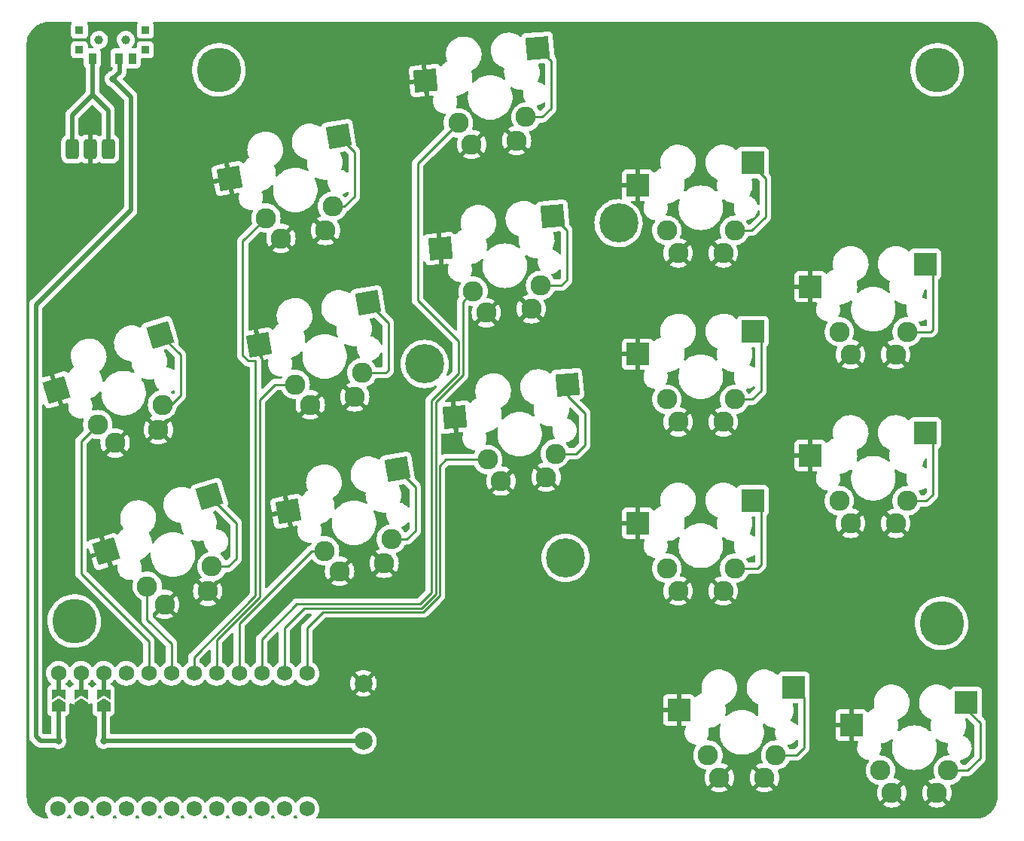
<source format=gbr>
%TF.GenerationSoftware,KiCad,Pcbnew,(6.0.4)*%
%TF.CreationDate,2022-08-27T03:08:11+02:00*%
%TF.ProjectId,wizza,77697a7a-612e-46b6-9963-61645f706362,v1.0.0*%
%TF.SameCoordinates,Original*%
%TF.FileFunction,Copper,L2,Bot*%
%TF.FilePolarity,Positive*%
%FSLAX46Y46*%
G04 Gerber Fmt 4.6, Leading zero omitted, Abs format (unit mm)*
G04 Created by KiCad (PCBNEW (6.0.4)) date 2022-08-27 03:08:11*
%MOMM*%
%LPD*%
G01*
G04 APERTURE LIST*
G04 Aperture macros list*
%AMRoundRect*
0 Rectangle with rounded corners*
0 $1 Rounding radius*
0 $2 $3 $4 $5 $6 $7 $8 $9 X,Y pos of 4 corners*
0 Add a 4 corners polygon primitive as box body*
4,1,4,$2,$3,$4,$5,$6,$7,$8,$9,$2,$3,0*
0 Add four circle primitives for the rounded corners*
1,1,$1+$1,$2,$3*
1,1,$1+$1,$4,$5*
1,1,$1+$1,$6,$7*
1,1,$1+$1,$8,$9*
0 Add four rect primitives between the rounded corners*
20,1,$1+$1,$2,$3,$4,$5,0*
20,1,$1+$1,$4,$5,$6,$7,0*
20,1,$1+$1,$6,$7,$8,$9,0*
20,1,$1+$1,$8,$9,$2,$3,0*%
%AMRotRect*
0 Rectangle, with rotation*
0 The origin of the aperture is its center*
0 $1 length*
0 $2 width*
0 $3 Rotation angle, in degrees counterclockwise*
0 Add horizontal line*
21,1,$1,$2,0,0,$3*%
%AMFreePoly0*
4,1,6,0.150000,0.000000,0.650000,-0.750000,-0.500000,-0.750000,-0.500000,0.750000,0.650000,0.750000,0.150000,0.000000,0.150000,0.000000,$1*%
%AMFreePoly1*
4,1,6,0.500000,-0.750000,-0.500000,-0.750000,-1.000000,0.000000,-0.500000,0.750000,0.500000,0.750000,0.500000,-0.750000,0.500000,-0.750000,$1*%
G04 Aperture macros list end*
%TA.AperFunction,SMDPad,CuDef*%
%ADD10RotRect,2.550000X2.500000X5.000000*%
%TD*%
%TA.AperFunction,ComponentPad*%
%ADD11C,2.286000*%
%TD*%
%TA.AperFunction,SMDPad,CuDef*%
%ADD12R,2.550000X2.500000*%
%TD*%
%TA.AperFunction,SMDPad,CuDef*%
%ADD13RotRect,2.550000X2.500000X10.000000*%
%TD*%
%TA.AperFunction,SMDPad,CuDef*%
%ADD14RotRect,2.550000X2.500000X17.000000*%
%TD*%
%TA.AperFunction,SMDPad,CuDef*%
%ADD15R,0.500000X1.524000*%
%TD*%
%TA.AperFunction,ComponentPad*%
%ADD16C,1.752600*%
%TD*%
%TA.AperFunction,SMDPad,CuDef*%
%ADD17FreePoly0,270.000000*%
%TD*%
%TA.AperFunction,SMDPad,CuDef*%
%ADD18FreePoly1,270.000000*%
%TD*%
%TA.AperFunction,ComponentPad*%
%ADD19C,4.400000*%
%TD*%
%TA.AperFunction,ComponentPad*%
%ADD20C,5.000000*%
%TD*%
%TA.AperFunction,SMDPad,CuDef*%
%ADD21R,0.900000X0.900000*%
%TD*%
%TA.AperFunction,WasherPad*%
%ADD22C,1.000000*%
%TD*%
%TA.AperFunction,SMDPad,CuDef*%
%ADD23R,0.900000X1.250000*%
%TD*%
%TA.AperFunction,ComponentPad*%
%ADD24RoundRect,0.375000X-0.375000X-0.750000X0.375000X-0.750000X0.375000X0.750000X-0.375000X0.750000X0*%
%TD*%
%TA.AperFunction,ComponentPad*%
%ADD25C,2.000000*%
%TD*%
%TA.AperFunction,ViaPad*%
%ADD26C,0.800000*%
%TD*%
%TA.AperFunction,Conductor*%
%ADD27C,0.500000*%
%TD*%
%TA.AperFunction,Conductor*%
%ADD28C,0.250000*%
%TD*%
%TA.AperFunction,Conductor*%
%ADD29C,0.550000*%
%TD*%
G04 APERTURE END LIST*
D10*
%TO.P,S6,1*%
%TO.N,GND*%
X243467369Y-101520580D03*
D11*
X253719870Y-108272709D03*
X248659201Y-108715461D03*
%TO.P,S6,2*%
%TO.N,matrix_middle_bottom*%
X247172658Y-106295814D03*
X254763661Y-105631687D03*
D10*
X256123802Y-97863583D03*
%TD*%
D12*
%TO.P,S11,1*%
%TO.N,GND*%
X264030601Y-75446367D03*
D11*
X273655601Y-83066367D03*
X268575601Y-83066367D03*
%TO.P,S11,2*%
%TO.N,matrix_index_top*%
X267305601Y-80526367D03*
X274925601Y-80526367D03*
D12*
X276957601Y-72906367D03*
%TD*%
%TO.P,S15,1*%
%TO.N,GND*%
X288055601Y-136156367D03*
D11*
X297680601Y-143776367D03*
X292600601Y-143776367D03*
%TO.P,S15,2*%
%TO.N,thumb_reachy*%
X291330601Y-141236367D03*
X298950601Y-141236367D03*
D12*
X300982601Y-133616367D03*
%TD*%
D10*
%TO.P,S7,2*%
%TO.N,matrix_middle_home*%
X254467842Y-78935884D03*
D11*
X253107701Y-86703988D03*
X245516698Y-87368115D03*
%TO.P,S7,1*%
%TO.N,GND*%
X247003241Y-89787762D03*
X252063910Y-89345010D03*
D10*
X241811409Y-82592881D03*
%TD*%
%TO.P,S8,1*%
%TO.N,GND*%
X240155450Y-63665182D03*
D11*
X250407951Y-70417311D03*
X245347282Y-70860063D03*
%TO.P,S8,2*%
%TO.N,matrix_middle_top*%
X243860739Y-68440416D03*
X251451742Y-67776289D03*
D10*
X252811883Y-60008185D03*
%TD*%
D13*
%TO.P,S4,1*%
%TO.N,GND*%
X221407992Y-93417383D03*
D11*
X232209965Y-99250254D03*
X227207142Y-100132387D03*
%TO.P,S4,2*%
%TO.N,matrix_ring_home*%
X225515370Y-97851508D03*
X233019605Y-96528309D03*
D13*
X233697535Y-88671221D03*
%TD*%
D14*
%TO.P,S1,1*%
%TO.N,GND*%
X204248143Y-116631280D03*
D11*
X215680448Y-121104245D03*
X210822420Y-122589493D03*
%TO.P,S1,2*%
%TO.N,matrix_pinky_home*%
X208865289Y-120531791D03*
X216152331Y-118303919D03*
D14*
X215867670Y-110422777D03*
%TD*%
D12*
%TO.P,S9,1*%
%TO.N,GND*%
X264030601Y-113446367D03*
D11*
X273655601Y-121066367D03*
X268575601Y-121066367D03*
%TO.P,S9,2*%
%TO.N,matrix_index_bottom*%
X267305601Y-118526367D03*
X274925601Y-118526367D03*
D12*
X276957601Y-110906367D03*
%TD*%
%TO.P,S12,1*%
%TO.N,GND*%
X283430601Y-105846367D03*
D11*
X293055601Y-113466367D03*
X287975601Y-113466367D03*
%TO.P,S12,2*%
%TO.N,matrix_inner_bottom*%
X286705601Y-110926367D03*
X294325601Y-110926367D03*
D12*
X296357601Y-103306367D03*
%TD*%
%TO.P,S14,1*%
%TO.N,GND*%
X268655601Y-134446367D03*
D11*
X278280601Y-142066367D03*
X273200601Y-142066367D03*
%TO.P,S14,2*%
%TO.N,thumb_tucky*%
X271930601Y-139526367D03*
X279550601Y-139526367D03*
D12*
X281582601Y-131906367D03*
%TD*%
D13*
%TO.P,S3,1*%
%TO.N,GND*%
X224707308Y-112128730D03*
D11*
X235509281Y-117961601D03*
X230506458Y-118843734D03*
%TO.P,S3,2*%
%TO.N,matrix_ring_bottom*%
X228814686Y-116562855D03*
X236318921Y-115239656D03*
D13*
X236996851Y-107382568D03*
%TD*%
D14*
%TO.P,S2,1*%
%TO.N,GND*%
X198693080Y-98461489D03*
D11*
X210125385Y-102934454D03*
X205267357Y-104419702D03*
%TO.P,S2,2*%
%TO.N,matrix_pinky_top*%
X203310226Y-102362000D03*
X210597268Y-100134128D03*
D14*
X210312607Y-92252986D03*
%TD*%
D12*
%TO.P,S13,1*%
%TO.N,GND*%
X283430601Y-86846367D03*
D11*
X293055601Y-94466367D03*
X287975601Y-94466367D03*
%TO.P,S13,2*%
%TO.N,matrix_inner_home*%
X286705601Y-91926367D03*
X294325601Y-91926367D03*
D12*
X296357601Y-84306367D03*
%TD*%
D13*
%TO.P,S5,1*%
%TO.N,GND*%
X218108677Y-74706036D03*
D11*
X228910650Y-80538907D03*
X223907827Y-81421040D03*
%TO.P,S5,2*%
%TO.N,matrix_ring_top*%
X222216055Y-79140161D03*
X229720290Y-77816962D03*
D13*
X230398220Y-69959874D03*
%TD*%
D12*
%TO.P,S10,1*%
%TO.N,GND*%
X264030601Y-94446367D03*
D11*
X273655601Y-102066367D03*
X268575601Y-102066367D03*
%TO.P,S10,2*%
%TO.N,matrix_index_home*%
X267305601Y-99526367D03*
X274925601Y-99526367D03*
D12*
X276957601Y-91906367D03*
%TD*%
D15*
%TO.P,MCU1,*%
%TO.N,*%
X203962000Y-131717523D03*
D16*
X198798254Y-145574000D03*
X198882000Y-130334000D03*
D15*
X201422000Y-131717523D03*
D16*
X201422000Y-145574000D03*
X203962000Y-130334000D03*
X201422000Y-130334000D03*
D17*
X198882000Y-132667523D03*
X201422000Y-132667523D03*
D15*
X198882000Y-131717523D03*
D16*
X203962000Y-145574000D03*
D17*
X203962000Y-132667523D03*
D18*
%TO.P,MCU1,1*%
%TO.N,RAW*%
X198882000Y-134117523D03*
%TO.P,MCU1,2*%
%TO.N,GND*%
X201422000Y-134117523D03*
%TO.P,MCU1,3*%
%TO.N,RST*%
X203962000Y-134117523D03*
D16*
%TO.P,MCU1,4*%
%TO.N,N/C*%
X206502000Y-145574000D03*
%TO.P,MCU1,5*%
X209042000Y-145574000D03*
%TO.P,MCU1,6*%
%TO.N,matrix_index_top*%
X211582000Y-145574000D03*
%TO.P,MCU1,7*%
%TO.N,matrix_index_home*%
X214122000Y-145574000D03*
%TO.P,MCU1,8*%
%TO.N,matrix_index_bottom*%
X216662000Y-145574000D03*
%TO.P,MCU1,9*%
%TO.N,matrix_inner_home*%
X219202000Y-145574000D03*
%TO.P,MCU1,10*%
%TO.N,matrix_inner_bottom*%
X221742000Y-145574000D03*
%TO.P,MCU1,11*%
%TO.N,thumb_tucky*%
X224282000Y-145574000D03*
%TO.P,MCU1,12*%
%TO.N,thumb_reachy*%
X226822000Y-145574000D03*
%TO.P,MCU1,16*%
%TO.N,N/C*%
X206502000Y-130334000D03*
%TO.P,MCU1,17*%
%TO.N,matrix_pinky_top*%
X209042000Y-130334000D03*
%TO.P,MCU1,18*%
%TO.N,matrix_pinky_home*%
X211582000Y-130334000D03*
%TO.P,MCU1,19*%
%TO.N,matrix_ring_top*%
X214122000Y-130334000D03*
%TO.P,MCU1,20*%
%TO.N,matrix_ring_home*%
X216662000Y-130334000D03*
%TO.P,MCU1,21*%
%TO.N,matrix_ring_bottom*%
X219202000Y-130334000D03*
%TO.P,MCU1,22*%
%TO.N,matrix_middle_top*%
X221742000Y-130334000D03*
%TO.P,MCU1,23*%
%TO.N,matrix_middle_home*%
X224282000Y-130334000D03*
%TO.P,MCU1,24*%
%TO.N,matrix_middle_bottom*%
X226822000Y-130334000D03*
%TD*%
D19*
%TO.P,,1*%
%TO.N,N/C*%
X255913847Y-117348000D03*
X261874000Y-79717074D03*
X240078461Y-95552461D03*
%TD*%
D20*
%TO.P,,1,1*%
%TO.N,N/C*%
X200660000Y-124460000D03*
%TD*%
D21*
%TO.P,T2,*%
%TO.N,*%
X208650615Y-58006416D03*
X201250615Y-58006416D03*
X208650615Y-60206416D03*
X201250615Y-60206416D03*
D22*
X203450615Y-59106416D03*
X206450615Y-59106416D03*
D23*
%TO.P,T2,1*%
%TO.N,b+*%
X202700615Y-61181416D03*
%TO.P,T2,2*%
%TO.N,RAW*%
X205700615Y-61181416D03*
%TO.P,T2,3*%
%TO.N,N/C*%
X207200615Y-61181416D03*
%TD*%
D20*
%TO.P,,1,1*%
%TO.N,N/C*%
X297688000Y-62484000D03*
%TD*%
%TO.P,,1,1*%
%TO.N,N/C*%
X216916000Y-62484000D03*
%TD*%
%TO.P,,1,1*%
%TO.N,N/C*%
X298196000Y-124714000D03*
%TD*%
D24*
%TO.P,PAD1,1*%
%TO.N,b+*%
X204470000Y-71374000D03*
%TO.P,PAD1,2*%
%TO.N,GND*%
X202470000Y-71374000D03*
%TO.P,PAD1,3*%
%TO.N,b+*%
X200470000Y-71374000D03*
%TD*%
D25*
%TO.P,B1,1*%
%TO.N,RST*%
X233172000Y-137954000D03*
%TO.P,B1,2*%
%TO.N,GND*%
X233172000Y-131454000D03*
%TD*%
D26*
%TO.N,GND*%
X201422000Y-137922000D03*
%TO.N,RAW*%
X205002642Y-63493715D03*
X198882000Y-137922000D03*
%TO.N,RST*%
X203962000Y-137922000D03*
%TD*%
D27*
%TO.N,GND*%
X201422000Y-134117523D02*
X201422000Y-137954000D01*
D28*
%TO.N,matrix_pinky_home*%
X215867670Y-110422777D02*
X218870446Y-113425553D01*
X217992081Y-118303919D02*
X216152331Y-118303919D01*
X211582000Y-130334000D02*
X211582000Y-127000000D01*
X208865289Y-124283289D02*
X208865289Y-120531791D01*
X218870446Y-117425554D02*
X217992081Y-118303919D01*
X211582000Y-127000000D02*
X208865289Y-124283289D01*
X218870446Y-113425553D02*
X218870446Y-117425554D01*
%TO.N,matrix_ring_bottom*%
X239014000Y-109399717D02*
X239014000Y-114300000D01*
X227353145Y-116562855D02*
X228814686Y-116562855D01*
X236996851Y-107382568D02*
X239014000Y-109399717D01*
X219202000Y-130334000D02*
X219202000Y-124714000D01*
X238074344Y-115239656D02*
X236318921Y-115239656D01*
X239014000Y-114300000D02*
X238074344Y-115239656D01*
X219202000Y-124714000D02*
X227353145Y-116562855D01*
%TO.N,matrix_ring_home*%
X223204492Y-97851508D02*
X225515370Y-97851508D01*
X235966000Y-96266000D02*
X235703691Y-96528309D01*
X221488000Y-99568000D02*
X223204492Y-97851508D01*
X216662000Y-130334000D02*
X216662000Y-126618282D01*
X216662000Y-126618282D02*
X221488000Y-121792282D01*
X235703691Y-96528309D02*
X233019605Y-96528309D01*
X233697535Y-88671221D02*
X234058463Y-89032149D01*
X235966000Y-90932000D02*
X235966000Y-96266000D01*
X234066149Y-89032149D02*
X235966000Y-90932000D01*
X234058463Y-89032149D02*
X234066149Y-89032149D01*
X221488000Y-121792282D02*
X221488000Y-99568000D01*
%TO.N,matrix_ring_top*%
X232156000Y-76708000D02*
X231047038Y-77816962D01*
X232156000Y-71717654D02*
X232156000Y-76708000D01*
X220234802Y-95194794D02*
X219610302Y-94570294D01*
X221038480Y-95194794D02*
X220234802Y-95194794D01*
X231047038Y-77816962D02*
X229720290Y-77816962D01*
X219610302Y-94570294D02*
X219610302Y-81745914D01*
X230398220Y-69959874D02*
X232156000Y-71717654D01*
X219610302Y-81745914D02*
X222216055Y-79140161D01*
X214122000Y-128522564D02*
X221038480Y-121606084D01*
X214122000Y-130334000D02*
X214122000Y-128522564D01*
X221038480Y-121606084D02*
X221038480Y-95194794D01*
%TO.N,matrix_middle_bottom*%
X256123802Y-97863583D02*
X256123802Y-99151802D01*
X228600000Y-123444000D02*
X239904395Y-123444000D01*
X226822000Y-125222000D02*
X228600000Y-123444000D01*
X258064000Y-104648000D02*
X257080313Y-105631687D01*
X242446186Y-106295814D02*
X247172658Y-106295814D01*
X241750000Y-121598395D02*
X241750000Y-106992000D01*
X241750000Y-106992000D02*
X242446186Y-106295814D01*
X239904395Y-123444000D02*
X241750000Y-121598395D01*
X256123802Y-99151802D02*
X258064000Y-101092000D01*
X258064000Y-101092000D02*
X258064000Y-104648000D01*
X257080313Y-105631687D02*
X254763661Y-105631687D01*
X226822000Y-130334000D02*
X226822000Y-125222000D01*
%TO.N,matrix_middle_home*%
X241300000Y-121411999D02*
X241300000Y-99822000D01*
X224282000Y-125222000D02*
X226509520Y-122994480D01*
X241300000Y-99822000D02*
X244348000Y-96774000D01*
X239717519Y-122994480D02*
X241300000Y-121411999D01*
X226509520Y-122994480D02*
X239717519Y-122994480D01*
X255434012Y-86703988D02*
X253107701Y-86703988D01*
X224282000Y-130334000D02*
X224282000Y-125222000D01*
X256032000Y-86106000D02*
X255434012Y-86703988D01*
X244348000Y-88536813D02*
X245516698Y-87368115D01*
X244348000Y-96774000D02*
X244348000Y-88536813D01*
X256032000Y-80500042D02*
X256032000Y-86106000D01*
X254467842Y-78935884D02*
X256032000Y-80500042D01*
%TO.N,matrix_middle_top*%
X243840000Y-96646282D02*
X243840000Y-92964000D01*
X243840000Y-92964000D02*
X239268000Y-88392000D01*
X252811883Y-60008185D02*
X254254000Y-61450302D01*
X225689040Y-122544960D02*
X239531322Y-122544960D01*
X254254000Y-66802000D02*
X253279711Y-67776289D01*
X240792000Y-99694282D02*
X243840000Y-96646282D01*
X240792000Y-121284282D02*
X240792000Y-99694282D01*
X253279711Y-67776289D02*
X251451742Y-67776289D01*
X221742000Y-126492000D02*
X225689040Y-122544960D01*
X254254000Y-61450302D02*
X254254000Y-66802000D01*
X239531322Y-122544960D02*
X240792000Y-121284282D01*
X221742000Y-130334000D02*
X221742000Y-126492000D01*
X239268000Y-73033155D02*
X243860739Y-68440416D01*
X239268000Y-88392000D02*
X239268000Y-73033155D01*
%TO.N,matrix_index_bottom*%
X276957601Y-110906367D02*
X277876000Y-111824766D01*
X277876000Y-118110000D02*
X277459633Y-118526367D01*
X277459633Y-118526367D02*
X274925601Y-118526367D01*
X277876000Y-111824766D02*
X277876000Y-118110000D01*
%TO.N,matrix_index_home*%
X276957601Y-91906367D02*
X277876000Y-92824766D01*
X277876000Y-98552000D02*
X276901633Y-99526367D01*
X276901633Y-99526367D02*
X274925601Y-99526367D01*
X277876000Y-92824766D02*
X277876000Y-98552000D01*
%TO.N,matrix_index_top*%
X278384000Y-74676000D02*
X278384000Y-78994000D01*
X276957601Y-72906367D02*
X276957601Y-73249601D01*
X276851633Y-80526367D02*
X274925601Y-80526367D01*
X276957601Y-73249601D02*
X278384000Y-74676000D01*
X278384000Y-78994000D02*
X276851633Y-80526367D01*
%TO.N,matrix_inner_bottom*%
X296489633Y-110926367D02*
X294325601Y-110926367D01*
X296357601Y-103306367D02*
X297180000Y-104128766D01*
X297180000Y-110236000D02*
X296489633Y-110926367D01*
X297180000Y-104128766D02*
X297180000Y-110236000D01*
%TO.N,matrix_inner_home*%
X297180000Y-91694000D02*
X296947633Y-91926367D01*
X297180000Y-85128766D02*
X297180000Y-91694000D01*
X296947633Y-91926367D02*
X294325601Y-91926367D01*
X296357601Y-84306367D02*
X297180000Y-85128766D01*
%TO.N,thumb_tucky*%
X282702000Y-133025766D02*
X282702000Y-138684000D01*
X281582601Y-131906367D02*
X282702000Y-133025766D01*
X282702000Y-138684000D02*
X281859633Y-139526367D01*
X281859633Y-139526367D02*
X279550601Y-139526367D01*
%TO.N,thumb_reachy*%
X301147972Y-141236367D02*
X298950601Y-141236367D01*
X300982601Y-134358601D02*
X302514000Y-135890000D01*
X302514000Y-139870339D02*
X301147972Y-141236367D01*
X302514000Y-135890000D02*
X302514000Y-139870339D01*
X300982601Y-133616367D02*
X300982601Y-134358601D01*
D27*
%TO.N,RAW*%
X207010000Y-65501073D02*
X205002642Y-63493715D01*
D29*
X198882000Y-134117523D02*
X198882000Y-137954000D01*
D27*
X198882000Y-137922000D02*
X196850000Y-137922000D01*
X196342000Y-137414000D02*
X196342000Y-88900000D01*
X196342000Y-88900000D02*
X207010000Y-78232000D01*
X205752000Y-62744326D02*
X205054027Y-63442299D01*
X196850000Y-137922000D02*
X196342000Y-137414000D01*
X205752000Y-61130000D02*
X205752000Y-62744326D01*
X207010000Y-78232000D02*
X207010000Y-65501073D01*
%TO.N,RST*%
X203962000Y-137954000D02*
X233172000Y-137954000D01*
X203962000Y-134117523D02*
X203962000Y-137954000D01*
D28*
%TO.N,matrix_pinky_top*%
X201422000Y-119126000D02*
X201422000Y-104250226D01*
X211523872Y-100134128D02*
X210597268Y-100134128D01*
X209042000Y-130334000D02*
X209042000Y-126746000D01*
X210312607Y-92252986D02*
X212598000Y-94538379D01*
X212598000Y-99060000D02*
X211523872Y-100134128D01*
X212598000Y-94538379D02*
X212598000Y-99060000D01*
X201422000Y-104250226D02*
X203310226Y-102362000D01*
X209042000Y-126746000D02*
X201422000Y-119126000D01*
D27*
%TO.N,b+*%
X202700615Y-65269385D02*
X204470000Y-67038770D01*
X202700615Y-61181416D02*
X202700615Y-65269385D01*
X200406000Y-71310000D02*
X200470000Y-71374000D01*
X204470000Y-67038770D02*
X204470000Y-71374000D01*
X202700615Y-65269385D02*
X200406000Y-67564000D01*
X200406000Y-67564000D02*
X200406000Y-71310000D01*
%TD*%
%TA.AperFunction,Conductor*%
%TO.N,GND*%
G36*
X200330953Y-57109924D02*
G01*
X200377446Y-57163580D01*
X200387550Y-57233854D01*
X200363660Y-57291484D01*
X200350000Y-57309711D01*
X200298870Y-57446100D01*
X200292115Y-57508282D01*
X200292115Y-58504550D01*
X200298870Y-58566732D01*
X200350000Y-58703121D01*
X200437354Y-58819677D01*
X200553910Y-58907031D01*
X200690299Y-58958161D01*
X200752481Y-58964916D01*
X201748749Y-58964916D01*
X201810931Y-58958161D01*
X201947320Y-58907031D01*
X202063876Y-58819677D01*
X202151230Y-58703121D01*
X202202360Y-58566732D01*
X202209115Y-58504550D01*
X202209115Y-57508282D01*
X202202360Y-57446100D01*
X202151230Y-57309711D01*
X202137570Y-57291485D01*
X202112724Y-57224980D01*
X202127777Y-57155598D01*
X202177952Y-57105368D01*
X202238398Y-57089922D01*
X207662832Y-57089922D01*
X207730953Y-57109924D01*
X207777446Y-57163580D01*
X207787550Y-57233854D01*
X207763660Y-57291484D01*
X207750000Y-57309711D01*
X207698870Y-57446100D01*
X207692115Y-57508282D01*
X207692115Y-58504550D01*
X207698870Y-58566732D01*
X207750000Y-58703121D01*
X207837354Y-58819677D01*
X207953910Y-58907031D01*
X208090299Y-58958161D01*
X208152481Y-58964916D01*
X209148749Y-58964916D01*
X209210931Y-58958161D01*
X209347320Y-58907031D01*
X209463876Y-58819677D01*
X209551230Y-58703121D01*
X209602360Y-58566732D01*
X209609115Y-58504550D01*
X209609115Y-57508282D01*
X209602360Y-57446100D01*
X209551230Y-57309711D01*
X209537570Y-57291485D01*
X209512724Y-57224980D01*
X209527777Y-57155598D01*
X209577952Y-57105368D01*
X209638398Y-57089922D01*
X301941234Y-57089922D01*
X301960619Y-57091422D01*
X301975452Y-57093732D01*
X301975456Y-57093732D01*
X301984325Y-57095113D01*
X302001524Y-57092864D01*
X302025464Y-57092031D01*
X302283310Y-57107628D01*
X302298414Y-57109462D01*
X302579355Y-57160947D01*
X302594128Y-57164588D01*
X302866824Y-57249563D01*
X302881040Y-57254955D01*
X303002702Y-57309711D01*
X303141505Y-57372182D01*
X303154977Y-57379253D01*
X303368417Y-57508282D01*
X303399403Y-57527014D01*
X303411925Y-57535657D01*
X303636763Y-57711808D01*
X303648152Y-57721898D01*
X303850114Y-57923861D01*
X303860203Y-57935250D01*
X304036353Y-58160091D01*
X304044996Y-58172611D01*
X304053183Y-58186155D01*
X304192757Y-58417042D01*
X304199824Y-58430506D01*
X304317055Y-58690986D01*
X304322443Y-58705194D01*
X304367107Y-58848530D01*
X304407417Y-58977891D01*
X304411058Y-58992665D01*
X304462540Y-59273604D01*
X304464374Y-59288706D01*
X304478646Y-59524663D01*
X304479539Y-59539429D01*
X304478298Y-59565795D01*
X304478292Y-59566266D01*
X304476910Y-59575142D01*
X304478074Y-59584045D01*
X304478074Y-59584052D01*
X304481037Y-59606712D01*
X304482101Y-59623048D01*
X304482101Y-144147006D01*
X304480601Y-144166390D01*
X304476910Y-144190097D01*
X304478552Y-144202649D01*
X304479159Y-144207293D01*
X304479992Y-144231235D01*
X304464398Y-144489079D01*
X304462564Y-144504184D01*
X304411082Y-144785121D01*
X304407441Y-144799895D01*
X304322468Y-145072587D01*
X304317074Y-145086810D01*
X304199948Y-145347051D01*
X304199852Y-145347265D01*
X304192781Y-145360738D01*
X304045018Y-145605164D01*
X304036375Y-145617686D01*
X303860225Y-145842523D01*
X303850135Y-145853912D01*
X303749114Y-145954931D01*
X303648168Y-146055874D01*
X303636779Y-146065963D01*
X303411944Y-146242106D01*
X303399426Y-146250746D01*
X303154985Y-146398509D01*
X303141513Y-146405579D01*
X303023924Y-146458499D01*
X302881056Y-146522795D01*
X302866844Y-146528185D01*
X302690035Y-146583276D01*
X302594146Y-146613153D01*
X302579373Y-146616794D01*
X302298424Y-146668272D01*
X302283319Y-146670105D01*
X302175828Y-146676604D01*
X302032410Y-146685275D01*
X302006863Y-146684071D01*
X302005764Y-146684058D01*
X301996894Y-146682676D01*
X301987990Y-146683840D01*
X301965317Y-146686804D01*
X301948984Y-146687867D01*
X227970815Y-146687867D01*
X227902694Y-146667865D01*
X227856201Y-146614209D01*
X227846097Y-146543935D01*
X227874860Y-146480205D01*
X227876532Y-146478240D01*
X227880193Y-146474592D01*
X228013073Y-146289669D01*
X228034244Y-146246834D01*
X228111673Y-146090168D01*
X228111674Y-146090166D01*
X228113967Y-146085526D01*
X228180164Y-145867646D01*
X228181972Y-145853913D01*
X228209450Y-145645201D01*
X228209451Y-145645194D01*
X228209887Y-145641879D01*
X228210784Y-145605179D01*
X228211464Y-145577365D01*
X228211464Y-145577360D01*
X228211546Y-145574000D01*
X228198139Y-145410928D01*
X228193311Y-145352202D01*
X228193310Y-145352196D01*
X228192887Y-145347051D01*
X228137413Y-145126197D01*
X228134591Y-145119707D01*
X228131937Y-145113604D01*
X291628718Y-145113604D01*
X291633040Y-145119783D01*
X291844525Y-145249381D01*
X291853319Y-145253862D01*
X292084263Y-145349522D01*
X292093648Y-145352571D01*
X292336716Y-145410928D01*
X292346463Y-145412471D01*
X292595671Y-145432084D01*
X292605531Y-145432084D01*
X292854739Y-145412471D01*
X292864486Y-145410928D01*
X293107554Y-145352571D01*
X293116939Y-145349522D01*
X293347883Y-145253862D01*
X293356677Y-145249381D01*
X293566729Y-145120661D01*
X293571335Y-145113604D01*
X296708718Y-145113604D01*
X296713040Y-145119783D01*
X296924525Y-145249381D01*
X296933319Y-145253862D01*
X297164263Y-145349522D01*
X297173648Y-145352571D01*
X297416716Y-145410928D01*
X297426463Y-145412471D01*
X297675671Y-145432084D01*
X297685531Y-145432084D01*
X297934739Y-145412471D01*
X297944486Y-145410928D01*
X298187554Y-145352571D01*
X298196939Y-145349522D01*
X298427883Y-145253862D01*
X298436677Y-145249381D01*
X298646729Y-145120661D01*
X298652557Y-145111732D01*
X298646553Y-145101530D01*
X297693412Y-144148388D01*
X297679469Y-144140775D01*
X297677635Y-144140906D01*
X297671021Y-144145157D01*
X296716107Y-145100072D01*
X296708718Y-145113604D01*
X293571335Y-145113604D01*
X293572557Y-145111732D01*
X293566553Y-145101530D01*
X292613412Y-144148388D01*
X292599469Y-144140775D01*
X292597635Y-144140906D01*
X292591021Y-144145157D01*
X291636107Y-145100072D01*
X291628718Y-145113604D01*
X228131937Y-145113604D01*
X228048672Y-144922106D01*
X228048670Y-144922103D01*
X228046612Y-144917369D01*
X227937204Y-144748250D01*
X227925731Y-144730515D01*
X227925729Y-144730512D01*
X227922923Y-144726175D01*
X227769668Y-144557750D01*
X227590963Y-144416618D01*
X227391607Y-144306567D01*
X227198995Y-144238359D01*
X227181829Y-144232280D01*
X227181825Y-144232279D01*
X227176954Y-144230554D01*
X227171861Y-144229647D01*
X227171858Y-144229646D01*
X226957857Y-144191527D01*
X226957851Y-144191526D01*
X226952768Y-144190621D01*
X226865698Y-144189557D01*
X226730239Y-144187902D01*
X226730237Y-144187902D01*
X226725070Y-144187839D01*
X226499976Y-144222283D01*
X226283529Y-144293029D01*
X226081544Y-144398176D01*
X226077411Y-144401279D01*
X226077408Y-144401281D01*
X225903579Y-144531795D01*
X225899444Y-144534900D01*
X225742120Y-144699530D01*
X225711835Y-144743927D01*
X225655784Y-144826094D01*
X225600873Y-144871096D01*
X225530348Y-144879267D01*
X225466601Y-144848013D01*
X225445904Y-144823529D01*
X225385731Y-144730515D01*
X225385729Y-144730512D01*
X225382923Y-144726175D01*
X225229668Y-144557750D01*
X225050963Y-144416618D01*
X224851607Y-144306567D01*
X224658995Y-144238359D01*
X224641829Y-144232280D01*
X224641825Y-144232279D01*
X224636954Y-144230554D01*
X224631861Y-144229647D01*
X224631858Y-144229646D01*
X224417857Y-144191527D01*
X224417851Y-144191526D01*
X224412768Y-144190621D01*
X224325698Y-144189557D01*
X224190239Y-144187902D01*
X224190237Y-144187902D01*
X224185070Y-144187839D01*
X223959976Y-144222283D01*
X223743529Y-144293029D01*
X223541544Y-144398176D01*
X223537411Y-144401279D01*
X223537408Y-144401281D01*
X223363579Y-144531795D01*
X223359444Y-144534900D01*
X223202120Y-144699530D01*
X223171835Y-144743927D01*
X223115784Y-144826094D01*
X223060873Y-144871096D01*
X222990348Y-144879267D01*
X222926601Y-144848013D01*
X222905904Y-144823529D01*
X222845731Y-144730515D01*
X222845729Y-144730512D01*
X222842923Y-144726175D01*
X222689668Y-144557750D01*
X222510963Y-144416618D01*
X222311607Y-144306567D01*
X222118995Y-144238359D01*
X222101829Y-144232280D01*
X222101825Y-144232279D01*
X222096954Y-144230554D01*
X222091861Y-144229647D01*
X222091858Y-144229646D01*
X221877857Y-144191527D01*
X221877851Y-144191526D01*
X221872768Y-144190621D01*
X221785698Y-144189557D01*
X221650239Y-144187902D01*
X221650237Y-144187902D01*
X221645070Y-144187839D01*
X221419976Y-144222283D01*
X221203529Y-144293029D01*
X221001544Y-144398176D01*
X220997411Y-144401279D01*
X220997408Y-144401281D01*
X220823579Y-144531795D01*
X220819444Y-144534900D01*
X220662120Y-144699530D01*
X220631835Y-144743927D01*
X220575784Y-144826094D01*
X220520873Y-144871096D01*
X220450348Y-144879267D01*
X220386601Y-144848013D01*
X220365904Y-144823529D01*
X220305731Y-144730515D01*
X220305729Y-144730512D01*
X220302923Y-144726175D01*
X220149668Y-144557750D01*
X219970963Y-144416618D01*
X219771607Y-144306567D01*
X219578995Y-144238359D01*
X219561829Y-144232280D01*
X219561825Y-144232279D01*
X219556954Y-144230554D01*
X219551861Y-144229647D01*
X219551858Y-144229646D01*
X219337857Y-144191527D01*
X219337851Y-144191526D01*
X219332768Y-144190621D01*
X219245698Y-144189557D01*
X219110239Y-144187902D01*
X219110237Y-144187902D01*
X219105070Y-144187839D01*
X218879976Y-144222283D01*
X218663529Y-144293029D01*
X218461544Y-144398176D01*
X218457411Y-144401279D01*
X218457408Y-144401281D01*
X218283579Y-144531795D01*
X218279444Y-144534900D01*
X218122120Y-144699530D01*
X218091835Y-144743927D01*
X218035784Y-144826094D01*
X217980873Y-144871096D01*
X217910348Y-144879267D01*
X217846601Y-144848013D01*
X217825904Y-144823529D01*
X217765731Y-144730515D01*
X217765729Y-144730512D01*
X217762923Y-144726175D01*
X217609668Y-144557750D01*
X217430963Y-144416618D01*
X217231607Y-144306567D01*
X217038995Y-144238359D01*
X217021829Y-144232280D01*
X217021825Y-144232279D01*
X217016954Y-144230554D01*
X217011861Y-144229647D01*
X217011858Y-144229646D01*
X216797857Y-144191527D01*
X216797851Y-144191526D01*
X216792768Y-144190621D01*
X216705698Y-144189557D01*
X216570239Y-144187902D01*
X216570237Y-144187902D01*
X216565070Y-144187839D01*
X216339976Y-144222283D01*
X216123529Y-144293029D01*
X215921544Y-144398176D01*
X215917411Y-144401279D01*
X215917408Y-144401281D01*
X215743579Y-144531795D01*
X215739444Y-144534900D01*
X215582120Y-144699530D01*
X215551835Y-144743927D01*
X215495784Y-144826094D01*
X215440873Y-144871096D01*
X215370348Y-144879267D01*
X215306601Y-144848013D01*
X215285904Y-144823529D01*
X215225731Y-144730515D01*
X215225729Y-144730512D01*
X215222923Y-144726175D01*
X215069668Y-144557750D01*
X214890963Y-144416618D01*
X214691607Y-144306567D01*
X214498995Y-144238359D01*
X214481829Y-144232280D01*
X214481825Y-144232279D01*
X214476954Y-144230554D01*
X214471861Y-144229647D01*
X214471858Y-144229646D01*
X214257857Y-144191527D01*
X214257851Y-144191526D01*
X214252768Y-144190621D01*
X214165698Y-144189557D01*
X214030239Y-144187902D01*
X214030237Y-144187902D01*
X214025070Y-144187839D01*
X213799976Y-144222283D01*
X213583529Y-144293029D01*
X213381544Y-144398176D01*
X213377411Y-144401279D01*
X213377408Y-144401281D01*
X213203579Y-144531795D01*
X213199444Y-144534900D01*
X213042120Y-144699530D01*
X213011835Y-144743927D01*
X212955784Y-144826094D01*
X212900873Y-144871096D01*
X212830348Y-144879267D01*
X212766601Y-144848013D01*
X212745904Y-144823529D01*
X212685731Y-144730515D01*
X212685729Y-144730512D01*
X212682923Y-144726175D01*
X212529668Y-144557750D01*
X212350963Y-144416618D01*
X212151607Y-144306567D01*
X211958995Y-144238359D01*
X211941829Y-144232280D01*
X211941825Y-144232279D01*
X211936954Y-144230554D01*
X211931861Y-144229647D01*
X211931858Y-144229646D01*
X211717857Y-144191527D01*
X211717851Y-144191526D01*
X211712768Y-144190621D01*
X211625698Y-144189557D01*
X211490239Y-144187902D01*
X211490237Y-144187902D01*
X211485070Y-144187839D01*
X211259976Y-144222283D01*
X211043529Y-144293029D01*
X210841544Y-144398176D01*
X210837411Y-144401279D01*
X210837408Y-144401281D01*
X210663579Y-144531795D01*
X210659444Y-144534900D01*
X210502120Y-144699530D01*
X210471835Y-144743927D01*
X210415784Y-144826094D01*
X210360873Y-144871096D01*
X210290348Y-144879267D01*
X210226601Y-144848013D01*
X210205904Y-144823529D01*
X210145731Y-144730515D01*
X210145729Y-144730512D01*
X210142923Y-144726175D01*
X209989668Y-144557750D01*
X209810963Y-144416618D01*
X209611607Y-144306567D01*
X209418995Y-144238359D01*
X209401829Y-144232280D01*
X209401825Y-144232279D01*
X209396954Y-144230554D01*
X209391861Y-144229647D01*
X209391858Y-144229646D01*
X209177857Y-144191527D01*
X209177851Y-144191526D01*
X209172768Y-144190621D01*
X209085698Y-144189557D01*
X208950239Y-144187902D01*
X208950237Y-144187902D01*
X208945070Y-144187839D01*
X208719976Y-144222283D01*
X208503529Y-144293029D01*
X208301544Y-144398176D01*
X208297411Y-144401279D01*
X208297408Y-144401281D01*
X208123579Y-144531795D01*
X208119444Y-144534900D01*
X207962120Y-144699530D01*
X207931835Y-144743927D01*
X207875784Y-144826094D01*
X207820873Y-144871096D01*
X207750348Y-144879267D01*
X207686601Y-144848013D01*
X207665904Y-144823529D01*
X207605731Y-144730515D01*
X207605729Y-144730512D01*
X207602923Y-144726175D01*
X207449668Y-144557750D01*
X207270963Y-144416618D01*
X207071607Y-144306567D01*
X206878995Y-144238359D01*
X206861829Y-144232280D01*
X206861825Y-144232279D01*
X206856954Y-144230554D01*
X206851861Y-144229647D01*
X206851858Y-144229646D01*
X206637857Y-144191527D01*
X206637851Y-144191526D01*
X206632768Y-144190621D01*
X206545698Y-144189557D01*
X206410239Y-144187902D01*
X206410237Y-144187902D01*
X206405070Y-144187839D01*
X206179976Y-144222283D01*
X205963529Y-144293029D01*
X205761544Y-144398176D01*
X205757411Y-144401279D01*
X205757408Y-144401281D01*
X205583579Y-144531795D01*
X205579444Y-144534900D01*
X205422120Y-144699530D01*
X205391835Y-144743927D01*
X205335784Y-144826094D01*
X205280873Y-144871096D01*
X205210348Y-144879267D01*
X205146601Y-144848013D01*
X205125904Y-144823529D01*
X205065731Y-144730515D01*
X205065729Y-144730512D01*
X205062923Y-144726175D01*
X204909668Y-144557750D01*
X204730963Y-144416618D01*
X204531607Y-144306567D01*
X204338995Y-144238359D01*
X204321829Y-144232280D01*
X204321825Y-144232279D01*
X204316954Y-144230554D01*
X204311861Y-144229647D01*
X204311858Y-144229646D01*
X204097857Y-144191527D01*
X204097851Y-144191526D01*
X204092768Y-144190621D01*
X204005698Y-144189557D01*
X203870239Y-144187902D01*
X203870237Y-144187902D01*
X203865070Y-144187839D01*
X203639976Y-144222283D01*
X203423529Y-144293029D01*
X203221544Y-144398176D01*
X203217411Y-144401279D01*
X203217408Y-144401281D01*
X203043579Y-144531795D01*
X203039444Y-144534900D01*
X202882120Y-144699530D01*
X202851835Y-144743927D01*
X202795784Y-144826094D01*
X202740873Y-144871096D01*
X202670348Y-144879267D01*
X202606601Y-144848013D01*
X202585904Y-144823529D01*
X202525731Y-144730515D01*
X202525729Y-144730512D01*
X202522923Y-144726175D01*
X202369668Y-144557750D01*
X202190963Y-144416618D01*
X201991607Y-144306567D01*
X201798995Y-144238359D01*
X201781829Y-144232280D01*
X201781825Y-144232279D01*
X201776954Y-144230554D01*
X201771861Y-144229647D01*
X201771858Y-144229646D01*
X201557857Y-144191527D01*
X201557851Y-144191526D01*
X201552768Y-144190621D01*
X201465698Y-144189557D01*
X201330239Y-144187902D01*
X201330237Y-144187902D01*
X201325070Y-144187839D01*
X201099976Y-144222283D01*
X200883529Y-144293029D01*
X200681544Y-144398176D01*
X200677411Y-144401279D01*
X200677408Y-144401281D01*
X200503579Y-144531795D01*
X200499444Y-144534900D01*
X200342120Y-144699530D01*
X200339209Y-144703798D01*
X200339205Y-144703803D01*
X200278618Y-144792621D01*
X200213797Y-144887645D01*
X200212127Y-144886506D01*
X200167301Y-144929834D01*
X200097680Y-144943745D01*
X200031591Y-144917808D01*
X200003010Y-144886677D01*
X200002900Y-144886506D01*
X199913458Y-144748250D01*
X199901985Y-144730515D01*
X199901983Y-144730512D01*
X199899177Y-144726175D01*
X199745922Y-144557750D01*
X199567217Y-144416618D01*
X199367861Y-144306567D01*
X199175249Y-144238359D01*
X199158083Y-144232280D01*
X199158079Y-144232279D01*
X199153208Y-144230554D01*
X199148115Y-144229647D01*
X199148112Y-144229646D01*
X198934111Y-144191527D01*
X198934105Y-144191526D01*
X198929022Y-144190621D01*
X198841952Y-144189557D01*
X198706493Y-144187902D01*
X198706491Y-144187902D01*
X198701324Y-144187839D01*
X198476230Y-144222283D01*
X198259783Y-144293029D01*
X198057798Y-144398176D01*
X198053665Y-144401279D01*
X198053662Y-144401281D01*
X197879833Y-144531795D01*
X197875698Y-144534900D01*
X197718374Y-144699530D01*
X197715463Y-144703798D01*
X197715459Y-144703803D01*
X197654872Y-144792621D01*
X197590051Y-144887645D01*
X197494175Y-145094192D01*
X197492793Y-145099174D01*
X197492793Y-145099175D01*
X197486613Y-145121461D01*
X197433321Y-145313625D01*
X197409123Y-145540050D01*
X197409420Y-145545202D01*
X197409420Y-145545206D01*
X197412877Y-145605164D01*
X197422231Y-145767387D01*
X197423366Y-145772424D01*
X197423367Y-145772430D01*
X197441356Y-145852252D01*
X197472293Y-145989531D01*
X197474237Y-145994317D01*
X197474238Y-145994322D01*
X197536612Y-146147930D01*
X197557965Y-146200515D01*
X197631825Y-146321044D01*
X197674244Y-146390264D01*
X197676946Y-146394674D01*
X197680327Y-146398577D01*
X197741911Y-146469672D01*
X197771393Y-146534257D01*
X197761278Y-146604530D01*
X197714777Y-146658178D01*
X197646653Y-146678169D01*
X197639074Y-146677939D01*
X197549671Y-146672532D01*
X197510499Y-146670162D01*
X197495395Y-146668328D01*
X197214453Y-146616844D01*
X197199680Y-146613203D01*
X197171847Y-146604530D01*
X196926982Y-146528227D01*
X196912764Y-146522835D01*
X196652305Y-146405611D01*
X196638834Y-146398541D01*
X196438437Y-146277396D01*
X196394404Y-146250777D01*
X196381883Y-146242135D01*
X196187913Y-146090168D01*
X196157043Y-146065983D01*
X196145655Y-146055894D01*
X195943694Y-145853931D01*
X195933605Y-145842542D01*
X195757455Y-145617701D01*
X195748811Y-145605179D01*
X195601051Y-145360750D01*
X195593980Y-145347277D01*
X195476759Y-145086817D01*
X195471364Y-145072591D01*
X195386392Y-144799900D01*
X195382751Y-144785126D01*
X195331270Y-144504187D01*
X195329436Y-144489082D01*
X195314273Y-144238359D01*
X195315513Y-144211990D01*
X195315519Y-144211519D01*
X195316900Y-144202649D01*
X195312772Y-144171077D01*
X195311709Y-144154742D01*
X195311709Y-143403604D01*
X272228718Y-143403604D01*
X272233040Y-143409783D01*
X272444525Y-143539381D01*
X272453319Y-143543862D01*
X272684263Y-143639522D01*
X272693648Y-143642571D01*
X272936716Y-143700928D01*
X272946463Y-143702471D01*
X273195671Y-143722084D01*
X273205531Y-143722084D01*
X273454739Y-143702471D01*
X273464486Y-143700928D01*
X273707554Y-143642571D01*
X273716939Y-143639522D01*
X273947883Y-143543862D01*
X273956677Y-143539381D01*
X274166729Y-143410661D01*
X274171335Y-143403604D01*
X277308718Y-143403604D01*
X277313040Y-143409783D01*
X277524525Y-143539381D01*
X277533319Y-143543862D01*
X277764263Y-143639522D01*
X277773648Y-143642571D01*
X278016716Y-143700928D01*
X278026463Y-143702471D01*
X278275671Y-143722084D01*
X278285531Y-143722084D01*
X278534739Y-143702471D01*
X278544486Y-143700928D01*
X278787554Y-143642571D01*
X278796939Y-143639522D01*
X279027883Y-143543862D01*
X279036677Y-143539381D01*
X279246729Y-143410661D01*
X279252557Y-143401732D01*
X279246553Y-143391530D01*
X278293412Y-142438388D01*
X278279469Y-142430775D01*
X278277635Y-142430906D01*
X278271021Y-142435157D01*
X277316107Y-143390072D01*
X277308718Y-143403604D01*
X274171335Y-143403604D01*
X274172557Y-143401732D01*
X274166553Y-143391530D01*
X273213412Y-142438388D01*
X273199469Y-142430775D01*
X273197635Y-142430906D01*
X273191021Y-142435157D01*
X272236107Y-143390072D01*
X272228718Y-143403604D01*
X195311709Y-143403604D01*
X195311709Y-137387349D01*
X195578801Y-137387349D01*
X195579394Y-137394641D01*
X195579394Y-137394644D01*
X195583085Y-137440018D01*
X195583500Y-137450233D01*
X195583500Y-137458293D01*
X195583925Y-137461937D01*
X195586789Y-137486507D01*
X195587222Y-137490882D01*
X195589914Y-137523971D01*
X195593140Y-137563637D01*
X195595396Y-137570601D01*
X195596587Y-137576560D01*
X195597971Y-137582415D01*
X195598818Y-137589681D01*
X195623735Y-137658327D01*
X195625152Y-137662455D01*
X195647649Y-137731899D01*
X195651445Y-137738154D01*
X195653951Y-137743628D01*
X195656670Y-137749058D01*
X195659167Y-137755937D01*
X195663180Y-137762057D01*
X195663180Y-137762058D01*
X195699186Y-137816976D01*
X195701523Y-137820680D01*
X195739405Y-137883107D01*
X195743121Y-137887315D01*
X195743122Y-137887316D01*
X195746803Y-137891484D01*
X195746776Y-137891508D01*
X195749429Y-137894500D01*
X195752132Y-137897733D01*
X195756144Y-137903852D01*
X195785616Y-137931771D01*
X195812383Y-137957128D01*
X195814825Y-137959506D01*
X196266230Y-138410911D01*
X196278616Y-138425323D01*
X196287149Y-138436918D01*
X196287154Y-138436923D01*
X196291492Y-138442818D01*
X196297070Y-138447557D01*
X196297073Y-138447560D01*
X196331768Y-138477035D01*
X196339284Y-138483965D01*
X196344979Y-138489660D01*
X196347861Y-138491940D01*
X196367251Y-138507281D01*
X196370655Y-138510072D01*
X196420703Y-138552591D01*
X196426285Y-138557333D01*
X196432801Y-138560661D01*
X196437838Y-138564020D01*
X196442977Y-138567194D01*
X196448716Y-138571734D01*
X196455349Y-138574834D01*
X196514837Y-138602636D01*
X196518791Y-138604569D01*
X196583808Y-138637769D01*
X196590924Y-138639510D01*
X196596554Y-138641604D01*
X196602321Y-138643523D01*
X196608950Y-138646621D01*
X196616110Y-138648110D01*
X196616112Y-138648111D01*
X196680396Y-138661482D01*
X196684680Y-138662452D01*
X196755610Y-138679808D01*
X196761212Y-138680156D01*
X196761215Y-138680156D01*
X196766764Y-138680500D01*
X196766762Y-138680536D01*
X196770752Y-138680775D01*
X196774950Y-138681150D01*
X196782115Y-138682640D01*
X196859504Y-138680546D01*
X196862912Y-138680500D01*
X198339413Y-138680500D01*
X198413472Y-138704563D01*
X198419902Y-138709235D01*
X198419909Y-138709239D01*
X198425248Y-138713118D01*
X198431276Y-138715802D01*
X198431278Y-138715803D01*
X198572887Y-138778851D01*
X198599712Y-138790794D01*
X198693112Y-138810647D01*
X198780056Y-138829128D01*
X198780061Y-138829128D01*
X198786513Y-138830500D01*
X198977487Y-138830500D01*
X198983939Y-138829128D01*
X198983944Y-138829128D01*
X199070888Y-138810647D01*
X199164288Y-138790794D01*
X199191113Y-138778851D01*
X199332722Y-138715803D01*
X199332724Y-138715802D01*
X199338752Y-138713118D01*
X199344097Y-138709235D01*
X199409210Y-138661927D01*
X199493253Y-138600866D01*
X199497675Y-138595955D01*
X199616621Y-138463852D01*
X199616622Y-138463851D01*
X199621040Y-138458944D01*
X199689181Y-138340920D01*
X199713223Y-138299279D01*
X199713224Y-138299278D01*
X199716527Y-138293556D01*
X199775542Y-138111928D01*
X199777874Y-138089745D01*
X199794814Y-137928565D01*
X199795504Y-137922000D01*
X199792297Y-137891484D01*
X199776232Y-137738635D01*
X199776232Y-137738633D01*
X199775542Y-137732072D01*
X199716527Y-137550444D01*
X199682381Y-137491301D01*
X199665500Y-137428302D01*
X199665500Y-135231976D01*
X199685502Y-135163855D01*
X199739158Y-135117362D01*
X199756002Y-135111080D01*
X199836765Y-135087366D01*
X199836767Y-135087365D01*
X199845411Y-135084827D01*
X199929969Y-135030485D01*
X199960841Y-135010645D01*
X199960844Y-135010643D01*
X199968421Y-135005773D01*
X200004966Y-134963598D01*
X200058274Y-134902078D01*
X200058276Y-134902075D01*
X200064176Y-134895266D01*
X200124919Y-134762257D01*
X200145729Y-134617523D01*
X200145729Y-133809925D01*
X200165731Y-133741804D01*
X200219387Y-133695311D01*
X200289661Y-133685207D01*
X200352630Y-133713327D01*
X200401558Y-133754305D01*
X200409813Y-133757909D01*
X200409817Y-133757911D01*
X200527308Y-133809199D01*
X200535569Y-133812805D01*
X200544510Y-133813938D01*
X200544512Y-133813938D01*
X200671693Y-133830047D01*
X200671695Y-133830047D01*
X200680632Y-133831179D01*
X200824996Y-133807941D01*
X200920913Y-133762174D01*
X200952905Y-133746909D01*
X200952908Y-133746907D01*
X200956966Y-133744971D01*
X201352108Y-133481543D01*
X201419883Y-133460399D01*
X201491892Y-133481543D01*
X201884938Y-133743574D01*
X201884944Y-133743578D01*
X201887034Y-133744971D01*
X201889234Y-133746196D01*
X201889235Y-133746197D01*
X201952452Y-133781409D01*
X201952454Y-133781410D01*
X201958589Y-133784827D01*
X201965329Y-133786806D01*
X202086646Y-133822428D01*
X202098889Y-133826023D01*
X202245111Y-133826023D01*
X202253755Y-133823485D01*
X202376765Y-133787366D01*
X202376767Y-133787365D01*
X202385411Y-133784827D01*
X202392989Y-133779957D01*
X202392991Y-133779956D01*
X202504150Y-133708518D01*
X202572271Y-133688516D01*
X202640392Y-133708518D01*
X202686885Y-133762174D01*
X202698271Y-133814516D01*
X202698271Y-134617523D01*
X202703500Y-134690634D01*
X202744696Y-134830934D01*
X202749567Y-134838513D01*
X202818878Y-134946364D01*
X202818880Y-134946367D01*
X202823750Y-134953944D01*
X202830560Y-134959845D01*
X202927445Y-135043797D01*
X202927448Y-135043799D01*
X202934257Y-135049699D01*
X202942454Y-135053443D01*
X202942455Y-135053443D01*
X202973260Y-135067511D01*
X203067266Y-135110442D01*
X203076189Y-135111725D01*
X203095433Y-135114492D01*
X203160014Y-135143986D01*
X203198397Y-135203712D01*
X203203500Y-135239209D01*
X203203500Y-137385001D01*
X203186619Y-137448000D01*
X203127473Y-137550444D01*
X203068458Y-137732072D01*
X203067768Y-137738633D01*
X203067768Y-137738635D01*
X203051703Y-137891484D01*
X203048496Y-137922000D01*
X203049186Y-137928565D01*
X203066127Y-138089745D01*
X203068458Y-138111928D01*
X203127473Y-138293556D01*
X203130776Y-138299278D01*
X203130777Y-138299279D01*
X203154819Y-138340920D01*
X203222960Y-138458944D01*
X203227378Y-138463851D01*
X203227379Y-138463852D01*
X203346325Y-138595955D01*
X203350747Y-138600866D01*
X203434790Y-138661927D01*
X203499904Y-138709235D01*
X203505248Y-138713118D01*
X203511276Y-138715802D01*
X203511278Y-138715803D01*
X203652887Y-138778851D01*
X203679712Y-138790794D01*
X203773112Y-138810647D01*
X203860056Y-138829128D01*
X203860061Y-138829128D01*
X203866513Y-138830500D01*
X204057487Y-138830500D01*
X204063939Y-138829128D01*
X204063944Y-138829128D01*
X204150888Y-138810647D01*
X204244288Y-138790794D01*
X204281373Y-138774283D01*
X204395674Y-138723393D01*
X204446923Y-138712500D01*
X231797035Y-138712500D01*
X231865156Y-138732502D01*
X231904466Y-138772663D01*
X231947824Y-138843416D01*
X231951037Y-138847178D01*
X232083070Y-139001768D01*
X232102031Y-139023969D01*
X232282584Y-139178176D01*
X232286792Y-139180755D01*
X232286798Y-139180759D01*
X232420031Y-139262404D01*
X232485037Y-139302240D01*
X232489607Y-139304133D01*
X232489611Y-139304135D01*
X232699833Y-139391211D01*
X232704406Y-139393105D01*
X232777074Y-139410551D01*
X232930476Y-139447380D01*
X232930482Y-139447381D01*
X232935289Y-139448535D01*
X233172000Y-139467165D01*
X233408711Y-139448535D01*
X233413518Y-139447381D01*
X233413524Y-139447380D01*
X233566926Y-139410551D01*
X233639594Y-139393105D01*
X233644167Y-139391211D01*
X233854389Y-139304135D01*
X233854393Y-139304133D01*
X233858963Y-139302240D01*
X233923969Y-139262404D01*
X234057202Y-139180759D01*
X234057208Y-139180755D01*
X234061416Y-139178176D01*
X234241969Y-139023969D01*
X234396176Y-138843416D01*
X234398755Y-138839208D01*
X234398759Y-138839202D01*
X234517654Y-138645183D01*
X234520240Y-138640963D01*
X234535241Y-138604749D01*
X234609211Y-138426167D01*
X234609212Y-138426165D01*
X234611105Y-138421594D01*
X234633959Y-138326399D01*
X234665380Y-138195524D01*
X234665381Y-138195518D01*
X234666535Y-138190711D01*
X234685165Y-137954000D01*
X234666535Y-137717289D01*
X234665057Y-137711129D01*
X234621925Y-137531475D01*
X234611105Y-137486406D01*
X234600181Y-137460032D01*
X234522135Y-137271611D01*
X234522133Y-137271607D01*
X234520240Y-137267037D01*
X234447132Y-137147736D01*
X234398759Y-137068798D01*
X234398755Y-137068792D01*
X234396176Y-137064584D01*
X234241969Y-136884031D01*
X234061416Y-136729824D01*
X234057208Y-136727245D01*
X234057202Y-136727241D01*
X233863183Y-136608346D01*
X233858963Y-136605760D01*
X233854393Y-136603867D01*
X233854389Y-136603865D01*
X233644167Y-136516789D01*
X233644165Y-136516788D01*
X233639594Y-136514895D01*
X233510928Y-136484005D01*
X233413524Y-136460620D01*
X233413518Y-136460619D01*
X233408711Y-136459465D01*
X233172000Y-136440835D01*
X232935289Y-136459465D01*
X232930482Y-136460619D01*
X232930476Y-136460620D01*
X232833072Y-136484005D01*
X232704406Y-136514895D01*
X232699835Y-136516788D01*
X232699833Y-136516789D01*
X232489611Y-136603865D01*
X232489607Y-136603867D01*
X232485037Y-136605760D01*
X232480817Y-136608346D01*
X232286798Y-136727241D01*
X232286792Y-136727245D01*
X232282584Y-136729824D01*
X232102031Y-136884031D01*
X231947824Y-137064584D01*
X231912736Y-137121842D01*
X231904467Y-137135336D01*
X231851819Y-137182967D01*
X231797035Y-137195500D01*
X204846500Y-137195500D01*
X204778379Y-137175498D01*
X204731886Y-137121842D01*
X204720500Y-137069500D01*
X204720500Y-135741036D01*
X266872602Y-135741036D01*
X266872972Y-135747857D01*
X266878496Y-135798719D01*
X266882122Y-135813971D01*
X266927277Y-135934421D01*
X266935815Y-135950016D01*
X267012316Y-136052091D01*
X267024877Y-136064652D01*
X267126952Y-136141153D01*
X267142547Y-136149691D01*
X267262995Y-136194845D01*
X267278250Y-136198472D01*
X267329115Y-136203998D01*
X267335929Y-136204367D01*
X268383486Y-136204367D01*
X268398725Y-136199892D01*
X268399930Y-136198502D01*
X268401601Y-136190819D01*
X268401601Y-136186251D01*
X268909601Y-136186251D01*
X268914076Y-136201490D01*
X268915466Y-136202695D01*
X268923149Y-136204366D01*
X269327732Y-136204366D01*
X269395853Y-136224368D01*
X269442346Y-136278024D01*
X269452450Y-136348298D01*
X269440049Y-136387470D01*
X269398945Y-136468316D01*
X269398942Y-136468322D01*
X269396524Y-136473079D01*
X269383540Y-136514895D01*
X269329696Y-136688297D01*
X269329695Y-136688303D01*
X269328112Y-136693400D01*
X269316286Y-136782626D01*
X269299325Y-136910602D01*
X269297801Y-136922099D01*
X269306455Y-137152635D01*
X269353829Y-137378417D01*
X269355787Y-137383376D01*
X269355788Y-137383378D01*
X269385208Y-137457873D01*
X269438568Y-137592989D01*
X269507150Y-137706009D01*
X269548804Y-137774652D01*
X269558248Y-137790216D01*
X269561745Y-137794246D01*
X269699274Y-137952734D01*
X269709448Y-137964459D01*
X269713579Y-137967846D01*
X269883716Y-138107351D01*
X269883722Y-138107355D01*
X269887844Y-138110735D01*
X270088336Y-138224861D01*
X270093352Y-138226682D01*
X270093357Y-138226684D01*
X270300176Y-138301756D01*
X270300180Y-138301757D01*
X270305191Y-138303576D01*
X270310437Y-138304525D01*
X270310442Y-138304526D01*
X270444572Y-138328780D01*
X270520647Y-138342536D01*
X270584120Y-138374340D01*
X270620323Y-138435412D01*
X270617761Y-138506363D01*
X270596150Y-138544613D01*
X270596503Y-138544869D01*
X270594266Y-138547948D01*
X270594036Y-138548355D01*
X270590378Y-138552638D01*
X270454553Y-138774283D01*
X270452661Y-138778851D01*
X270452659Y-138778855D01*
X270391709Y-138926001D01*
X270355074Y-139014447D01*
X270338569Y-139083198D01*
X270313492Y-139187652D01*
X270294390Y-139267217D01*
X270273994Y-139526367D01*
X270294390Y-139785517D01*
X270295544Y-139790324D01*
X270295545Y-139790330D01*
X270329609Y-139932218D01*
X270355074Y-140038287D01*
X270356967Y-140042858D01*
X270356968Y-140042860D01*
X270443365Y-140251440D01*
X270454553Y-140278451D01*
X270590378Y-140500096D01*
X270759203Y-140697765D01*
X270956872Y-140866590D01*
X271178517Y-141002415D01*
X271183087Y-141004308D01*
X271183089Y-141004309D01*
X271414108Y-141100000D01*
X271418681Y-141101894D01*
X271633948Y-141153574D01*
X271695516Y-141188926D01*
X271728199Y-141251953D01*
X271720942Y-141324311D01*
X271627446Y-141550029D01*
X271624397Y-141559414D01*
X271566040Y-141802482D01*
X271564497Y-141812229D01*
X271544884Y-142061437D01*
X271544884Y-142071297D01*
X271564497Y-142320505D01*
X271566040Y-142330252D01*
X271624397Y-142573320D01*
X271627446Y-142582705D01*
X271723106Y-142813649D01*
X271727587Y-142822443D01*
X271856307Y-143032495D01*
X271865236Y-143038323D01*
X271875440Y-143032317D01*
X272840259Y-142067499D01*
X273565009Y-142067499D01*
X273565140Y-142069333D01*
X273569391Y-142075947D01*
X274524306Y-143030861D01*
X274537838Y-143038250D01*
X274544017Y-143033928D01*
X274673615Y-142822443D01*
X274678096Y-142813649D01*
X274773756Y-142582705D01*
X274776805Y-142573320D01*
X274835162Y-142330252D01*
X274836705Y-142320505D01*
X274856318Y-142071297D01*
X276624884Y-142071297D01*
X276644497Y-142320505D01*
X276646040Y-142330252D01*
X276704397Y-142573320D01*
X276707446Y-142582705D01*
X276803106Y-142813649D01*
X276807587Y-142822443D01*
X276936307Y-143032495D01*
X276945236Y-143038323D01*
X276955438Y-143032319D01*
X277908580Y-142079178D01*
X277916193Y-142065235D01*
X277916062Y-142063401D01*
X277911811Y-142056787D01*
X276956896Y-141101873D01*
X276943364Y-141094484D01*
X276937185Y-141098806D01*
X276807587Y-141310291D01*
X276803106Y-141319085D01*
X276707446Y-141550029D01*
X276704397Y-141559414D01*
X276646040Y-141802482D01*
X276644497Y-141812229D01*
X276624884Y-142061437D01*
X276624884Y-142071297D01*
X274856318Y-142071297D01*
X274856318Y-142061437D01*
X274836705Y-141812229D01*
X274835162Y-141802482D01*
X274776805Y-141559414D01*
X274773756Y-141550029D01*
X274678096Y-141319085D01*
X274673615Y-141310291D01*
X274544895Y-141100239D01*
X274535966Y-141094411D01*
X274525764Y-141100415D01*
X273572622Y-142053556D01*
X273565009Y-142067499D01*
X272840259Y-142067499D01*
X273200601Y-141707157D01*
X274165093Y-140742664D01*
X274172484Y-140729129D01*
X274168161Y-140722950D01*
X273956677Y-140593353D01*
X273947883Y-140588872D01*
X273716939Y-140493212D01*
X273707554Y-140490163D01*
X273497555Y-140439746D01*
X273435986Y-140404394D01*
X273403303Y-140341367D01*
X273410560Y-140269009D01*
X273504234Y-140042860D01*
X273504235Y-140042858D01*
X273506128Y-140038287D01*
X273531593Y-139932218D01*
X273565657Y-139790330D01*
X273565658Y-139790324D01*
X273566812Y-139785517D01*
X273587208Y-139526367D01*
X273566812Y-139267217D01*
X273547711Y-139187652D01*
X273522633Y-139083198D01*
X273506128Y-139014447D01*
X273469493Y-138926001D01*
X273408543Y-138778855D01*
X273408541Y-138778851D01*
X273406649Y-138774283D01*
X273270824Y-138552638D01*
X273266819Y-138547948D01*
X273105212Y-138358731D01*
X273101999Y-138354969D01*
X273041825Y-138303576D01*
X272908098Y-138189362D01*
X272908097Y-138189361D01*
X272904330Y-138186144D01*
X272682685Y-138050319D01*
X272678115Y-138048426D01*
X272678113Y-138048425D01*
X272447094Y-137952734D01*
X272447092Y-137952733D01*
X272442521Y-137950840D01*
X272349738Y-137928565D01*
X272194564Y-137891311D01*
X272194558Y-137891310D01*
X272189751Y-137890156D01*
X272074998Y-137881125D01*
X271931788Y-137869853D01*
X271865446Y-137844567D01*
X271823307Y-137787429D01*
X271818748Y-137716579D01*
X271829356Y-137687140D01*
X271924678Y-137499655D01*
X271969142Y-137356460D01*
X271991506Y-137284437D01*
X271991507Y-137284431D01*
X271993090Y-137279334D01*
X272012175Y-137135336D01*
X272022701Y-137055920D01*
X272022701Y-137055915D01*
X272023401Y-137050635D01*
X272014747Y-136820099D01*
X271968705Y-136600665D01*
X271974292Y-136529890D01*
X272017257Y-136473370D01*
X272083230Y-136449099D01*
X272127858Y-136445979D01*
X272206429Y-136440485D01*
X272206435Y-136440484D01*
X272210813Y-136440178D01*
X272485571Y-136381776D01*
X272489700Y-136380273D01*
X272489704Y-136380272D01*
X272745382Y-136287213D01*
X272745386Y-136287211D01*
X272749527Y-136285704D01*
X272997543Y-136153831D01*
X273003242Y-136149691D01*
X273164203Y-136032746D01*
X273181928Y-136019868D01*
X273248796Y-135996009D01*
X273317948Y-136012090D01*
X273367428Y-136063004D01*
X273381527Y-136132587D01*
X273373141Y-136168187D01*
X273355971Y-136211554D01*
X273277665Y-136516537D01*
X273238201Y-136828929D01*
X273238201Y-137143805D01*
X273277665Y-137456197D01*
X273355971Y-137761180D01*
X273471885Y-138053944D01*
X273473787Y-138057403D01*
X273473788Y-138057406D01*
X273612398Y-138309536D01*
X273623577Y-138329871D01*
X273687356Y-138417655D01*
X273801553Y-138574834D01*
X273808656Y-138584611D01*
X274024203Y-138814145D01*
X274266819Y-139014854D01*
X274532677Y-139183573D01*
X274536256Y-139185257D01*
X274536263Y-139185261D01*
X274813995Y-139315951D01*
X274813999Y-139315953D01*
X274817585Y-139317640D01*
X275117049Y-139414942D01*
X275426347Y-139473944D01*
X275519901Y-139479830D01*
X275659959Y-139488642D01*
X275659975Y-139488643D01*
X275661954Y-139488767D01*
X275819248Y-139488767D01*
X275821227Y-139488643D01*
X275821243Y-139488642D01*
X275961301Y-139479830D01*
X276054855Y-139473944D01*
X276364153Y-139414942D01*
X276663617Y-139317640D01*
X276667203Y-139315953D01*
X276667207Y-139315951D01*
X276944939Y-139185261D01*
X276944946Y-139185257D01*
X276948525Y-139183573D01*
X277214383Y-139014854D01*
X277456999Y-138814145D01*
X277672546Y-138584611D01*
X277679650Y-138574834D01*
X277793846Y-138417655D01*
X277857625Y-138329871D01*
X277868805Y-138309536D01*
X278007414Y-138057406D01*
X278007415Y-138057403D01*
X278009317Y-138053944D01*
X278125231Y-137761180D01*
X278203537Y-137456197D01*
X278243001Y-137143805D01*
X278243001Y-136828929D01*
X278203537Y-136516537D01*
X278125231Y-136211554D01*
X278123782Y-136207893D01*
X278123776Y-136207876D01*
X278107364Y-136166427D01*
X278100883Y-136095727D01*
X278133655Y-136032746D01*
X278195275Y-135997482D01*
X278266177Y-136001129D01*
X278305506Y-136023520D01*
X278363780Y-136072418D01*
X278363785Y-136072422D01*
X278367151Y-136075246D01*
X278605365Y-136224098D01*
X278861976Y-136338349D01*
X278866204Y-136339561D01*
X278866203Y-136339561D01*
X279033283Y-136387470D01*
X279131991Y-136415774D01*
X279136341Y-136416385D01*
X279136344Y-136416386D01*
X279409084Y-136454717D01*
X279473758Y-136484005D01*
X279512331Y-136543609D01*
X279511880Y-136616855D01*
X279489696Y-136688297D01*
X279489695Y-136688303D01*
X279488112Y-136693400D01*
X279476286Y-136782626D01*
X279459325Y-136910602D01*
X279457801Y-136922099D01*
X279466455Y-137152635D01*
X279513829Y-137378417D01*
X279515787Y-137383376D01*
X279515788Y-137383378D01*
X279545208Y-137457873D01*
X279598568Y-137592989D01*
X279601336Y-137597550D01*
X279650629Y-137678783D01*
X279668868Y-137747396D01*
X279647116Y-137814979D01*
X279592280Y-137860073D01*
X279550509Y-137868597D01*
X279550601Y-137869760D01*
X279291451Y-137890156D01*
X279286644Y-137891310D01*
X279286638Y-137891311D01*
X279131464Y-137928565D01*
X279038681Y-137950840D01*
X279034110Y-137952733D01*
X279034108Y-137952734D01*
X278803089Y-138048425D01*
X278803087Y-138048426D01*
X278798517Y-138050319D01*
X278576872Y-138186144D01*
X278573105Y-138189361D01*
X278573104Y-138189362D01*
X278439377Y-138303576D01*
X278379203Y-138354969D01*
X278375990Y-138358731D01*
X278214384Y-138547948D01*
X278210378Y-138552638D01*
X278074553Y-138774283D01*
X278072661Y-138778851D01*
X278072659Y-138778855D01*
X278011709Y-138926001D01*
X277975074Y-139014447D01*
X277958569Y-139083198D01*
X277933492Y-139187652D01*
X277914390Y-139267217D01*
X277893994Y-139526367D01*
X277914390Y-139785517D01*
X277915544Y-139790324D01*
X277915545Y-139790330D01*
X277949609Y-139932218D01*
X277975074Y-140038287D01*
X277976967Y-140042858D01*
X277976968Y-140042860D01*
X278070642Y-140269009D01*
X278078231Y-140339599D01*
X278046452Y-140403086D01*
X277983647Y-140439746D01*
X277773648Y-140490163D01*
X277764263Y-140493212D01*
X277533319Y-140588872D01*
X277524525Y-140593353D01*
X277314473Y-140722073D01*
X277308645Y-140731002D01*
X277314649Y-140741204D01*
X278280601Y-141707157D01*
X279604303Y-143030858D01*
X279617839Y-143038249D01*
X279624018Y-143033927D01*
X279753615Y-142822443D01*
X279758096Y-142813649D01*
X279853756Y-142582705D01*
X279856805Y-142573320D01*
X279915162Y-142330252D01*
X279916705Y-142320505D01*
X279936318Y-142071297D01*
X279936318Y-142061437D01*
X279916705Y-141812229D01*
X279915162Y-141802482D01*
X279856805Y-141559414D01*
X279853756Y-141550029D01*
X279760260Y-141324311D01*
X279752671Y-141253721D01*
X279784450Y-141190234D01*
X279847254Y-141153574D01*
X280062521Y-141101894D01*
X280067094Y-141100000D01*
X280298113Y-141004309D01*
X280298115Y-141004308D01*
X280302685Y-141002415D01*
X280524330Y-140866590D01*
X280721999Y-140697765D01*
X280890824Y-140500096D01*
X281026649Y-140278451D01*
X281043550Y-140237648D01*
X281088099Y-140182368D01*
X281159959Y-140159867D01*
X281780866Y-140159867D01*
X281792049Y-140160394D01*
X281799542Y-140162069D01*
X281807468Y-140161820D01*
X281807469Y-140161820D01*
X281867619Y-140159929D01*
X281871578Y-140159867D01*
X281899489Y-140159867D01*
X281903424Y-140159370D01*
X281903489Y-140159362D01*
X281915326Y-140158429D01*
X281947584Y-140157415D01*
X281951603Y-140157289D01*
X281959522Y-140157040D01*
X281978976Y-140151388D01*
X281998333Y-140147380D01*
X282010563Y-140145835D01*
X282010564Y-140145835D01*
X282018430Y-140144841D01*
X282025801Y-140141922D01*
X282025803Y-140141922D01*
X282059545Y-140128563D01*
X282070775Y-140124718D01*
X282105616Y-140114596D01*
X282105617Y-140114596D01*
X282113226Y-140112385D01*
X282120045Y-140108352D01*
X282120050Y-140108350D01*
X282130661Y-140102074D01*
X282148409Y-140093379D01*
X282167250Y-140085919D01*
X282203020Y-140059931D01*
X282212940Y-140053415D01*
X282244168Y-140034947D01*
X282244171Y-140034945D01*
X282250995Y-140030909D01*
X282265316Y-140016588D01*
X282280350Y-140003747D01*
X282296740Y-139991839D01*
X282301791Y-139985734D01*
X282301796Y-139985729D01*
X282324932Y-139957763D01*
X282332920Y-139948985D01*
X283094253Y-139187652D01*
X283102539Y-139180112D01*
X283109018Y-139176000D01*
X283155644Y-139126348D01*
X283158398Y-139123507D01*
X283178135Y-139103770D01*
X283180615Y-139100573D01*
X283188320Y-139091551D01*
X283213159Y-139065100D01*
X283218586Y-139059321D01*
X283222405Y-139052375D01*
X283222407Y-139052372D01*
X283228348Y-139041566D01*
X283239199Y-139025047D01*
X283246758Y-139015301D01*
X283251614Y-139009041D01*
X283254759Y-139001772D01*
X283254762Y-139001768D01*
X283269174Y-138968463D01*
X283274391Y-138957813D01*
X283295695Y-138919060D01*
X283300733Y-138899437D01*
X283307137Y-138880734D01*
X283312033Y-138869420D01*
X283312033Y-138869419D01*
X283315181Y-138862145D01*
X283316420Y-138854322D01*
X283316423Y-138854312D01*
X283322099Y-138818476D01*
X283324505Y-138806856D01*
X283333528Y-138771711D01*
X283333528Y-138771710D01*
X283335500Y-138764030D01*
X283335500Y-138743776D01*
X283337051Y-138724065D01*
X283338980Y-138711886D01*
X283340220Y-138704057D01*
X283336059Y-138660038D01*
X283335500Y-138648181D01*
X283335500Y-137451036D01*
X286272602Y-137451036D01*
X286272972Y-137457857D01*
X286278496Y-137508719D01*
X286282122Y-137523971D01*
X286327277Y-137644421D01*
X286335815Y-137660016D01*
X286412316Y-137762091D01*
X286424877Y-137774652D01*
X286526952Y-137851153D01*
X286542547Y-137859691D01*
X286662995Y-137904845D01*
X286678250Y-137908472D01*
X286729115Y-137913998D01*
X286735929Y-137914367D01*
X287783486Y-137914367D01*
X287798725Y-137909892D01*
X287799930Y-137908502D01*
X287801601Y-137900819D01*
X287801601Y-137896251D01*
X288309601Y-137896251D01*
X288314076Y-137911490D01*
X288315466Y-137912695D01*
X288323149Y-137914366D01*
X288727732Y-137914366D01*
X288795853Y-137934368D01*
X288842346Y-137988024D01*
X288852450Y-138058298D01*
X288840049Y-138097470D01*
X288798945Y-138178316D01*
X288798942Y-138178322D01*
X288796524Y-138183079D01*
X288781808Y-138230473D01*
X288729696Y-138398297D01*
X288729695Y-138398303D01*
X288728112Y-138403400D01*
X288716679Y-138489660D01*
X288701450Y-138604569D01*
X288697801Y-138632099D01*
X288706455Y-138862635D01*
X288753829Y-139088417D01*
X288755787Y-139093376D01*
X288755788Y-139093378D01*
X288784546Y-139166197D01*
X288838568Y-139302989D01*
X288906954Y-139415686D01*
X288951301Y-139488767D01*
X288958248Y-139500216D01*
X288961745Y-139504246D01*
X289099274Y-139662734D01*
X289109448Y-139674459D01*
X289113579Y-139677846D01*
X289283716Y-139817351D01*
X289283722Y-139817355D01*
X289287844Y-139820735D01*
X289488336Y-139934861D01*
X289493352Y-139936682D01*
X289493357Y-139936684D01*
X289700176Y-140011756D01*
X289700180Y-140011757D01*
X289705191Y-140013576D01*
X289710437Y-140014525D01*
X289710442Y-140014526D01*
X289823375Y-140034947D01*
X289920647Y-140052536D01*
X289984120Y-140084340D01*
X290020323Y-140145412D01*
X290017761Y-140216363D01*
X289996150Y-140254613D01*
X289996503Y-140254869D01*
X289994266Y-140257948D01*
X289994036Y-140258355D01*
X289990378Y-140262638D01*
X289854553Y-140484283D01*
X289852661Y-140488851D01*
X289852659Y-140488855D01*
X289805434Y-140602867D01*
X289755074Y-140724447D01*
X289751051Y-140741204D01*
X289714066Y-140895261D01*
X289694390Y-140977217D01*
X289673994Y-141236367D01*
X289694390Y-141495517D01*
X289755074Y-141748287D01*
X289756967Y-141752858D01*
X289756968Y-141752860D01*
X289805666Y-141870426D01*
X289854553Y-141988451D01*
X289990378Y-142210096D01*
X290159203Y-142407765D01*
X290356872Y-142576590D01*
X290578517Y-142712415D01*
X290583087Y-142714308D01*
X290583089Y-142714309D01*
X290814108Y-142810000D01*
X290818681Y-142811894D01*
X291033948Y-142863574D01*
X291095516Y-142898926D01*
X291128199Y-142961953D01*
X291120942Y-143034311D01*
X291027446Y-143260029D01*
X291024397Y-143269414D01*
X290966040Y-143512482D01*
X290964497Y-143522229D01*
X290944884Y-143771437D01*
X290944884Y-143781297D01*
X290964497Y-144030505D01*
X290966040Y-144040252D01*
X291024397Y-144283320D01*
X291027446Y-144292705D01*
X291123106Y-144523649D01*
X291127587Y-144532443D01*
X291256307Y-144742495D01*
X291265236Y-144748323D01*
X291275440Y-144742317D01*
X292240259Y-143777499D01*
X292965009Y-143777499D01*
X292965140Y-143779333D01*
X292969391Y-143785947D01*
X293924306Y-144740861D01*
X293937838Y-144748250D01*
X293944017Y-144743928D01*
X294073615Y-144532443D01*
X294078096Y-144523649D01*
X294173756Y-144292705D01*
X294176805Y-144283320D01*
X294235162Y-144040252D01*
X294236705Y-144030505D01*
X294256318Y-143781297D01*
X296024884Y-143781297D01*
X296044497Y-144030505D01*
X296046040Y-144040252D01*
X296104397Y-144283320D01*
X296107446Y-144292705D01*
X296203106Y-144523649D01*
X296207587Y-144532443D01*
X296336307Y-144742495D01*
X296345236Y-144748323D01*
X296355438Y-144742319D01*
X297308580Y-143789178D01*
X297316193Y-143775235D01*
X297316062Y-143773401D01*
X297311811Y-143766787D01*
X296356896Y-142811873D01*
X296343364Y-142804484D01*
X296337185Y-142808806D01*
X296207587Y-143020291D01*
X296203106Y-143029085D01*
X296107446Y-143260029D01*
X296104397Y-143269414D01*
X296046040Y-143512482D01*
X296044497Y-143522229D01*
X296024884Y-143771437D01*
X296024884Y-143781297D01*
X294256318Y-143781297D01*
X294256318Y-143771437D01*
X294236705Y-143522229D01*
X294235162Y-143512482D01*
X294176805Y-143269414D01*
X294173756Y-143260029D01*
X294078096Y-143029085D01*
X294073615Y-143020291D01*
X293944895Y-142810239D01*
X293935966Y-142804411D01*
X293925764Y-142810415D01*
X292972622Y-143763556D01*
X292965009Y-143777499D01*
X292240259Y-143777499D01*
X292600601Y-143417157D01*
X293565093Y-142452664D01*
X293572484Y-142439129D01*
X293568161Y-142432950D01*
X293356677Y-142303353D01*
X293347883Y-142298872D01*
X293116939Y-142203212D01*
X293107554Y-142200163D01*
X292897555Y-142149746D01*
X292835986Y-142114394D01*
X292803303Y-142051367D01*
X292810560Y-141979009D01*
X292904234Y-141752860D01*
X292904235Y-141752858D01*
X292906128Y-141748287D01*
X292966812Y-141495517D01*
X292987208Y-141236367D01*
X292966812Y-140977217D01*
X292947137Y-140895261D01*
X292910151Y-140741204D01*
X292906128Y-140724447D01*
X292855768Y-140602867D01*
X292808543Y-140488855D01*
X292808541Y-140488851D01*
X292806649Y-140484283D01*
X292670824Y-140262638D01*
X292666819Y-140257948D01*
X292505212Y-140068731D01*
X292501999Y-140064969D01*
X292441825Y-140013576D01*
X292308098Y-139899362D01*
X292308097Y-139899361D01*
X292304330Y-139896144D01*
X292082685Y-139760319D01*
X292078115Y-139758426D01*
X292078113Y-139758425D01*
X291847094Y-139662734D01*
X291847092Y-139662733D01*
X291842521Y-139660840D01*
X291756058Y-139640082D01*
X291594564Y-139601311D01*
X291594558Y-139601310D01*
X291589751Y-139600156D01*
X291474998Y-139591125D01*
X291331788Y-139579853D01*
X291265446Y-139554567D01*
X291223307Y-139497429D01*
X291218748Y-139426579D01*
X291229356Y-139397140D01*
X291324678Y-139209655D01*
X291369564Y-139065100D01*
X291391506Y-138994437D01*
X291391507Y-138994431D01*
X291393090Y-138989334D01*
X291411931Y-138847175D01*
X291422701Y-138765920D01*
X291422701Y-138765915D01*
X291423401Y-138760635D01*
X291414747Y-138530099D01*
X291368705Y-138310665D01*
X291374292Y-138239890D01*
X291417257Y-138183370D01*
X291483230Y-138159099D01*
X291527858Y-138155979D01*
X291606429Y-138150485D01*
X291606435Y-138150484D01*
X291610813Y-138150178D01*
X291885571Y-138091776D01*
X291889700Y-138090273D01*
X291889704Y-138090272D01*
X292145382Y-137997213D01*
X292145386Y-137997211D01*
X292149527Y-137995704D01*
X292397543Y-137863831D01*
X292402716Y-137860073D01*
X292569861Y-137738635D01*
X292581928Y-137729868D01*
X292648796Y-137706009D01*
X292717948Y-137722090D01*
X292767428Y-137773004D01*
X292781527Y-137842587D01*
X292773141Y-137878187D01*
X292755971Y-137921554D01*
X292677665Y-138226537D01*
X292638201Y-138538929D01*
X292638201Y-138853805D01*
X292677665Y-139166197D01*
X292755971Y-139471180D01*
X292871885Y-139763944D01*
X292873787Y-139767403D01*
X292873788Y-139767406D01*
X293008121Y-140011756D01*
X293023577Y-140039871D01*
X293077868Y-140114596D01*
X293182315Y-140258355D01*
X293208656Y-140294611D01*
X293424203Y-140524145D01*
X293666819Y-140724854D01*
X293932677Y-140893573D01*
X293936256Y-140895257D01*
X293936263Y-140895261D01*
X294213995Y-141025951D01*
X294213999Y-141025953D01*
X294217585Y-141027640D01*
X294517049Y-141124942D01*
X294826347Y-141183944D01*
X294919901Y-141189830D01*
X295059959Y-141198642D01*
X295059975Y-141198643D01*
X295061954Y-141198767D01*
X295219248Y-141198767D01*
X295221227Y-141198643D01*
X295221243Y-141198642D01*
X295361301Y-141189830D01*
X295454855Y-141183944D01*
X295764153Y-141124942D01*
X296063617Y-141027640D01*
X296067203Y-141025953D01*
X296067207Y-141025951D01*
X296344939Y-140895261D01*
X296344946Y-140895257D01*
X296348525Y-140893573D01*
X296614383Y-140724854D01*
X296856999Y-140524145D01*
X297072546Y-140294611D01*
X297098888Y-140258355D01*
X297203334Y-140114596D01*
X297257625Y-140039871D01*
X297273082Y-140011756D01*
X297407414Y-139767406D01*
X297407415Y-139767403D01*
X297409317Y-139763944D01*
X297525231Y-139471180D01*
X297603537Y-139166197D01*
X297643001Y-138853805D01*
X297643001Y-138538929D01*
X297603537Y-138226537D01*
X297525231Y-137921554D01*
X297523782Y-137917893D01*
X297523776Y-137917876D01*
X297507364Y-137876427D01*
X297500883Y-137805727D01*
X297533655Y-137742746D01*
X297595275Y-137707482D01*
X297666177Y-137711129D01*
X297705506Y-137733520D01*
X297763780Y-137782418D01*
X297763785Y-137782422D01*
X297767151Y-137785246D01*
X298005365Y-137934098D01*
X298139085Y-137993634D01*
X298256595Y-138045953D01*
X298261976Y-138048349D01*
X298266204Y-138049561D01*
X298266203Y-138049561D01*
X298433283Y-138097470D01*
X298531991Y-138125774D01*
X298536341Y-138126385D01*
X298536344Y-138126386D01*
X298809084Y-138164717D01*
X298873758Y-138194005D01*
X298912331Y-138253609D01*
X298911880Y-138326855D01*
X298889696Y-138398297D01*
X298889695Y-138398303D01*
X298888112Y-138403400D01*
X298876679Y-138489660D01*
X298861450Y-138604569D01*
X298857801Y-138632099D01*
X298866455Y-138862635D01*
X298913829Y-139088417D01*
X298915787Y-139093376D01*
X298915788Y-139093378D01*
X298944546Y-139166197D01*
X298998568Y-139302989D01*
X299050629Y-139388783D01*
X299068868Y-139457396D01*
X299047116Y-139524979D01*
X298992280Y-139570073D01*
X298950509Y-139578597D01*
X298950601Y-139579760D01*
X298691451Y-139600156D01*
X298686644Y-139601310D01*
X298686638Y-139601311D01*
X298525144Y-139640082D01*
X298438681Y-139660840D01*
X298434110Y-139662733D01*
X298434108Y-139662734D01*
X298203089Y-139758425D01*
X298203087Y-139758426D01*
X298198517Y-139760319D01*
X297976872Y-139896144D01*
X297973105Y-139899361D01*
X297973104Y-139899362D01*
X297839377Y-140013576D01*
X297779203Y-140064969D01*
X297775990Y-140068731D01*
X297614384Y-140257948D01*
X297610378Y-140262638D01*
X297474553Y-140484283D01*
X297472661Y-140488851D01*
X297472659Y-140488855D01*
X297425434Y-140602867D01*
X297375074Y-140724447D01*
X297371051Y-140741204D01*
X297334066Y-140895261D01*
X297314390Y-140977217D01*
X297293994Y-141236367D01*
X297314390Y-141495517D01*
X297375074Y-141748287D01*
X297376967Y-141752858D01*
X297376968Y-141752860D01*
X297470642Y-141979009D01*
X297478231Y-142049599D01*
X297446452Y-142113086D01*
X297383647Y-142149746D01*
X297173648Y-142200163D01*
X297164263Y-142203212D01*
X296933319Y-142298872D01*
X296924525Y-142303353D01*
X296714473Y-142432073D01*
X296708645Y-142441002D01*
X296714649Y-142451204D01*
X297680601Y-143417157D01*
X299004303Y-144740858D01*
X299017839Y-144748249D01*
X299024018Y-144743927D01*
X299153615Y-144532443D01*
X299158096Y-144523649D01*
X299253756Y-144292705D01*
X299256805Y-144283320D01*
X299315162Y-144040252D01*
X299316705Y-144030505D01*
X299336318Y-143781297D01*
X299336318Y-143771437D01*
X299316705Y-143522229D01*
X299315162Y-143512482D01*
X299256805Y-143269414D01*
X299253756Y-143260029D01*
X299160260Y-143034311D01*
X299152671Y-142963721D01*
X299184450Y-142900234D01*
X299247254Y-142863574D01*
X299462521Y-142811894D01*
X299467094Y-142810000D01*
X299698113Y-142714309D01*
X299698115Y-142714308D01*
X299702685Y-142712415D01*
X299924330Y-142576590D01*
X300121999Y-142407765D01*
X300290824Y-142210096D01*
X300426649Y-141988451D01*
X300443550Y-141947648D01*
X300488099Y-141892368D01*
X300559959Y-141869867D01*
X301069205Y-141869867D01*
X301080388Y-141870394D01*
X301087881Y-141872069D01*
X301095807Y-141871820D01*
X301095808Y-141871820D01*
X301155958Y-141869929D01*
X301159917Y-141869867D01*
X301187828Y-141869867D01*
X301191763Y-141869370D01*
X301191828Y-141869362D01*
X301203665Y-141868429D01*
X301235923Y-141867415D01*
X301239942Y-141867289D01*
X301247861Y-141867040D01*
X301267315Y-141861388D01*
X301286672Y-141857380D01*
X301298902Y-141855835D01*
X301298903Y-141855835D01*
X301306769Y-141854841D01*
X301314140Y-141851922D01*
X301314142Y-141851922D01*
X301347884Y-141838563D01*
X301359114Y-141834718D01*
X301393955Y-141824596D01*
X301393956Y-141824596D01*
X301401565Y-141822385D01*
X301408384Y-141818352D01*
X301408389Y-141818350D01*
X301419000Y-141812074D01*
X301436748Y-141803379D01*
X301455589Y-141795919D01*
X301491359Y-141769931D01*
X301501279Y-141763415D01*
X301532507Y-141744947D01*
X301532510Y-141744945D01*
X301539334Y-141740909D01*
X301553655Y-141726588D01*
X301568689Y-141713747D01*
X301578666Y-141706498D01*
X301585079Y-141701839D01*
X301613270Y-141667762D01*
X301621260Y-141658983D01*
X302906247Y-140373996D01*
X302914537Y-140366452D01*
X302921018Y-140362339D01*
X302967659Y-140312671D01*
X302970413Y-140309830D01*
X302990134Y-140290109D01*
X302992612Y-140286914D01*
X303000318Y-140277892D01*
X303010675Y-140266863D01*
X303030586Y-140245660D01*
X303040346Y-140227907D01*
X303051199Y-140211384D01*
X303058753Y-140201645D01*
X303063613Y-140195380D01*
X303081176Y-140154796D01*
X303086383Y-140144166D01*
X303107695Y-140105399D01*
X303109666Y-140097722D01*
X303109668Y-140097717D01*
X303112732Y-140085781D01*
X303119138Y-140067069D01*
X303121438Y-140061756D01*
X303127181Y-140048484D01*
X303128421Y-140040656D01*
X303128423Y-140040649D01*
X303134099Y-140004815D01*
X303136505Y-139993195D01*
X303145528Y-139958050D01*
X303145528Y-139958049D01*
X303147500Y-139950369D01*
X303147500Y-139930115D01*
X303149051Y-139910404D01*
X303150980Y-139898225D01*
X303152220Y-139890396D01*
X303148059Y-139846377D01*
X303147500Y-139834520D01*
X303147500Y-135968767D01*
X303148027Y-135957584D01*
X303149702Y-135950091D01*
X303149435Y-135941579D01*
X303147562Y-135882014D01*
X303147500Y-135878055D01*
X303147500Y-135850144D01*
X303146995Y-135846144D01*
X303146062Y-135834301D01*
X303144922Y-135798029D01*
X303144673Y-135790110D01*
X303139022Y-135770658D01*
X303135014Y-135751306D01*
X303133467Y-135739063D01*
X303132474Y-135731203D01*
X303119928Y-135699514D01*
X303116200Y-135690097D01*
X303112355Y-135678870D01*
X303108063Y-135664098D01*
X303100018Y-135636407D01*
X303095984Y-135629585D01*
X303095981Y-135629579D01*
X303089706Y-135618968D01*
X303081010Y-135601218D01*
X303076472Y-135589756D01*
X303076469Y-135589751D01*
X303073552Y-135582383D01*
X303047573Y-135546625D01*
X303041057Y-135536707D01*
X303030005Y-135518019D01*
X303018542Y-135498637D01*
X303004218Y-135484313D01*
X302991376Y-135469278D01*
X302979472Y-135452893D01*
X302945406Y-135424711D01*
X302936627Y-135416722D01*
X302745065Y-135225160D01*
X302711039Y-135162848D01*
X302716178Y-135091836D01*
X302756572Y-134984085D01*
X302756574Y-134984079D01*
X302759346Y-134976683D01*
X302766101Y-134914501D01*
X302766101Y-132318233D01*
X302759346Y-132256051D01*
X302708216Y-132119662D01*
X302620862Y-132003106D01*
X302504306Y-131915752D01*
X302367917Y-131864622D01*
X302305735Y-131857867D01*
X299659467Y-131857867D01*
X299597285Y-131864622D01*
X299460896Y-131915752D01*
X299344340Y-132003106D01*
X299329588Y-132022789D01*
X299262372Y-132112476D01*
X299256986Y-132119662D01*
X299255738Y-132122992D01*
X299207409Y-132171211D01*
X299138018Y-132186224D01*
X299066158Y-132157077D01*
X298876251Y-131997725D01*
X298867423Y-131990317D01*
X298867419Y-131990314D01*
X298864051Y-131987488D01*
X298625837Y-131838636D01*
X298369226Y-131724385D01*
X298099211Y-131646960D01*
X298094861Y-131646349D01*
X298094858Y-131646348D01*
X297973055Y-131629230D01*
X297821049Y-131607867D01*
X297610455Y-131607867D01*
X297608269Y-131608020D01*
X297608265Y-131608020D01*
X297404774Y-131622249D01*
X297404769Y-131622250D01*
X297400389Y-131622556D01*
X297125631Y-131680958D01*
X297121502Y-131682461D01*
X297121498Y-131682462D01*
X296865820Y-131775521D01*
X296865816Y-131775523D01*
X296861675Y-131777030D01*
X296613659Y-131908903D01*
X296610100Y-131911489D01*
X296610098Y-131911490D01*
X296456908Y-132022789D01*
X296386409Y-132074009D01*
X296383245Y-132077065D01*
X296383242Y-132077067D01*
X296346625Y-132112428D01*
X296184349Y-132269136D01*
X296011413Y-132490485D01*
X296009217Y-132494289D01*
X296009212Y-132494296D01*
X295897166Y-132688367D01*
X295870965Y-132733748D01*
X295765739Y-132994191D01*
X295764674Y-132998464D01*
X295764673Y-132998466D01*
X295699758Y-133258827D01*
X295697784Y-133266743D01*
X295697325Y-133271111D01*
X295697324Y-133271116D01*
X295669195Y-133538756D01*
X295668423Y-133546100D01*
X295668576Y-133550488D01*
X295668576Y-133550494D01*
X295677636Y-133809925D01*
X295678226Y-133826825D01*
X295678988Y-133831148D01*
X295678989Y-133831155D01*
X295702765Y-133965991D01*
X295727003Y-134103454D01*
X295813804Y-134370602D01*
X295815732Y-134374555D01*
X295815734Y-134374560D01*
X295850986Y-134446837D01*
X295936941Y-134623069D01*
X295939396Y-134626708D01*
X295939399Y-134626714D01*
X295992097Y-134704842D01*
X296094016Y-134855943D01*
X296281972Y-135064689D01*
X296497151Y-135245246D01*
X296735365Y-135394098D01*
X296804125Y-135424712D01*
X296940580Y-135485466D01*
X296994676Y-135531446D01*
X297015325Y-135599374D01*
X297011588Y-135631055D01*
X296969785Y-135798719D01*
X296967784Y-135806743D01*
X296967325Y-135811111D01*
X296967324Y-135811116D01*
X296938968Y-136080914D01*
X296938423Y-136086100D01*
X296938576Y-136090488D01*
X296938576Y-136090494D01*
X296947274Y-136339561D01*
X296948226Y-136366825D01*
X296948988Y-136371148D01*
X296948989Y-136371155D01*
X296972765Y-136505991D01*
X296997003Y-136643454D01*
X296998362Y-136647635D01*
X296998362Y-136647637D01*
X297014492Y-136697282D01*
X297016519Y-136768249D01*
X296979856Y-136829047D01*
X296916144Y-136860372D01*
X296845610Y-136852278D01*
X296814344Y-136833302D01*
X296809058Y-136828929D01*
X296614383Y-136667880D01*
X296348525Y-136499161D01*
X296344946Y-136497477D01*
X296344939Y-136497473D01*
X296067207Y-136366783D01*
X296067203Y-136366781D01*
X296063617Y-136365094D01*
X296011925Y-136348298D01*
X295934941Y-136323285D01*
X295764153Y-136267792D01*
X295454855Y-136208790D01*
X295357977Y-136202695D01*
X295221243Y-136194092D01*
X295221227Y-136194091D01*
X295219248Y-136193967D01*
X295061954Y-136193967D01*
X295059975Y-136194091D01*
X295059959Y-136194092D01*
X294923225Y-136202695D01*
X294826347Y-136208790D01*
X294517049Y-136267792D01*
X294346261Y-136323285D01*
X294269278Y-136348298D01*
X294217585Y-136365094D01*
X294213999Y-136366781D01*
X294213995Y-136366783D01*
X293936263Y-136497473D01*
X293936256Y-136497477D01*
X293932677Y-136499161D01*
X293666819Y-136667880D01*
X293476896Y-136824998D01*
X293466014Y-136834000D01*
X293400777Y-136862010D01*
X293330752Y-136850303D01*
X293278172Y-136802596D01*
X293259732Y-136734036D01*
X293263442Y-136706433D01*
X293312354Y-136510260D01*
X293312355Y-136510255D01*
X293313418Y-136505991D01*
X293314314Y-136497473D01*
X293342320Y-136231003D01*
X293342320Y-136231000D01*
X293342779Y-136226634D01*
X293342626Y-136222240D01*
X293333130Y-135950306D01*
X293333129Y-135950300D01*
X293332976Y-135945909D01*
X293330951Y-135934421D01*
X293293818Y-135723832D01*
X293284199Y-135669280D01*
X293274054Y-135638056D01*
X293272028Y-135567088D01*
X293308692Y-135506291D01*
X293350794Y-135480721D01*
X293415383Y-135457213D01*
X293415392Y-135457209D01*
X293419527Y-135455704D01*
X293667543Y-135323831D01*
X293772497Y-135247578D01*
X293891230Y-135161314D01*
X293891233Y-135161311D01*
X293894793Y-135158725D01*
X293911825Y-135142278D01*
X294027589Y-135030485D01*
X294096853Y-134963598D01*
X294254157Y-134762257D01*
X294267082Y-134745714D01*
X294267083Y-134745713D01*
X294269789Y-134742249D01*
X294271985Y-134738445D01*
X294271990Y-134738438D01*
X294408036Y-134502798D01*
X294410237Y-134498986D01*
X294515463Y-134238543D01*
X294549145Y-134103454D01*
X294582354Y-133970260D01*
X294582355Y-133970255D01*
X294583418Y-133965991D01*
X294584124Y-133959280D01*
X294612320Y-133691003D01*
X294612320Y-133691000D01*
X294612779Y-133686634D01*
X294612626Y-133682240D01*
X294603130Y-133410306D01*
X294603129Y-133410300D01*
X294602976Y-133405909D01*
X294601788Y-133399168D01*
X294554961Y-133133603D01*
X294554199Y-133129280D01*
X294467398Y-132862132D01*
X294438893Y-132803687D01*
X294402921Y-132729936D01*
X294344261Y-132609665D01*
X294341806Y-132606026D01*
X294341803Y-132606020D01*
X294201243Y-132397632D01*
X294187186Y-132376791D01*
X293999230Y-132168045D01*
X293784051Y-131987488D01*
X293545837Y-131838636D01*
X293289226Y-131724385D01*
X293019211Y-131646960D01*
X293014861Y-131646349D01*
X293014858Y-131646348D01*
X292893055Y-131629230D01*
X292741049Y-131607867D01*
X292530455Y-131607867D01*
X292528269Y-131608020D01*
X292528265Y-131608020D01*
X292324774Y-131622249D01*
X292324769Y-131622250D01*
X292320389Y-131622556D01*
X292045631Y-131680958D01*
X292041502Y-131682461D01*
X292041498Y-131682462D01*
X291785820Y-131775521D01*
X291785816Y-131775523D01*
X291781675Y-131777030D01*
X291533659Y-131908903D01*
X291530100Y-131911489D01*
X291530098Y-131911490D01*
X291376908Y-132022789D01*
X291306409Y-132074009D01*
X291303245Y-132077065D01*
X291303242Y-132077067D01*
X291266625Y-132112428D01*
X291104349Y-132269136D01*
X290931413Y-132490485D01*
X290929217Y-132494289D01*
X290929212Y-132494296D01*
X290817166Y-132688367D01*
X290790965Y-132733748D01*
X290685739Y-132994191D01*
X290684674Y-132998464D01*
X290684673Y-132998466D01*
X290619758Y-133258827D01*
X290617784Y-133266743D01*
X290617325Y-133271111D01*
X290617324Y-133271116D01*
X290589195Y-133538756D01*
X290588423Y-133546100D01*
X290588576Y-133550488D01*
X290588576Y-133550494D01*
X290597636Y-133809925D01*
X290598226Y-133826825D01*
X290598988Y-133831148D01*
X290598989Y-133831155D01*
X290622765Y-133965991D01*
X290647003Y-134103454D01*
X290655773Y-134130446D01*
X290657148Y-134134678D01*
X290659174Y-134205646D01*
X290622510Y-134266443D01*
X290580408Y-134292013D01*
X290515819Y-134315521D01*
X290515810Y-134315525D01*
X290511675Y-134317030D01*
X290263659Y-134448903D01*
X290260100Y-134451489D01*
X290260098Y-134451490D01*
X290112097Y-134559019D01*
X290036409Y-134614009D01*
X290033245Y-134617065D01*
X290033242Y-134617067D01*
X290002562Y-134646695D01*
X289992472Y-134656439D01*
X289970561Y-134677598D01*
X289907665Y-134710530D01*
X289836948Y-134704230D01*
X289780864Y-134660698D01*
X289778175Y-134656439D01*
X289698886Y-134550643D01*
X289686325Y-134538082D01*
X289584250Y-134461581D01*
X289568655Y-134453043D01*
X289448207Y-134407889D01*
X289432952Y-134404262D01*
X289382087Y-134398736D01*
X289375273Y-134398367D01*
X288327716Y-134398367D01*
X288312477Y-134402842D01*
X288311272Y-134404232D01*
X288309601Y-134411915D01*
X288309601Y-137896251D01*
X287801601Y-137896251D01*
X287801601Y-136428482D01*
X287797126Y-136413243D01*
X287795736Y-136412038D01*
X287788053Y-136410367D01*
X286290717Y-136410367D01*
X286275478Y-136414842D01*
X286274273Y-136416232D01*
X286272602Y-136423915D01*
X286272602Y-137451036D01*
X283335500Y-137451036D01*
X283335500Y-135884252D01*
X286272601Y-135884252D01*
X286277076Y-135899491D01*
X286278466Y-135900696D01*
X286286149Y-135902367D01*
X287783486Y-135902367D01*
X287798725Y-135897892D01*
X287799930Y-135896502D01*
X287801601Y-135888819D01*
X287801601Y-134416483D01*
X287797126Y-134401244D01*
X287795736Y-134400039D01*
X287788053Y-134398368D01*
X286735932Y-134398368D01*
X286729111Y-134398738D01*
X286678249Y-134404262D01*
X286662997Y-134407888D01*
X286542547Y-134453043D01*
X286526952Y-134461581D01*
X286424877Y-134538082D01*
X286412316Y-134550643D01*
X286335815Y-134652718D01*
X286327277Y-134668313D01*
X286282123Y-134788761D01*
X286278496Y-134804016D01*
X286272970Y-134854881D01*
X286272601Y-134861695D01*
X286272601Y-135884252D01*
X283335500Y-135884252D01*
X283335500Y-133353134D01*
X283343518Y-133308904D01*
X283356572Y-133274082D01*
X283359346Y-133266683D01*
X283366101Y-133204501D01*
X283366101Y-130608233D01*
X283359346Y-130546051D01*
X283308216Y-130409662D01*
X283220862Y-130293106D01*
X283104306Y-130205752D01*
X282967917Y-130154622D01*
X282905735Y-130147867D01*
X280259467Y-130147867D01*
X280197285Y-130154622D01*
X280060896Y-130205752D01*
X279944340Y-130293106D01*
X279938959Y-130300286D01*
X279862372Y-130402476D01*
X279856986Y-130409662D01*
X279855738Y-130412992D01*
X279807409Y-130461211D01*
X279738018Y-130476224D01*
X279666158Y-130447077D01*
X279554869Y-130353693D01*
X279467423Y-130280317D01*
X279467419Y-130280314D01*
X279464051Y-130277488D01*
X279225837Y-130128636D01*
X278969226Y-130014385D01*
X278699211Y-129936960D01*
X278694861Y-129936349D01*
X278694858Y-129936348D01*
X278591911Y-129921880D01*
X278421049Y-129897867D01*
X278210455Y-129897867D01*
X278208269Y-129898020D01*
X278208265Y-129898020D01*
X278004774Y-129912249D01*
X278004769Y-129912250D01*
X278000389Y-129912556D01*
X277725631Y-129970958D01*
X277721502Y-129972461D01*
X277721498Y-129972462D01*
X277465820Y-130065521D01*
X277465816Y-130065523D01*
X277461675Y-130067030D01*
X277213659Y-130198903D01*
X277210100Y-130201489D01*
X277210098Y-130201490D01*
X277067345Y-130305206D01*
X276986409Y-130364009D01*
X276983245Y-130367065D01*
X276983242Y-130367067D01*
X276947193Y-130401879D01*
X276784349Y-130559136D01*
X276700240Y-130666791D01*
X276618170Y-130771837D01*
X276611413Y-130780485D01*
X276609217Y-130784289D01*
X276609212Y-130784296D01*
X276510236Y-130955728D01*
X276470965Y-131023748D01*
X276365739Y-131284191D01*
X276364674Y-131288464D01*
X276364673Y-131288466D01*
X276313417Y-131494044D01*
X276297784Y-131556743D01*
X276297325Y-131561111D01*
X276297324Y-131561116D01*
X276269482Y-131826022D01*
X276268423Y-131836100D01*
X276268576Y-131840488D01*
X276268576Y-131840494D01*
X276277679Y-132101150D01*
X276278226Y-132116825D01*
X276278988Y-132121148D01*
X276278989Y-132121155D01*
X276302765Y-132255991D01*
X276327003Y-132393454D01*
X276413804Y-132660602D01*
X276415732Y-132664555D01*
X276415734Y-132664560D01*
X276449480Y-132733748D01*
X276536941Y-132913069D01*
X276539396Y-132916708D01*
X276539399Y-132916714D01*
X276594542Y-132998466D01*
X276694016Y-133145943D01*
X276881972Y-133354689D01*
X277097151Y-133535246D01*
X277335365Y-133684098D01*
X277473734Y-133745704D01*
X277540580Y-133775466D01*
X277594676Y-133821446D01*
X277615325Y-133889374D01*
X277611588Y-133921055D01*
X277600980Y-133963603D01*
X277567784Y-134096743D01*
X277567325Y-134101111D01*
X277567324Y-134101116D01*
X277544790Y-134315521D01*
X277538423Y-134376100D01*
X277538576Y-134380488D01*
X277538576Y-134380494D01*
X277547175Y-134626714D01*
X277548226Y-134656825D01*
X277548988Y-134661148D01*
X277548989Y-134661155D01*
X277572765Y-134795991D01*
X277597003Y-134933454D01*
X277598362Y-134937635D01*
X277598362Y-134937637D01*
X277614492Y-134987282D01*
X277616519Y-135058249D01*
X277579856Y-135119047D01*
X277516144Y-135150372D01*
X277445610Y-135142278D01*
X277414344Y-135123302D01*
X277406842Y-135117096D01*
X277214383Y-134957880D01*
X277000725Y-134822288D01*
X276951872Y-134791285D01*
X276951871Y-134791285D01*
X276948525Y-134789161D01*
X276944946Y-134787477D01*
X276944939Y-134787473D01*
X276667207Y-134656783D01*
X276667203Y-134656781D01*
X276663617Y-134655094D01*
X276656305Y-134652718D01*
X276367929Y-134559019D01*
X276367930Y-134559019D01*
X276364153Y-134557792D01*
X276054855Y-134498790D01*
X275961301Y-134492904D01*
X275821243Y-134484092D01*
X275821227Y-134484091D01*
X275819248Y-134483967D01*
X275661954Y-134483967D01*
X275659975Y-134484091D01*
X275659959Y-134484092D01*
X275519901Y-134492904D01*
X275426347Y-134498790D01*
X275117049Y-134557792D01*
X275113272Y-134559019D01*
X275113273Y-134559019D01*
X274824898Y-134652718D01*
X274817585Y-134655094D01*
X274813999Y-134656781D01*
X274813995Y-134656783D01*
X274536263Y-134787473D01*
X274536256Y-134787477D01*
X274532677Y-134789161D01*
X274529331Y-134791285D01*
X274529330Y-134791285D01*
X274480477Y-134822288D01*
X274266819Y-134957880D01*
X274141652Y-135061427D01*
X274066014Y-135124000D01*
X274000777Y-135152010D01*
X273930752Y-135140303D01*
X273878172Y-135092596D01*
X273859732Y-135024036D01*
X273863442Y-134996433D01*
X273912354Y-134800260D01*
X273912355Y-134800255D01*
X273913418Y-134795991D01*
X273914314Y-134787473D01*
X273942320Y-134521003D01*
X273942320Y-134521000D01*
X273942779Y-134516634D01*
X273942156Y-134498790D01*
X273933130Y-134240306D01*
X273933129Y-134240300D01*
X273932976Y-134235909D01*
X273925299Y-134192367D01*
X273884961Y-133963603D01*
X273884199Y-133959280D01*
X273874054Y-133928056D01*
X273872028Y-133857088D01*
X273908692Y-133796291D01*
X273950794Y-133770721D01*
X274015383Y-133747213D01*
X274015392Y-133747209D01*
X274019527Y-133745704D01*
X274267543Y-133613831D01*
X274351317Y-133552966D01*
X274491230Y-133451314D01*
X274491233Y-133451311D01*
X274494793Y-133448725D01*
X274553358Y-133392170D01*
X274675641Y-133274082D01*
X274696853Y-133253598D01*
X274869789Y-133032249D01*
X274871985Y-133028445D01*
X274871990Y-133028438D01*
X275008036Y-132792798D01*
X275010237Y-132788986D01*
X275115463Y-132528543D01*
X275149145Y-132393454D01*
X275182354Y-132260260D01*
X275182355Y-132260255D01*
X275183418Y-132255991D01*
X275184190Y-132248652D01*
X275212320Y-131981003D01*
X275212320Y-131981000D01*
X275212779Y-131976634D01*
X275212626Y-131972240D01*
X275203130Y-131700306D01*
X275203129Y-131700300D01*
X275202976Y-131695909D01*
X275199220Y-131674604D01*
X275160844Y-131456965D01*
X275154199Y-131419280D01*
X275067398Y-131152132D01*
X275033182Y-131081978D01*
X274984413Y-130981988D01*
X274944261Y-130899665D01*
X274941806Y-130896026D01*
X274941803Y-130896020D01*
X274846226Y-130754322D01*
X274787186Y-130666791D01*
X274599230Y-130458045D01*
X274384051Y-130277488D01*
X274145837Y-130128636D01*
X273889226Y-130014385D01*
X273619211Y-129936960D01*
X273614861Y-129936349D01*
X273614858Y-129936348D01*
X273511911Y-129921880D01*
X273341049Y-129897867D01*
X273130455Y-129897867D01*
X273128269Y-129898020D01*
X273128265Y-129898020D01*
X272924774Y-129912249D01*
X272924769Y-129912250D01*
X272920389Y-129912556D01*
X272645631Y-129970958D01*
X272641502Y-129972461D01*
X272641498Y-129972462D01*
X272385820Y-130065521D01*
X272385816Y-130065523D01*
X272381675Y-130067030D01*
X272133659Y-130198903D01*
X272130100Y-130201489D01*
X272130098Y-130201490D01*
X271987345Y-130305206D01*
X271906409Y-130364009D01*
X271903245Y-130367065D01*
X271903242Y-130367067D01*
X271867193Y-130401879D01*
X271704349Y-130559136D01*
X271620240Y-130666791D01*
X271538170Y-130771837D01*
X271531413Y-130780485D01*
X271529217Y-130784289D01*
X271529212Y-130784296D01*
X271430236Y-130955728D01*
X271390965Y-131023748D01*
X271285739Y-131284191D01*
X271284674Y-131288464D01*
X271284673Y-131288466D01*
X271233417Y-131494044D01*
X271217784Y-131556743D01*
X271217325Y-131561111D01*
X271217324Y-131561116D01*
X271189482Y-131826022D01*
X271188423Y-131836100D01*
X271188576Y-131840488D01*
X271188576Y-131840494D01*
X271197679Y-132101150D01*
X271198226Y-132116825D01*
X271198988Y-132121148D01*
X271198989Y-132121155D01*
X271222765Y-132255991D01*
X271247003Y-132393454D01*
X271255773Y-132420446D01*
X271257148Y-132424678D01*
X271259174Y-132495646D01*
X271222510Y-132556443D01*
X271180408Y-132582013D01*
X271115819Y-132605521D01*
X271115810Y-132605525D01*
X271111675Y-132607030D01*
X270863659Y-132738903D01*
X270860100Y-132741489D01*
X270860098Y-132741490D01*
X270650484Y-132893783D01*
X270636409Y-132904009D01*
X270633245Y-132907065D01*
X270633242Y-132907067D01*
X270602562Y-132936695D01*
X270592472Y-132946439D01*
X270570561Y-132967598D01*
X270507665Y-133000530D01*
X270436948Y-132994230D01*
X270380864Y-132950698D01*
X270378175Y-132946439D01*
X270298886Y-132840643D01*
X270286325Y-132828082D01*
X270184250Y-132751581D01*
X270168655Y-132743043D01*
X270048207Y-132697889D01*
X270032952Y-132694262D01*
X269982087Y-132688736D01*
X269975273Y-132688367D01*
X268927716Y-132688367D01*
X268912477Y-132692842D01*
X268911272Y-132694232D01*
X268909601Y-132701915D01*
X268909601Y-136186251D01*
X268401601Y-136186251D01*
X268401601Y-134718482D01*
X268397126Y-134703243D01*
X268395736Y-134702038D01*
X268388053Y-134700367D01*
X266890717Y-134700367D01*
X266875478Y-134704842D01*
X266874273Y-134706232D01*
X266872602Y-134713915D01*
X266872602Y-135741036D01*
X204720500Y-135741036D01*
X204720500Y-135239317D01*
X204740502Y-135171196D01*
X204794158Y-135124703D01*
X204811001Y-135118421D01*
X204836002Y-135111080D01*
X204925411Y-135084827D01*
X205009969Y-135030485D01*
X205040841Y-135010645D01*
X205040844Y-135010643D01*
X205048421Y-135005773D01*
X205084966Y-134963598D01*
X205138274Y-134902078D01*
X205138276Y-134902075D01*
X205144176Y-134895266D01*
X205204919Y-134762257D01*
X205225729Y-134617523D01*
X205225729Y-134174252D01*
X266872601Y-134174252D01*
X266877076Y-134189491D01*
X266878466Y-134190696D01*
X266886149Y-134192367D01*
X268383486Y-134192367D01*
X268398725Y-134187892D01*
X268399930Y-134186502D01*
X268401601Y-134178819D01*
X268401601Y-132706483D01*
X268397126Y-132691244D01*
X268395736Y-132690039D01*
X268388053Y-132688368D01*
X267335932Y-132688368D01*
X267329111Y-132688738D01*
X267278249Y-132694262D01*
X267262997Y-132697888D01*
X267142547Y-132743043D01*
X267126952Y-132751581D01*
X267024877Y-132828082D01*
X267012316Y-132840643D01*
X266935815Y-132942718D01*
X266927277Y-132958313D01*
X266882123Y-133078761D01*
X266878496Y-133094016D01*
X266872970Y-133144881D01*
X266872601Y-133151695D01*
X266872601Y-134174252D01*
X205225729Y-134174252D01*
X205225729Y-133617523D01*
X205225496Y-133613831D01*
X205222066Y-133559443D01*
X205222065Y-133559439D01*
X205221657Y-133552966D01*
X205209075Y-133507291D01*
X205205833Y-133455898D01*
X205206492Y-133451314D01*
X205225729Y-133317523D01*
X205225729Y-132686670D01*
X232304160Y-132686670D01*
X232309887Y-132694320D01*
X232481042Y-132799205D01*
X232489837Y-132803687D01*
X232699988Y-132890734D01*
X232709373Y-132893783D01*
X232930554Y-132946885D01*
X232940301Y-132948428D01*
X233167070Y-132966275D01*
X233176930Y-132966275D01*
X233403699Y-132948428D01*
X233413446Y-132946885D01*
X233634627Y-132893783D01*
X233644012Y-132890734D01*
X233854163Y-132803687D01*
X233862958Y-132799205D01*
X234030445Y-132696568D01*
X234039907Y-132686110D01*
X234036124Y-132677334D01*
X233184812Y-131826022D01*
X233170868Y-131818408D01*
X233169035Y-131818539D01*
X233162420Y-131822790D01*
X232310920Y-132674290D01*
X232304160Y-132686670D01*
X205225729Y-132686670D01*
X205225729Y-132167523D01*
X205220500Y-132094412D01*
X205189104Y-131987488D01*
X205181843Y-131962758D01*
X205181842Y-131962756D01*
X205179304Y-131954112D01*
X205133655Y-131883081D01*
X205105122Y-131838682D01*
X205105120Y-131838679D01*
X205100250Y-131831102D01*
X205093440Y-131825201D01*
X204996555Y-131741249D01*
X204996552Y-131741247D01*
X204989743Y-131735347D01*
X204969653Y-131726172D01*
X204907266Y-131697681D01*
X204856734Y-131674604D01*
X204843853Y-131672752D01*
X204840217Y-131671091D01*
X204839170Y-131670784D01*
X204839214Y-131670634D01*
X204779273Y-131643259D01*
X204740890Y-131583532D01*
X204740890Y-131512535D01*
X204779275Y-131452810D01*
X204788618Y-131445456D01*
X204858893Y-131395330D01*
X205020193Y-131234592D01*
X205130528Y-131081044D01*
X205186523Y-131037396D01*
X205257226Y-131030950D01*
X205320191Y-131063753D01*
X205340283Y-131088735D01*
X205377989Y-131150264D01*
X205377992Y-131150269D01*
X205380692Y-131154674D01*
X205529786Y-131326793D01*
X205704989Y-131472249D01*
X205709441Y-131474851D01*
X205709446Y-131474854D01*
X205803540Y-131529838D01*
X205901597Y-131587138D01*
X206114329Y-131668372D01*
X206119395Y-131669403D01*
X206119396Y-131669403D01*
X206171630Y-131680030D01*
X206337472Y-131713771D01*
X206465288Y-131718458D01*
X206559870Y-131721927D01*
X206559875Y-131721927D01*
X206565034Y-131722116D01*
X206570154Y-131721460D01*
X206570156Y-131721460D01*
X206642344Y-131712212D01*
X206790903Y-131693181D01*
X206795852Y-131691696D01*
X206795858Y-131691695D01*
X206944966Y-131646960D01*
X207009013Y-131627745D01*
X207017742Y-131623469D01*
X207145019Y-131561116D01*
X207213507Y-131527564D01*
X207217711Y-131524566D01*
X207217715Y-131524563D01*
X207295683Y-131468949D01*
X207398893Y-131395330D01*
X207560193Y-131234592D01*
X207670528Y-131081044D01*
X207726523Y-131037396D01*
X207797226Y-131030950D01*
X207860191Y-131063753D01*
X207880283Y-131088735D01*
X207917989Y-131150264D01*
X207917992Y-131150269D01*
X207920692Y-131154674D01*
X208069786Y-131326793D01*
X208244989Y-131472249D01*
X208249441Y-131474851D01*
X208249446Y-131474854D01*
X208343540Y-131529838D01*
X208441597Y-131587138D01*
X208654329Y-131668372D01*
X208659395Y-131669403D01*
X208659396Y-131669403D01*
X208711630Y-131680030D01*
X208877472Y-131713771D01*
X209005288Y-131718458D01*
X209099870Y-131721927D01*
X209099875Y-131721927D01*
X209105034Y-131722116D01*
X209110154Y-131721460D01*
X209110156Y-131721460D01*
X209182344Y-131712212D01*
X209330903Y-131693181D01*
X209335852Y-131691696D01*
X209335858Y-131691695D01*
X209484966Y-131646960D01*
X209549013Y-131627745D01*
X209557742Y-131623469D01*
X209685019Y-131561116D01*
X209753507Y-131527564D01*
X209757711Y-131524566D01*
X209757715Y-131524563D01*
X209835683Y-131468949D01*
X209938893Y-131395330D01*
X210100193Y-131234592D01*
X210210528Y-131081044D01*
X210266523Y-131037396D01*
X210337226Y-131030950D01*
X210400191Y-131063753D01*
X210420283Y-131088735D01*
X210457989Y-131150264D01*
X210457992Y-131150269D01*
X210460692Y-131154674D01*
X210609786Y-131326793D01*
X210784989Y-131472249D01*
X210789441Y-131474851D01*
X210789446Y-131474854D01*
X210883540Y-131529838D01*
X210981597Y-131587138D01*
X211194329Y-131668372D01*
X211199395Y-131669403D01*
X211199396Y-131669403D01*
X211251630Y-131680030D01*
X211417472Y-131713771D01*
X211545288Y-131718458D01*
X211639870Y-131721927D01*
X211639875Y-131721927D01*
X211645034Y-131722116D01*
X211650154Y-131721460D01*
X211650156Y-131721460D01*
X211722344Y-131712212D01*
X211870903Y-131693181D01*
X211875852Y-131691696D01*
X211875858Y-131691695D01*
X212024966Y-131646960D01*
X212089013Y-131627745D01*
X212097742Y-131623469D01*
X212225019Y-131561116D01*
X212293507Y-131527564D01*
X212297711Y-131524566D01*
X212297715Y-131524563D01*
X212375683Y-131468949D01*
X212478893Y-131395330D01*
X212640193Y-131234592D01*
X212750528Y-131081044D01*
X212806523Y-131037396D01*
X212877226Y-131030950D01*
X212940191Y-131063753D01*
X212960283Y-131088735D01*
X212997989Y-131150264D01*
X212997992Y-131150269D01*
X213000692Y-131154674D01*
X213149786Y-131326793D01*
X213324989Y-131472249D01*
X213329441Y-131474851D01*
X213329446Y-131474854D01*
X213423540Y-131529838D01*
X213521597Y-131587138D01*
X213734329Y-131668372D01*
X213739395Y-131669403D01*
X213739396Y-131669403D01*
X213791630Y-131680030D01*
X213957472Y-131713771D01*
X214085288Y-131718458D01*
X214179870Y-131721927D01*
X214179875Y-131721927D01*
X214185034Y-131722116D01*
X214190154Y-131721460D01*
X214190156Y-131721460D01*
X214262344Y-131712212D01*
X214410903Y-131693181D01*
X214415852Y-131691696D01*
X214415858Y-131691695D01*
X214564966Y-131646960D01*
X214629013Y-131627745D01*
X214637742Y-131623469D01*
X214765019Y-131561116D01*
X214833507Y-131527564D01*
X214837711Y-131524566D01*
X214837715Y-131524563D01*
X214915683Y-131468949D01*
X215018893Y-131395330D01*
X215180193Y-131234592D01*
X215290528Y-131081044D01*
X215346523Y-131037396D01*
X215417226Y-131030950D01*
X215480191Y-131063753D01*
X215500283Y-131088735D01*
X215537989Y-131150264D01*
X215537992Y-131150269D01*
X215540692Y-131154674D01*
X215689786Y-131326793D01*
X215864989Y-131472249D01*
X215869441Y-131474851D01*
X215869446Y-131474854D01*
X215963540Y-131529838D01*
X216061597Y-131587138D01*
X216274329Y-131668372D01*
X216279395Y-131669403D01*
X216279396Y-131669403D01*
X216331630Y-131680030D01*
X216497472Y-131713771D01*
X216625288Y-131718458D01*
X216719870Y-131721927D01*
X216719875Y-131721927D01*
X216725034Y-131722116D01*
X216730154Y-131721460D01*
X216730156Y-131721460D01*
X216802344Y-131712212D01*
X216950903Y-131693181D01*
X216955852Y-131691696D01*
X216955858Y-131691695D01*
X217104966Y-131646960D01*
X217169013Y-131627745D01*
X217177742Y-131623469D01*
X217305019Y-131561116D01*
X217373507Y-131527564D01*
X217377711Y-131524566D01*
X217377715Y-131524563D01*
X217455683Y-131468949D01*
X217558893Y-131395330D01*
X217720193Y-131234592D01*
X217830528Y-131081044D01*
X217886523Y-131037396D01*
X217957226Y-131030950D01*
X218020191Y-131063753D01*
X218040283Y-131088735D01*
X218077989Y-131150264D01*
X218077992Y-131150269D01*
X218080692Y-131154674D01*
X218229786Y-131326793D01*
X218404989Y-131472249D01*
X218409441Y-131474851D01*
X218409446Y-131474854D01*
X218503540Y-131529838D01*
X218601597Y-131587138D01*
X218814329Y-131668372D01*
X218819395Y-131669403D01*
X218819396Y-131669403D01*
X218871630Y-131680030D01*
X219037472Y-131713771D01*
X219165288Y-131718458D01*
X219259870Y-131721927D01*
X219259875Y-131721927D01*
X219265034Y-131722116D01*
X219270154Y-131721460D01*
X219270156Y-131721460D01*
X219342344Y-131712212D01*
X219490903Y-131693181D01*
X219495852Y-131691696D01*
X219495858Y-131691695D01*
X219644966Y-131646960D01*
X219709013Y-131627745D01*
X219717742Y-131623469D01*
X219845019Y-131561116D01*
X219913507Y-131527564D01*
X219917711Y-131524566D01*
X219917715Y-131524563D01*
X219995683Y-131468949D01*
X220098893Y-131395330D01*
X220260193Y-131234592D01*
X220370528Y-131081044D01*
X220426523Y-131037396D01*
X220497226Y-131030950D01*
X220560191Y-131063753D01*
X220580283Y-131088735D01*
X220617989Y-131150264D01*
X220617992Y-131150269D01*
X220620692Y-131154674D01*
X220769786Y-131326793D01*
X220944989Y-131472249D01*
X220949441Y-131474851D01*
X220949446Y-131474854D01*
X221043540Y-131529838D01*
X221141597Y-131587138D01*
X221354329Y-131668372D01*
X221359395Y-131669403D01*
X221359396Y-131669403D01*
X221411630Y-131680030D01*
X221577472Y-131713771D01*
X221705288Y-131718458D01*
X221799870Y-131721927D01*
X221799875Y-131721927D01*
X221805034Y-131722116D01*
X221810154Y-131721460D01*
X221810156Y-131721460D01*
X221882344Y-131712212D01*
X222030903Y-131693181D01*
X222035852Y-131691696D01*
X222035858Y-131691695D01*
X222184966Y-131646960D01*
X222249013Y-131627745D01*
X222257742Y-131623469D01*
X222385019Y-131561116D01*
X222453507Y-131527564D01*
X222457711Y-131524566D01*
X222457715Y-131524563D01*
X222535683Y-131468949D01*
X222638893Y-131395330D01*
X222800193Y-131234592D01*
X222910528Y-131081044D01*
X222966523Y-131037396D01*
X223037226Y-131030950D01*
X223100191Y-131063753D01*
X223120283Y-131088735D01*
X223157989Y-131150264D01*
X223157992Y-131150269D01*
X223160692Y-131154674D01*
X223309786Y-131326793D01*
X223484989Y-131472249D01*
X223489441Y-131474851D01*
X223489446Y-131474854D01*
X223583540Y-131529838D01*
X223681597Y-131587138D01*
X223894329Y-131668372D01*
X223899395Y-131669403D01*
X223899396Y-131669403D01*
X223951630Y-131680030D01*
X224117472Y-131713771D01*
X224245288Y-131718458D01*
X224339870Y-131721927D01*
X224339875Y-131721927D01*
X224345034Y-131722116D01*
X224350154Y-131721460D01*
X224350156Y-131721460D01*
X224422344Y-131712212D01*
X224570903Y-131693181D01*
X224575852Y-131691696D01*
X224575858Y-131691695D01*
X224724966Y-131646960D01*
X224789013Y-131627745D01*
X224797742Y-131623469D01*
X224925019Y-131561116D01*
X224993507Y-131527564D01*
X224997711Y-131524566D01*
X224997715Y-131524563D01*
X225075683Y-131468949D01*
X225178893Y-131395330D01*
X225340193Y-131234592D01*
X225450528Y-131081044D01*
X225506523Y-131037396D01*
X225577226Y-131030950D01*
X225640191Y-131063753D01*
X225660283Y-131088735D01*
X225697989Y-131150264D01*
X225697992Y-131150269D01*
X225700692Y-131154674D01*
X225849786Y-131326793D01*
X226024989Y-131472249D01*
X226029441Y-131474851D01*
X226029446Y-131474854D01*
X226123540Y-131529838D01*
X226221597Y-131587138D01*
X226434329Y-131668372D01*
X226439395Y-131669403D01*
X226439396Y-131669403D01*
X226491630Y-131680030D01*
X226657472Y-131713771D01*
X226785288Y-131718458D01*
X226879870Y-131721927D01*
X226879875Y-131721927D01*
X226885034Y-131722116D01*
X226890154Y-131721460D01*
X226890156Y-131721460D01*
X226962344Y-131712212D01*
X227110903Y-131693181D01*
X227115852Y-131691696D01*
X227115858Y-131691695D01*
X227264966Y-131646960D01*
X227329013Y-131627745D01*
X227337742Y-131623469D01*
X227465019Y-131561116D01*
X227533507Y-131527564D01*
X227537711Y-131524566D01*
X227537715Y-131524563D01*
X227615683Y-131468949D01*
X227629729Y-131458930D01*
X231659725Y-131458930D01*
X231677572Y-131685699D01*
X231679115Y-131695446D01*
X231732217Y-131916627D01*
X231735266Y-131926012D01*
X231822313Y-132136163D01*
X231826795Y-132144958D01*
X231929432Y-132312445D01*
X231939890Y-132321907D01*
X231948666Y-132318124D01*
X232799978Y-131466812D01*
X232806356Y-131455132D01*
X233536408Y-131455132D01*
X233536539Y-131456965D01*
X233540790Y-131463580D01*
X234392290Y-132315080D01*
X234404670Y-132321840D01*
X234412320Y-132316113D01*
X234517205Y-132144958D01*
X234521687Y-132136163D01*
X234608734Y-131926012D01*
X234611783Y-131916627D01*
X234664885Y-131695446D01*
X234666428Y-131685699D01*
X234684275Y-131458930D01*
X234684275Y-131449070D01*
X234666428Y-131222301D01*
X234664885Y-131212554D01*
X234611783Y-130991373D01*
X234608734Y-130981988D01*
X234521687Y-130771837D01*
X234517205Y-130763042D01*
X234414568Y-130595555D01*
X234404110Y-130586093D01*
X234395334Y-130589876D01*
X233544022Y-131441188D01*
X233536408Y-131455132D01*
X232806356Y-131455132D01*
X232807592Y-131452868D01*
X232807461Y-131451035D01*
X232803210Y-131444420D01*
X231951710Y-130592920D01*
X231939330Y-130586160D01*
X231931680Y-130591887D01*
X231826795Y-130763042D01*
X231822313Y-130771837D01*
X231735266Y-130981988D01*
X231732217Y-130991373D01*
X231679115Y-131212554D01*
X231677572Y-131222301D01*
X231659725Y-131449070D01*
X231659725Y-131458930D01*
X227629729Y-131458930D01*
X227718893Y-131395330D01*
X227880193Y-131234592D01*
X228013073Y-131049669D01*
X228113967Y-130845526D01*
X228180164Y-130627646D01*
X228190906Y-130546051D01*
X228209450Y-130405201D01*
X228209451Y-130405194D01*
X228209887Y-130401879D01*
X228211546Y-130334000D01*
X228204179Y-130244393D01*
X228202329Y-130221890D01*
X232304093Y-130221890D01*
X232307876Y-130230666D01*
X233159188Y-131081978D01*
X233173132Y-131089592D01*
X233174965Y-131089461D01*
X233181580Y-131085210D01*
X234033080Y-130233710D01*
X234039840Y-130221330D01*
X234034113Y-130213680D01*
X233862958Y-130108795D01*
X233854163Y-130104313D01*
X233644012Y-130017266D01*
X233634627Y-130014217D01*
X233413446Y-129961115D01*
X233403699Y-129959572D01*
X233176930Y-129941725D01*
X233167070Y-129941725D01*
X232940301Y-129959572D01*
X232930554Y-129961115D01*
X232709373Y-130014217D01*
X232699988Y-130017266D01*
X232489837Y-130104313D01*
X232481042Y-130108795D01*
X232313555Y-130211432D01*
X232304093Y-130221890D01*
X228202329Y-130221890D01*
X228193311Y-130112202D01*
X228193310Y-130112196D01*
X228192887Y-130107051D01*
X228155843Y-129959572D01*
X228138672Y-129891208D01*
X228138671Y-129891204D01*
X228137413Y-129886197D01*
X228135354Y-129881461D01*
X228048672Y-129682106D01*
X228048670Y-129682103D01*
X228046612Y-129677369D01*
X227922923Y-129486175D01*
X227769668Y-129317750D01*
X227590963Y-129176618D01*
X227520605Y-129137778D01*
X227470636Y-129087347D01*
X227455500Y-129027471D01*
X227455500Y-125536594D01*
X227475502Y-125468473D01*
X227492405Y-125447499D01*
X228320563Y-124619341D01*
X295183888Y-124619341D01*
X295183983Y-124622971D01*
X295183983Y-124622972D01*
X295192363Y-124942989D01*
X295192970Y-124966171D01*
X295193481Y-124969761D01*
X295193481Y-124969762D01*
X295200085Y-125016166D01*
X295241856Y-125309660D01*
X295329897Y-125645253D01*
X295455927Y-125968503D01*
X295457624Y-125971708D01*
X295591113Y-126223825D01*
X295618275Y-126275126D01*
X295620325Y-126278109D01*
X295620327Y-126278112D01*
X295812733Y-126558064D01*
X295812739Y-126558071D01*
X295814790Y-126561056D01*
X295927530Y-126690292D01*
X296024984Y-126802006D01*
X296042866Y-126822505D01*
X296085494Y-126861293D01*
X296255268Y-127015775D01*
X296299481Y-127056006D01*
X296581233Y-127258466D01*
X296884388Y-127427200D01*
X297204928Y-127559972D01*
X297208422Y-127560967D01*
X297208424Y-127560968D01*
X297535103Y-127654025D01*
X297535108Y-127654026D01*
X297538604Y-127655022D01*
X297735304Y-127687233D01*
X297877412Y-127710504D01*
X297877419Y-127710505D01*
X297880993Y-127711090D01*
X298054276Y-127719262D01*
X298223931Y-127727263D01*
X298223932Y-127727263D01*
X298227558Y-127727434D01*
X298236415Y-127726830D01*
X298570073Y-127704084D01*
X298570081Y-127704083D01*
X298573704Y-127703836D01*
X298577279Y-127703173D01*
X298577282Y-127703173D01*
X298911279Y-127641270D01*
X298911283Y-127641269D01*
X298914844Y-127640609D01*
X299246456Y-127538592D01*
X299564145Y-127399136D01*
X299584452Y-127387270D01*
X299860560Y-127225926D01*
X299860562Y-127225925D01*
X299863700Y-127224091D01*
X299929633Y-127174587D01*
X300138244Y-127017958D01*
X300138248Y-127017955D01*
X300141151Y-127015775D01*
X300392819Y-126776950D01*
X300407599Y-126759274D01*
X300595230Y-126534870D01*
X300615370Y-126510783D01*
X300644501Y-126466436D01*
X300751158Y-126304064D01*
X300805853Y-126220799D01*
X300935229Y-125963563D01*
X300960117Y-125914080D01*
X300960120Y-125914072D01*
X300961744Y-125910844D01*
X301004569Y-125793820D01*
X301079729Y-125588437D01*
X301079730Y-125588433D01*
X301080977Y-125585026D01*
X301081822Y-125581504D01*
X301081825Y-125581496D01*
X301161124Y-125251191D01*
X301161125Y-125251187D01*
X301161971Y-125247662D01*
X301172310Y-125162224D01*
X301203316Y-124906004D01*
X301203316Y-124905997D01*
X301203652Y-124903225D01*
X301209599Y-124714000D01*
X301209023Y-124704006D01*
X301189836Y-124371246D01*
X301189835Y-124371241D01*
X301189627Y-124367626D01*
X301144674Y-124110057D01*
X301130600Y-124029415D01*
X301130598Y-124029408D01*
X301129976Y-124025842D01*
X301128508Y-124020884D01*
X301054758Y-123771912D01*
X301031437Y-123693180D01*
X301019368Y-123664885D01*
X300896740Y-123377386D01*
X300896738Y-123377383D01*
X300895316Y-123374048D01*
X300880081Y-123347337D01*
X300725208Y-123075816D01*
X300723417Y-123072676D01*
X300518018Y-122793060D01*
X300487262Y-122759962D01*
X300324271Y-122584563D01*
X300281842Y-122538904D01*
X300018019Y-122313578D01*
X299730047Y-122120069D01*
X299726285Y-122118127D01*
X299424961Y-121962602D01*
X299421741Y-121960940D01*
X299097189Y-121838302D01*
X299093668Y-121837418D01*
X299093663Y-121837416D01*
X298925310Y-121795129D01*
X298760692Y-121753780D01*
X298738476Y-121750855D01*
X298420315Y-121708968D01*
X298420307Y-121708967D01*
X298416711Y-121708494D01*
X298272045Y-121706221D01*
X298073446Y-121703101D01*
X298073442Y-121703101D01*
X298069804Y-121703044D01*
X298066190Y-121703405D01*
X298066184Y-121703405D01*
X297829735Y-121727006D01*
X297724569Y-121737503D01*
X297385583Y-121811414D01*
X297382156Y-121812587D01*
X297382150Y-121812589D01*
X297089169Y-121912899D01*
X297057339Y-121923797D01*
X296744188Y-122073163D01*
X296741109Y-122075094D01*
X296741108Y-122075095D01*
X296716718Y-122090395D01*
X296450279Y-122257532D01*
X296447443Y-122259804D01*
X296447436Y-122259809D01*
X296270287Y-122401732D01*
X296179509Y-122474459D01*
X295935466Y-122721071D01*
X295933225Y-122723929D01*
X295876732Y-122795978D01*
X295721386Y-122994098D01*
X295719493Y-122997187D01*
X295719491Y-122997190D01*
X295673233Y-123072676D01*
X295540105Y-123289921D01*
X295538580Y-123293206D01*
X295538578Y-123293210D01*
X295499505Y-123377386D01*
X295394027Y-123604620D01*
X295363586Y-123696666D01*
X295291666Y-123914131D01*
X295285087Y-123934023D01*
X295284351Y-123937578D01*
X295284350Y-123937581D01*
X295229069Y-124204522D01*
X295214730Y-124273764D01*
X295214408Y-124277375D01*
X295187084Y-124583535D01*
X295183888Y-124619341D01*
X228320563Y-124619341D01*
X228825499Y-124114405D01*
X228887811Y-124080379D01*
X228914594Y-124077500D01*
X239825628Y-124077500D01*
X239836811Y-124078027D01*
X239844304Y-124079702D01*
X239852230Y-124079453D01*
X239852231Y-124079453D01*
X239912381Y-124077562D01*
X239916340Y-124077500D01*
X239944251Y-124077500D01*
X239948186Y-124077003D01*
X239948251Y-124076995D01*
X239960088Y-124076062D01*
X239992346Y-124075048D01*
X239996365Y-124074922D01*
X240004284Y-124074673D01*
X240023738Y-124069021D01*
X240043095Y-124065013D01*
X240055325Y-124063468D01*
X240055326Y-124063468D01*
X240063192Y-124062474D01*
X240070563Y-124059555D01*
X240070565Y-124059555D01*
X240104307Y-124046196D01*
X240115537Y-124042351D01*
X240150378Y-124032229D01*
X240150379Y-124032229D01*
X240157988Y-124030018D01*
X240164807Y-124025985D01*
X240164812Y-124025983D01*
X240175423Y-124019707D01*
X240193171Y-124011012D01*
X240212012Y-124003552D01*
X240223127Y-123995477D01*
X240247782Y-123977564D01*
X240257702Y-123971048D01*
X240288930Y-123952580D01*
X240288933Y-123952578D01*
X240295757Y-123948542D01*
X240310078Y-123934221D01*
X240325112Y-123921380D01*
X240341502Y-123909472D01*
X240369693Y-123875395D01*
X240377683Y-123866616D01*
X241840695Y-122403604D01*
X267603718Y-122403604D01*
X267608040Y-122409783D01*
X267819525Y-122539381D01*
X267828319Y-122543862D01*
X268059263Y-122639522D01*
X268068648Y-122642571D01*
X268311716Y-122700928D01*
X268321463Y-122702471D01*
X268570671Y-122722084D01*
X268580531Y-122722084D01*
X268829739Y-122702471D01*
X268839486Y-122700928D01*
X269082554Y-122642571D01*
X269091939Y-122639522D01*
X269322883Y-122543862D01*
X269331677Y-122539381D01*
X269541729Y-122410661D01*
X269546335Y-122403604D01*
X272683718Y-122403604D01*
X272688040Y-122409783D01*
X272899525Y-122539381D01*
X272908319Y-122543862D01*
X273139263Y-122639522D01*
X273148648Y-122642571D01*
X273391716Y-122700928D01*
X273401463Y-122702471D01*
X273650671Y-122722084D01*
X273660531Y-122722084D01*
X273909739Y-122702471D01*
X273919486Y-122700928D01*
X274162554Y-122642571D01*
X274171939Y-122639522D01*
X274402883Y-122543862D01*
X274411677Y-122539381D01*
X274621729Y-122410661D01*
X274627557Y-122401732D01*
X274621553Y-122391530D01*
X273668412Y-121438388D01*
X273654469Y-121430775D01*
X273652635Y-121430906D01*
X273646021Y-121435157D01*
X272691107Y-122390072D01*
X272683718Y-122403604D01*
X269546335Y-122403604D01*
X269547557Y-122401732D01*
X269541553Y-122391530D01*
X268588412Y-121438388D01*
X268574469Y-121430775D01*
X268572635Y-121430906D01*
X268566021Y-121435157D01*
X267611107Y-122390072D01*
X267603718Y-122403604D01*
X241840695Y-122403604D01*
X242142247Y-122102052D01*
X242150537Y-122094508D01*
X242157018Y-122090395D01*
X242170416Y-122076128D01*
X242203658Y-122040728D01*
X242206413Y-122037886D01*
X242226135Y-122018164D01*
X242228612Y-122014971D01*
X242236317Y-122005950D01*
X242261159Y-121979495D01*
X242266586Y-121973716D01*
X242272696Y-121962602D01*
X242276346Y-121955963D01*
X242287202Y-121939436D01*
X242294757Y-121929697D01*
X242294758Y-121929695D01*
X242299614Y-121923435D01*
X242317174Y-121882855D01*
X242322391Y-121872207D01*
X242339875Y-121840404D01*
X242339876Y-121840402D01*
X242343695Y-121833455D01*
X242346523Y-121822443D01*
X242348733Y-121813833D01*
X242355137Y-121795129D01*
X242360033Y-121783815D01*
X242360033Y-121783814D01*
X242363181Y-121776540D01*
X242364420Y-121768717D01*
X242364423Y-121768707D01*
X242370099Y-121732871D01*
X242372505Y-121721251D01*
X242381528Y-121686106D01*
X242381528Y-121686105D01*
X242383500Y-121678425D01*
X242383500Y-121658171D01*
X242385051Y-121638460D01*
X242386980Y-121626281D01*
X242388220Y-121618452D01*
X242384059Y-121574433D01*
X242383500Y-121562576D01*
X242383500Y-117319585D01*
X253200545Y-117319585D01*
X253204578Y-117400601D01*
X253216546Y-117640992D01*
X253216783Y-117645759D01*
X253217424Y-117649490D01*
X253217425Y-117649498D01*
X253270207Y-117956671D01*
X253272088Y-117967619D01*
X253273176Y-117971258D01*
X253273177Y-117971261D01*
X253357483Y-118253158D01*
X253365661Y-118280504D01*
X253367174Y-118283975D01*
X253367176Y-118283981D01*
X253450080Y-118474193D01*
X253496144Y-118579881D01*
X253498067Y-118583152D01*
X253498069Y-118583156D01*
X253540431Y-118655215D01*
X253661649Y-118861414D01*
X253663950Y-118864429D01*
X253857478Y-119118012D01*
X253857483Y-119118017D01*
X253859778Y-119121025D01*
X253919536Y-119182368D01*
X254072704Y-119339599D01*
X254087661Y-119354953D01*
X254208373Y-119452181D01*
X254339043Y-119557431D01*
X254339048Y-119557435D01*
X254341996Y-119559809D01*
X254619100Y-119732627D01*
X254914959Y-119870903D01*
X254918568Y-119872086D01*
X255188352Y-119960526D01*
X255225287Y-119972634D01*
X255545589Y-120036346D01*
X255549361Y-120036633D01*
X255549369Y-120036634D01*
X255867449Y-120060829D01*
X255867454Y-120060829D01*
X255871226Y-120061116D01*
X256197480Y-120046586D01*
X256257272Y-120036634D01*
X256515884Y-119993590D01*
X256515889Y-119993589D01*
X256519625Y-119992967D01*
X256832996Y-119901034D01*
X256836463Y-119899544D01*
X256836467Y-119899543D01*
X257129568Y-119773616D01*
X257129570Y-119773615D01*
X257133052Y-119772119D01*
X257415448Y-119608091D01*
X257676092Y-119411324D01*
X257799696Y-119292170D01*
X257908479Y-119187303D01*
X257908482Y-119187300D01*
X257911210Y-119184670D01*
X258012523Y-119060226D01*
X258115002Y-118934351D01*
X258115005Y-118934347D01*
X258117396Y-118931410D01*
X258140248Y-118895192D01*
X258289635Y-118658428D01*
X258289637Y-118658425D01*
X258291662Y-118655215D01*
X258316874Y-118602000D01*
X258407921Y-118409821D01*
X258431485Y-118360084D01*
X258434182Y-118352001D01*
X258533637Y-118053897D01*
X258533639Y-118053891D01*
X258534839Y-118050293D01*
X258600228Y-117730329D01*
X258601881Y-117710017D01*
X258621758Y-117465619D01*
X258626703Y-117404826D01*
X258627298Y-117348000D01*
X258627164Y-117345767D01*
X258607873Y-117025793D01*
X258607873Y-117025789D01*
X258607645Y-117022015D01*
X258602497Y-116993824D01*
X258549652Y-116704473D01*
X258549651Y-116704469D01*
X258548972Y-116700751D01*
X258544745Y-116687136D01*
X258459019Y-116411054D01*
X258452129Y-116388863D01*
X258318517Y-116090869D01*
X258150073Y-115811084D01*
X258147746Y-115808100D01*
X258147741Y-115808093D01*
X257951573Y-115556558D01*
X257951571Y-115556556D01*
X257949237Y-115553563D01*
X257718917Y-115322034D01*
X257462450Y-115119852D01*
X257183552Y-114949945D01*
X257180108Y-114948379D01*
X257180104Y-114948377D01*
X257008905Y-114870538D01*
X256886261Y-114814775D01*
X256653099Y-114741036D01*
X262247602Y-114741036D01*
X262247972Y-114747857D01*
X262253496Y-114798719D01*
X262257122Y-114813971D01*
X262302277Y-114934421D01*
X262310815Y-114950016D01*
X262387316Y-115052091D01*
X262399877Y-115064652D01*
X262501952Y-115141153D01*
X262517547Y-115149691D01*
X262637995Y-115194845D01*
X262653250Y-115198472D01*
X262704115Y-115203998D01*
X262710929Y-115204367D01*
X263758486Y-115204367D01*
X263773725Y-115199892D01*
X263774930Y-115198502D01*
X263776601Y-115190819D01*
X263776601Y-115186251D01*
X264284601Y-115186251D01*
X264289076Y-115201490D01*
X264290466Y-115202695D01*
X264298149Y-115204366D01*
X264702732Y-115204366D01*
X264770853Y-115224368D01*
X264817346Y-115278024D01*
X264827450Y-115348298D01*
X264815049Y-115387470D01*
X264773945Y-115468316D01*
X264773942Y-115468322D01*
X264771524Y-115473079D01*
X264745603Y-115556558D01*
X264704696Y-115688297D01*
X264704695Y-115688303D01*
X264703112Y-115693400D01*
X264693397Y-115766704D01*
X264675433Y-115902244D01*
X264672801Y-115922099D01*
X264673001Y-115927429D01*
X264673001Y-115927430D01*
X264674248Y-115960657D01*
X264681455Y-116152635D01*
X264728829Y-116378417D01*
X264730787Y-116383376D01*
X264730788Y-116383378D01*
X264759546Y-116456197D01*
X264813568Y-116592989D01*
X264933248Y-116790216D01*
X264936745Y-116794246D01*
X265074274Y-116952734D01*
X265084448Y-116964459D01*
X265118501Y-116992381D01*
X265258716Y-117107351D01*
X265258722Y-117107355D01*
X265262844Y-117110735D01*
X265463336Y-117224861D01*
X265468352Y-117226682D01*
X265468357Y-117226684D01*
X265675176Y-117301756D01*
X265675180Y-117301757D01*
X265680191Y-117303576D01*
X265685437Y-117304525D01*
X265685442Y-117304526D01*
X265806405Y-117326399D01*
X265895647Y-117342536D01*
X265959120Y-117374340D01*
X265995323Y-117435412D01*
X265992761Y-117506363D01*
X265971150Y-117544613D01*
X265971503Y-117544869D01*
X265969266Y-117547948D01*
X265969036Y-117548355D01*
X265965378Y-117552638D01*
X265829553Y-117774283D01*
X265827661Y-117778851D01*
X265827659Y-117778855D01*
X265753192Y-117958635D01*
X265730074Y-118014447D01*
X265712594Y-118087258D01*
X265674850Y-118244476D01*
X265669390Y-118267217D01*
X265648994Y-118526367D01*
X265669390Y-118785517D01*
X265670544Y-118790324D01*
X265670545Y-118790330D01*
X265704913Y-118933483D01*
X265730074Y-119038287D01*
X265731967Y-119042858D01*
X265731968Y-119042860D01*
X265815838Y-119245339D01*
X265829553Y-119278451D01*
X265965378Y-119500096D01*
X265968595Y-119503863D01*
X265968596Y-119503864D01*
X266016378Y-119559809D01*
X266134203Y-119697765D01*
X266137965Y-119700978D01*
X266320206Y-119856626D01*
X266331872Y-119866590D01*
X266553517Y-120002415D01*
X266558087Y-120004308D01*
X266558089Y-120004309D01*
X266789108Y-120100000D01*
X266793681Y-120101894D01*
X267008948Y-120153574D01*
X267070516Y-120188926D01*
X267103199Y-120251953D01*
X267095942Y-120324311D01*
X267002446Y-120550029D01*
X266999397Y-120559414D01*
X266941040Y-120802482D01*
X266939497Y-120812229D01*
X266919884Y-121061437D01*
X266919884Y-121071297D01*
X266939497Y-121320505D01*
X266941040Y-121330252D01*
X266999397Y-121573320D01*
X267002446Y-121582705D01*
X267098106Y-121813649D01*
X267102587Y-121822443D01*
X267231307Y-122032495D01*
X267240236Y-122038323D01*
X267250440Y-122032317D01*
X268215259Y-121067499D01*
X268940009Y-121067499D01*
X268940140Y-121069333D01*
X268944391Y-121075947D01*
X269899306Y-122030861D01*
X269912838Y-122038250D01*
X269919017Y-122033928D01*
X270048615Y-121822443D01*
X270053096Y-121813649D01*
X270148756Y-121582705D01*
X270151805Y-121573320D01*
X270210162Y-121330252D01*
X270211705Y-121320505D01*
X270231318Y-121071297D01*
X271999884Y-121071297D01*
X272019497Y-121320505D01*
X272021040Y-121330252D01*
X272079397Y-121573320D01*
X272082446Y-121582705D01*
X272178106Y-121813649D01*
X272182587Y-121822443D01*
X272311307Y-122032495D01*
X272320236Y-122038323D01*
X272330438Y-122032319D01*
X273283580Y-121079178D01*
X273291193Y-121065235D01*
X273291062Y-121063401D01*
X273286811Y-121056787D01*
X272331896Y-120101873D01*
X272318364Y-120094484D01*
X272312185Y-120098806D01*
X272182587Y-120310291D01*
X272178106Y-120319085D01*
X272082446Y-120550029D01*
X272079397Y-120559414D01*
X272021040Y-120802482D01*
X272019497Y-120812229D01*
X271999884Y-121061437D01*
X271999884Y-121071297D01*
X270231318Y-121071297D01*
X270231318Y-121061437D01*
X270211705Y-120812229D01*
X270210162Y-120802482D01*
X270151805Y-120559414D01*
X270148756Y-120550029D01*
X270053096Y-120319085D01*
X270048615Y-120310291D01*
X269919895Y-120100239D01*
X269910966Y-120094411D01*
X269900764Y-120100415D01*
X268947622Y-121053556D01*
X268940009Y-121067499D01*
X268215259Y-121067499D01*
X268575601Y-120707157D01*
X269540093Y-119742664D01*
X269547484Y-119729129D01*
X269543161Y-119722950D01*
X269331677Y-119593353D01*
X269322883Y-119588872D01*
X269091939Y-119493212D01*
X269082554Y-119490163D01*
X268872555Y-119439746D01*
X268810986Y-119404394D01*
X268778303Y-119341367D01*
X268785560Y-119269009D01*
X268879234Y-119042860D01*
X268879235Y-119042858D01*
X268881128Y-119038287D01*
X268906289Y-118933483D01*
X268940657Y-118790330D01*
X268940658Y-118790324D01*
X268941812Y-118785517D01*
X268962208Y-118526367D01*
X268941812Y-118267217D01*
X268936353Y-118244476D01*
X268898608Y-118087258D01*
X268881128Y-118014447D01*
X268858010Y-117958635D01*
X268783543Y-117778855D01*
X268783541Y-117778851D01*
X268781649Y-117774283D01*
X268645824Y-117552638D01*
X268641819Y-117547948D01*
X268480212Y-117358731D01*
X268476999Y-117354969D01*
X268415732Y-117302642D01*
X268283098Y-117189362D01*
X268283097Y-117189361D01*
X268279330Y-117186144D01*
X268057685Y-117050319D01*
X268053115Y-117048426D01*
X268053113Y-117048425D01*
X267822094Y-116952734D01*
X267822092Y-116952733D01*
X267817521Y-116950840D01*
X267696855Y-116921871D01*
X267569564Y-116891311D01*
X267569558Y-116891310D01*
X267564751Y-116890156D01*
X267449998Y-116881125D01*
X267306788Y-116869853D01*
X267240446Y-116844567D01*
X267198307Y-116787429D01*
X267193748Y-116716579D01*
X267204356Y-116687140D01*
X267299678Y-116499655D01*
X267343387Y-116358891D01*
X267366506Y-116284437D01*
X267366507Y-116284431D01*
X267368090Y-116279334D01*
X267382003Y-116174359D01*
X267397701Y-116055920D01*
X267397701Y-116055915D01*
X267398401Y-116050635D01*
X267389747Y-115820099D01*
X267343705Y-115600665D01*
X267349292Y-115529890D01*
X267392257Y-115473370D01*
X267458230Y-115449099D01*
X267502858Y-115445979D01*
X267581429Y-115440485D01*
X267581435Y-115440484D01*
X267585813Y-115440178D01*
X267860571Y-115381776D01*
X267864700Y-115380273D01*
X267864704Y-115380272D01*
X268120382Y-115287213D01*
X268120386Y-115287211D01*
X268124527Y-115285704D01*
X268372543Y-115153831D01*
X268378242Y-115149691D01*
X268546187Y-115027672D01*
X268556928Y-115019868D01*
X268623796Y-114996009D01*
X268692948Y-115012090D01*
X268742428Y-115063004D01*
X268756527Y-115132587D01*
X268748141Y-115168187D01*
X268730971Y-115211554D01*
X268652665Y-115516537D01*
X268613201Y-115828929D01*
X268613201Y-116143805D01*
X268652665Y-116456197D01*
X268730971Y-116761180D01*
X268846885Y-117053944D01*
X268848787Y-117057403D01*
X268848788Y-117057406D01*
X268983608Y-117302642D01*
X268998577Y-117329871D01*
X269053035Y-117404826D01*
X269166917Y-117561571D01*
X269183656Y-117584611D01*
X269399203Y-117814145D01*
X269641819Y-118014854D01*
X269907677Y-118183573D01*
X269911256Y-118185257D01*
X269911263Y-118185261D01*
X270188995Y-118315951D01*
X270188999Y-118315953D01*
X270192585Y-118317640D01*
X270196357Y-118318866D01*
X270196358Y-118318866D01*
X270231828Y-118330391D01*
X270492049Y-118414942D01*
X270801347Y-118473944D01*
X270894901Y-118479830D01*
X271034959Y-118488642D01*
X271034975Y-118488643D01*
X271036954Y-118488767D01*
X271194248Y-118488767D01*
X271196227Y-118488643D01*
X271196243Y-118488642D01*
X271336301Y-118479830D01*
X271429855Y-118473944D01*
X271739153Y-118414942D01*
X271999374Y-118330391D01*
X272034844Y-118318866D01*
X272034845Y-118318866D01*
X272038617Y-118317640D01*
X272042203Y-118315953D01*
X272042207Y-118315951D01*
X272319939Y-118185261D01*
X272319946Y-118185257D01*
X272323525Y-118183573D01*
X272589383Y-118014854D01*
X272831999Y-117814145D01*
X273047546Y-117584611D01*
X273064286Y-117561571D01*
X273178167Y-117404826D01*
X273232625Y-117329871D01*
X273247595Y-117302642D01*
X273382414Y-117057406D01*
X273382415Y-117057403D01*
X273384317Y-117053944D01*
X273500231Y-116761180D01*
X273578537Y-116456197D01*
X273618001Y-116143805D01*
X273618001Y-115828929D01*
X273578537Y-115516537D01*
X273500231Y-115211554D01*
X273498782Y-115207893D01*
X273498776Y-115207876D01*
X273482364Y-115166427D01*
X273475883Y-115095727D01*
X273508655Y-115032746D01*
X273570275Y-114997482D01*
X273641177Y-115001129D01*
X273680506Y-115023520D01*
X273738780Y-115072418D01*
X273738785Y-115072422D01*
X273742151Y-115075246D01*
X273980365Y-115224098D01*
X274114085Y-115283634D01*
X274195070Y-115319691D01*
X274236976Y-115338349D01*
X274271673Y-115348298D01*
X274408283Y-115387470D01*
X274506991Y-115415774D01*
X274511341Y-115416385D01*
X274511344Y-115416386D01*
X274784084Y-115454717D01*
X274848758Y-115484005D01*
X274887331Y-115543609D01*
X274886880Y-115616855D01*
X274864696Y-115688297D01*
X274864695Y-115688303D01*
X274863112Y-115693400D01*
X274853397Y-115766704D01*
X274835433Y-115902244D01*
X274832801Y-115922099D01*
X274833001Y-115927429D01*
X274833001Y-115927430D01*
X274834248Y-115960657D01*
X274841455Y-116152635D01*
X274888829Y-116378417D01*
X274890787Y-116383376D01*
X274890788Y-116383378D01*
X274919546Y-116456197D01*
X274973568Y-116592989D01*
X275020053Y-116669594D01*
X275025629Y-116678783D01*
X275043868Y-116747396D01*
X275022116Y-116814979D01*
X274967280Y-116860073D01*
X274925509Y-116868597D01*
X274925601Y-116869760D01*
X274666451Y-116890156D01*
X274661644Y-116891310D01*
X274661638Y-116891311D01*
X274534347Y-116921871D01*
X274413681Y-116950840D01*
X274409110Y-116952733D01*
X274409108Y-116952734D01*
X274178089Y-117048425D01*
X274178087Y-117048426D01*
X274173517Y-117050319D01*
X273951872Y-117186144D01*
X273948105Y-117189361D01*
X273948104Y-117189362D01*
X273815470Y-117302642D01*
X273754203Y-117354969D01*
X273750990Y-117358731D01*
X273589384Y-117547948D01*
X273585378Y-117552638D01*
X273449553Y-117774283D01*
X273447661Y-117778851D01*
X273447659Y-117778855D01*
X273373192Y-117958635D01*
X273350074Y-118014447D01*
X273332594Y-118087258D01*
X273294850Y-118244476D01*
X273289390Y-118267217D01*
X273268994Y-118526367D01*
X273289390Y-118785517D01*
X273290544Y-118790324D01*
X273290545Y-118790330D01*
X273324913Y-118933483D01*
X273350074Y-119038287D01*
X273351967Y-119042858D01*
X273351968Y-119042860D01*
X273445642Y-119269009D01*
X273453231Y-119339599D01*
X273421452Y-119403086D01*
X273358647Y-119439746D01*
X273148648Y-119490163D01*
X273139263Y-119493212D01*
X272908319Y-119588872D01*
X272899525Y-119593353D01*
X272689473Y-119722073D01*
X272683645Y-119731002D01*
X272689649Y-119741204D01*
X273655601Y-120707157D01*
X274979303Y-122030858D01*
X274992839Y-122038249D01*
X274999018Y-122033927D01*
X275128615Y-121822443D01*
X275133096Y-121813649D01*
X275228756Y-121582705D01*
X275231805Y-121573320D01*
X275290162Y-121330252D01*
X275291705Y-121320505D01*
X275311318Y-121071297D01*
X275311318Y-121061437D01*
X275291705Y-120812229D01*
X275290162Y-120802482D01*
X275231805Y-120559414D01*
X275228756Y-120550029D01*
X275135260Y-120324311D01*
X275127671Y-120253721D01*
X275159450Y-120190234D01*
X275222254Y-120153574D01*
X275437521Y-120101894D01*
X275442094Y-120100000D01*
X275673113Y-120004309D01*
X275673115Y-120004308D01*
X275677685Y-120002415D01*
X275899330Y-119866590D01*
X275910997Y-119856626D01*
X276093237Y-119700978D01*
X276096999Y-119697765D01*
X276214824Y-119559809D01*
X276262606Y-119503864D01*
X276262607Y-119503863D01*
X276265824Y-119500096D01*
X276401649Y-119278451D01*
X276418550Y-119237648D01*
X276463099Y-119182368D01*
X276534959Y-119159867D01*
X277380866Y-119159867D01*
X277392049Y-119160394D01*
X277399542Y-119162069D01*
X277407468Y-119161820D01*
X277407469Y-119161820D01*
X277467619Y-119159929D01*
X277471578Y-119159867D01*
X277499489Y-119159867D01*
X277503424Y-119159370D01*
X277503489Y-119159362D01*
X277515326Y-119158429D01*
X277547584Y-119157415D01*
X277551603Y-119157289D01*
X277559522Y-119157040D01*
X277578976Y-119151388D01*
X277598333Y-119147380D01*
X277610563Y-119145835D01*
X277610564Y-119145835D01*
X277618430Y-119144841D01*
X277625801Y-119141922D01*
X277625803Y-119141922D01*
X277659545Y-119128563D01*
X277670775Y-119124718D01*
X277705616Y-119114596D01*
X277705617Y-119114596D01*
X277713226Y-119112385D01*
X277720045Y-119108352D01*
X277720050Y-119108350D01*
X277730661Y-119102074D01*
X277748409Y-119093379D01*
X277767250Y-119085919D01*
X277774419Y-119080711D01*
X277803020Y-119059931D01*
X277812940Y-119053415D01*
X277830787Y-119042860D01*
X277850995Y-119030909D01*
X277856602Y-119025303D01*
X277865318Y-119016587D01*
X277880352Y-119003746D01*
X277890328Y-118996498D01*
X277890329Y-118996497D01*
X277896740Y-118991839D01*
X277924921Y-118957774D01*
X277932911Y-118948993D01*
X278268258Y-118613647D01*
X278276537Y-118606113D01*
X278283018Y-118602000D01*
X278329645Y-118552347D01*
X278332399Y-118549506D01*
X278352135Y-118529770D01*
X278354615Y-118526573D01*
X278362320Y-118517551D01*
X278387159Y-118491100D01*
X278392586Y-118485321D01*
X278396405Y-118478375D01*
X278396407Y-118478372D01*
X278402348Y-118467566D01*
X278413199Y-118451047D01*
X278420758Y-118441301D01*
X278425614Y-118435041D01*
X278428759Y-118427772D01*
X278428762Y-118427768D01*
X278443174Y-118394463D01*
X278448391Y-118383813D01*
X278469695Y-118345060D01*
X278474733Y-118325437D01*
X278481137Y-118306734D01*
X278486033Y-118295420D01*
X278486033Y-118295419D01*
X278489181Y-118288145D01*
X278490420Y-118280322D01*
X278490423Y-118280312D01*
X278496099Y-118244476D01*
X278498505Y-118232856D01*
X278507528Y-118197711D01*
X278507528Y-118197710D01*
X278509500Y-118190030D01*
X278509500Y-118169776D01*
X278511051Y-118150065D01*
X278512980Y-118137886D01*
X278514220Y-118130057D01*
X278510059Y-118086038D01*
X278509500Y-118074181D01*
X278509500Y-114803604D01*
X287003718Y-114803604D01*
X287008040Y-114809783D01*
X287219525Y-114939381D01*
X287228319Y-114943862D01*
X287459263Y-115039522D01*
X287468648Y-115042571D01*
X287711716Y-115100928D01*
X287721463Y-115102471D01*
X287970671Y-115122084D01*
X287980531Y-115122084D01*
X288229739Y-115102471D01*
X288239486Y-115100928D01*
X288482554Y-115042571D01*
X288491939Y-115039522D01*
X288722883Y-114943862D01*
X288731677Y-114939381D01*
X288941729Y-114810661D01*
X288946335Y-114803604D01*
X292083718Y-114803604D01*
X292088040Y-114809783D01*
X292299525Y-114939381D01*
X292308319Y-114943862D01*
X292539263Y-115039522D01*
X292548648Y-115042571D01*
X292791716Y-115100928D01*
X292801463Y-115102471D01*
X293050671Y-115122084D01*
X293060531Y-115122084D01*
X293309739Y-115102471D01*
X293319486Y-115100928D01*
X293562554Y-115042571D01*
X293571939Y-115039522D01*
X293802883Y-114943862D01*
X293811677Y-114939381D01*
X294021729Y-114810661D01*
X294027557Y-114801732D01*
X294021553Y-114791530D01*
X293068412Y-113838388D01*
X293054469Y-113830775D01*
X293052635Y-113830906D01*
X293046021Y-113835157D01*
X292091107Y-114790072D01*
X292083718Y-114803604D01*
X288946335Y-114803604D01*
X288947557Y-114801732D01*
X288941553Y-114791530D01*
X287988412Y-113838388D01*
X287974469Y-113830775D01*
X287972635Y-113830906D01*
X287966021Y-113835157D01*
X287011107Y-114790072D01*
X287003718Y-114803604D01*
X278509500Y-114803604D01*
X278509500Y-112647380D01*
X278529502Y-112579259D01*
X278559935Y-112546554D01*
X278588681Y-112525010D01*
X278595862Y-112519628D01*
X278683216Y-112403072D01*
X278734346Y-112266683D01*
X278741101Y-112204501D01*
X278741101Y-109608233D01*
X278734346Y-109546051D01*
X278683216Y-109409662D01*
X278595862Y-109293106D01*
X278479306Y-109205752D01*
X278342917Y-109154622D01*
X278280735Y-109147867D01*
X275634467Y-109147867D01*
X275572285Y-109154622D01*
X275435896Y-109205752D01*
X275319340Y-109293106D01*
X275313959Y-109300286D01*
X275237372Y-109402476D01*
X275231986Y-109409662D01*
X275230738Y-109412992D01*
X275182409Y-109461211D01*
X275113018Y-109476224D01*
X275041158Y-109447077D01*
X274925092Y-109349685D01*
X274842423Y-109280317D01*
X274842419Y-109280314D01*
X274839051Y-109277488D01*
X274600837Y-109128636D01*
X274376569Y-109028785D01*
X274348240Y-109016172D01*
X274348238Y-109016171D01*
X274344226Y-109014385D01*
X274074211Y-108936960D01*
X274069861Y-108936349D01*
X274069858Y-108936348D01*
X273966911Y-108921880D01*
X273796049Y-108897867D01*
X273585455Y-108897867D01*
X273583269Y-108898020D01*
X273583265Y-108898020D01*
X273379774Y-108912249D01*
X273379769Y-108912250D01*
X273375389Y-108912556D01*
X273100631Y-108970958D01*
X273096502Y-108972461D01*
X273096498Y-108972462D01*
X272840820Y-109065521D01*
X272840816Y-109065523D01*
X272836675Y-109067030D01*
X272588659Y-109198903D01*
X272585100Y-109201489D01*
X272585098Y-109201490D01*
X272366341Y-109360426D01*
X272361409Y-109364009D01*
X272358245Y-109367065D01*
X272358242Y-109367067D01*
X272304690Y-109418782D01*
X272159349Y-109559136D01*
X271986413Y-109780485D01*
X271984217Y-109784289D01*
X271984212Y-109784296D01*
X271891506Y-109944869D01*
X271845965Y-110023748D01*
X271740739Y-110284191D01*
X271739674Y-110288464D01*
X271739673Y-110288466D01*
X271684526Y-110509650D01*
X271672784Y-110556743D01*
X271672325Y-110561111D01*
X271672324Y-110561116D01*
X271645304Y-110818199D01*
X271643423Y-110836100D01*
X271643576Y-110840488D01*
X271643576Y-110840494D01*
X271652831Y-111105509D01*
X271653226Y-111116825D01*
X271653988Y-111121148D01*
X271653989Y-111121155D01*
X271677765Y-111255991D01*
X271702003Y-111393454D01*
X271788804Y-111660602D01*
X271790732Y-111664555D01*
X271790734Y-111664560D01*
X271828196Y-111741367D01*
X271911941Y-111913069D01*
X271914396Y-111916708D01*
X271914399Y-111916714D01*
X271977435Y-112010168D01*
X272069016Y-112145943D01*
X272071961Y-112149214D01*
X272071962Y-112149215D01*
X272104668Y-112185539D01*
X272256972Y-112354689D01*
X272260334Y-112357510D01*
X272260335Y-112357511D01*
X272314632Y-112403072D01*
X272472151Y-112535246D01*
X272710365Y-112684098D01*
X272788947Y-112719085D01*
X272915580Y-112775466D01*
X272969676Y-112821446D01*
X272990325Y-112889374D01*
X272986588Y-112921055D01*
X272944908Y-113088225D01*
X272942784Y-113096743D01*
X272942325Y-113101111D01*
X272942324Y-113101116D01*
X272918724Y-113325664D01*
X272913423Y-113376100D01*
X272913576Y-113380488D01*
X272913576Y-113380494D01*
X272923056Y-113651951D01*
X272923226Y-113656825D01*
X272923988Y-113661148D01*
X272923989Y-113661155D01*
X272947681Y-113795515D01*
X272972003Y-113933454D01*
X272973362Y-113937635D01*
X272973362Y-113937637D01*
X272989492Y-113987282D01*
X272991519Y-114058249D01*
X272954856Y-114119047D01*
X272891144Y-114150372D01*
X272820610Y-114142278D01*
X272789344Y-114123302D01*
X272748100Y-114089182D01*
X272589383Y-113957880D01*
X272323525Y-113789161D01*
X272319946Y-113787477D01*
X272319939Y-113787473D01*
X272042207Y-113656783D01*
X272042203Y-113656781D01*
X272038617Y-113655094D01*
X271966403Y-113631630D01*
X271879658Y-113603445D01*
X271739153Y-113557792D01*
X271429855Y-113498790D01*
X271336301Y-113492904D01*
X271196243Y-113484092D01*
X271196227Y-113484091D01*
X271194248Y-113483967D01*
X271036954Y-113483967D01*
X271034975Y-113484091D01*
X271034959Y-113484092D01*
X270894901Y-113492904D01*
X270801347Y-113498790D01*
X270492049Y-113557792D01*
X270351544Y-113603445D01*
X270264800Y-113631630D01*
X270192585Y-113655094D01*
X270188999Y-113656781D01*
X270188995Y-113656783D01*
X269911263Y-113787473D01*
X269911256Y-113787477D01*
X269907677Y-113789161D01*
X269641819Y-113957880D01*
X269483102Y-114089182D01*
X269441014Y-114124000D01*
X269375777Y-114152010D01*
X269305752Y-114140303D01*
X269253172Y-114092596D01*
X269234732Y-114024036D01*
X269238442Y-113996433D01*
X269242092Y-113981796D01*
X269261825Y-113902651D01*
X269287354Y-113800260D01*
X269287355Y-113800255D01*
X269288418Y-113795991D01*
X269289314Y-113787473D01*
X269317320Y-113521003D01*
X269317320Y-113521000D01*
X269317779Y-113516634D01*
X269317609Y-113511764D01*
X269308130Y-113240306D01*
X269308129Y-113240300D01*
X269307976Y-113235909D01*
X269306464Y-113227330D01*
X269269800Y-113019400D01*
X269259199Y-112959280D01*
X269249054Y-112928056D01*
X269247028Y-112857088D01*
X269283692Y-112796291D01*
X269325794Y-112770721D01*
X269390383Y-112747213D01*
X269390392Y-112747209D01*
X269394527Y-112745704D01*
X269642543Y-112613831D01*
X269683116Y-112584353D01*
X269866230Y-112451314D01*
X269866233Y-112451311D01*
X269869793Y-112448725D01*
X269875576Y-112443141D01*
X270009028Y-112314267D01*
X270071853Y-112253598D01*
X270244789Y-112032249D01*
X270246985Y-112028445D01*
X270246990Y-112028438D01*
X270377954Y-111801600D01*
X270385237Y-111788986D01*
X270490463Y-111528543D01*
X270491808Y-111523150D01*
X270557354Y-111260260D01*
X270557355Y-111260255D01*
X270558418Y-111255991D01*
X270559071Y-111249786D01*
X270587320Y-110981003D01*
X270587320Y-110981000D01*
X270587779Y-110976634D01*
X270587317Y-110963399D01*
X270578130Y-110700306D01*
X270578129Y-110700300D01*
X270577976Y-110695909D01*
X270574626Y-110676905D01*
X270538329Y-110471060D01*
X270529199Y-110419280D01*
X270442398Y-110152132D01*
X270319261Y-109899665D01*
X270316806Y-109896026D01*
X270316803Y-109896020D01*
X270224200Y-109758731D01*
X270162186Y-109666791D01*
X270126074Y-109626684D01*
X269977167Y-109461307D01*
X269974230Y-109458045D01*
X269967956Y-109452780D01*
X269890506Y-109387792D01*
X269759051Y-109277488D01*
X269520837Y-109128636D01*
X269296569Y-109028785D01*
X269268240Y-109016172D01*
X269268238Y-109016171D01*
X269264226Y-109014385D01*
X268994211Y-108936960D01*
X268989861Y-108936349D01*
X268989858Y-108936348D01*
X268886911Y-108921880D01*
X268716049Y-108897867D01*
X268505455Y-108897867D01*
X268503269Y-108898020D01*
X268503265Y-108898020D01*
X268299774Y-108912249D01*
X268299769Y-108912250D01*
X268295389Y-108912556D01*
X268020631Y-108970958D01*
X268016502Y-108972461D01*
X268016498Y-108972462D01*
X267760820Y-109065521D01*
X267760816Y-109065523D01*
X267756675Y-109067030D01*
X267508659Y-109198903D01*
X267505100Y-109201489D01*
X267505098Y-109201490D01*
X267286341Y-109360426D01*
X267281409Y-109364009D01*
X267278245Y-109367065D01*
X267278242Y-109367067D01*
X267224690Y-109418782D01*
X267079349Y-109559136D01*
X266906413Y-109780485D01*
X266904217Y-109784289D01*
X266904212Y-109784296D01*
X266811506Y-109944869D01*
X266765965Y-110023748D01*
X266660739Y-110284191D01*
X266659674Y-110288464D01*
X266659673Y-110288466D01*
X266604526Y-110509650D01*
X266592784Y-110556743D01*
X266592325Y-110561111D01*
X266592324Y-110561116D01*
X266565304Y-110818199D01*
X266563423Y-110836100D01*
X266563576Y-110840488D01*
X266563576Y-110840494D01*
X266572831Y-111105509D01*
X266573226Y-111116825D01*
X266573988Y-111121148D01*
X266573989Y-111121155D01*
X266597765Y-111255991D01*
X266622003Y-111393454D01*
X266627241Y-111409574D01*
X266632148Y-111424678D01*
X266634174Y-111495646D01*
X266597510Y-111556443D01*
X266555408Y-111582013D01*
X266490819Y-111605521D01*
X266490810Y-111605525D01*
X266486675Y-111607030D01*
X266238659Y-111738903D01*
X266235100Y-111741489D01*
X266235098Y-111741490D01*
X266016795Y-111900096D01*
X266011409Y-111904009D01*
X266008245Y-111907065D01*
X266008242Y-111907067D01*
X265997739Y-111917210D01*
X265967472Y-111946439D01*
X265945561Y-111967598D01*
X265882665Y-112000530D01*
X265811948Y-111994230D01*
X265755864Y-111950698D01*
X265753175Y-111946439D01*
X265673886Y-111840643D01*
X265661325Y-111828082D01*
X265559250Y-111751581D01*
X265543655Y-111743043D01*
X265423207Y-111697889D01*
X265407952Y-111694262D01*
X265357087Y-111688736D01*
X265350273Y-111688367D01*
X264302716Y-111688367D01*
X264287477Y-111692842D01*
X264286272Y-111694232D01*
X264284601Y-111701915D01*
X264284601Y-115186251D01*
X263776601Y-115186251D01*
X263776601Y-113718482D01*
X263772126Y-113703243D01*
X263770736Y-113702038D01*
X263763053Y-113700367D01*
X262265717Y-113700367D01*
X262250478Y-113704842D01*
X262249273Y-113706232D01*
X262247602Y-113713915D01*
X262247602Y-114741036D01*
X256653099Y-114741036D01*
X256574884Y-114716300D01*
X256335677Y-114671317D01*
X256257656Y-114656645D01*
X256257654Y-114656645D01*
X256253933Y-114655945D01*
X255928055Y-114634586D01*
X255924275Y-114634794D01*
X255924274Y-114634794D01*
X255826744Y-114640162D01*
X255601971Y-114652532D01*
X255598244Y-114653193D01*
X255598240Y-114653193D01*
X255441187Y-114681027D01*
X255280404Y-114709522D01*
X255276788Y-114710624D01*
X255276780Y-114710626D01*
X254971636Y-114803627D01*
X254968014Y-114804731D01*
X254669324Y-114936781D01*
X254581178Y-114989222D01*
X254391921Y-115101817D01*
X254391915Y-115101821D01*
X254388661Y-115103757D01*
X254385659Y-115106073D01*
X254150869Y-115287213D01*
X254130091Y-115303243D01*
X254015640Y-115415910D01*
X253913053Y-115516899D01*
X253897360Y-115532347D01*
X253894996Y-115535314D01*
X253894993Y-115535317D01*
X253708199Y-115769729D01*
X253693838Y-115787751D01*
X253522473Y-116065757D01*
X253520884Y-116069204D01*
X253407979Y-116314116D01*
X253385749Y-116362336D01*
X253384588Y-116365940D01*
X253384588Y-116365941D01*
X253376043Y-116392477D01*
X253285644Y-116673192D01*
X253284926Y-116676903D01*
X253284925Y-116676907D01*
X253224329Y-116990105D01*
X253224328Y-116990114D01*
X253223610Y-116993824D01*
X253223343Y-116997600D01*
X253223342Y-116997605D01*
X253201678Y-117303576D01*
X253200545Y-117319585D01*
X242383500Y-117319585D01*
X242383500Y-113174252D01*
X262247601Y-113174252D01*
X262252076Y-113189491D01*
X262253466Y-113190696D01*
X262261149Y-113192367D01*
X263758486Y-113192367D01*
X263773725Y-113187892D01*
X263774930Y-113186502D01*
X263776601Y-113178819D01*
X263776601Y-111706483D01*
X263772126Y-111691244D01*
X263770736Y-111690039D01*
X263763053Y-111688368D01*
X262710932Y-111688368D01*
X262704111Y-111688738D01*
X262653249Y-111694262D01*
X262637997Y-111697888D01*
X262517547Y-111743043D01*
X262501952Y-111751581D01*
X262399877Y-111828082D01*
X262387316Y-111840643D01*
X262310815Y-111942718D01*
X262302277Y-111958313D01*
X262257123Y-112078761D01*
X262253496Y-112094016D01*
X262247970Y-112144881D01*
X262247601Y-112151695D01*
X262247601Y-113174252D01*
X242383500Y-113174252D01*
X242383500Y-110052698D01*
X247687318Y-110052698D01*
X247691640Y-110058877D01*
X247903125Y-110188475D01*
X247911919Y-110192956D01*
X248142863Y-110288616D01*
X248152248Y-110291665D01*
X248395316Y-110350022D01*
X248405063Y-110351565D01*
X248654271Y-110371178D01*
X248664131Y-110371178D01*
X248913339Y-110351565D01*
X248923086Y-110350022D01*
X249166154Y-110291665D01*
X249175539Y-110288616D01*
X249406483Y-110192956D01*
X249415277Y-110188475D01*
X249625329Y-110059755D01*
X249631157Y-110050826D01*
X249625153Y-110040624D01*
X248672012Y-109087482D01*
X248658069Y-109079869D01*
X248656235Y-109080000D01*
X248649621Y-109084251D01*
X247694707Y-110039166D01*
X247687318Y-110052698D01*
X242383500Y-110052698D01*
X242383500Y-107306594D01*
X242403502Y-107238473D01*
X242420405Y-107217499D01*
X242671685Y-106966219D01*
X242733997Y-106932193D01*
X242760780Y-106929314D01*
X245563300Y-106929314D01*
X245631421Y-106949316D01*
X245679709Y-107007095D01*
X245696610Y-107047898D01*
X245832435Y-107269543D01*
X245835652Y-107273310D01*
X245835653Y-107273311D01*
X245887297Y-107333778D01*
X246001260Y-107467212D01*
X246028944Y-107490856D01*
X246182226Y-107621771D01*
X246198929Y-107636037D01*
X246420574Y-107771862D01*
X246425144Y-107773755D01*
X246425146Y-107773756D01*
X246620604Y-107854717D01*
X246660738Y-107871341D01*
X246702296Y-107881318D01*
X246908695Y-107930870D01*
X246908701Y-107930871D01*
X246913508Y-107932025D01*
X247014852Y-107940001D01*
X247081193Y-107965287D01*
X247123333Y-108022425D01*
X247127892Y-108093275D01*
X247121375Y-108113831D01*
X247086046Y-108199123D01*
X247082997Y-108208508D01*
X247024640Y-108451576D01*
X247023097Y-108461323D01*
X247003484Y-108710531D01*
X247003484Y-108720391D01*
X247023097Y-108969599D01*
X247024640Y-108979346D01*
X247082997Y-109222414D01*
X247086046Y-109231799D01*
X247181706Y-109462743D01*
X247186187Y-109471537D01*
X247314907Y-109681589D01*
X247323836Y-109687417D01*
X247334040Y-109681411D01*
X248298859Y-108716593D01*
X249023609Y-108716593D01*
X249023740Y-108718427D01*
X249027991Y-108725041D01*
X249982906Y-109679955D01*
X249996438Y-109687344D01*
X250002617Y-109683022D01*
X250047398Y-109609946D01*
X252747987Y-109609946D01*
X252752309Y-109616125D01*
X252963794Y-109745723D01*
X252972588Y-109750204D01*
X253203532Y-109845864D01*
X253212917Y-109848913D01*
X253455985Y-109907270D01*
X253465732Y-109908813D01*
X253714940Y-109928426D01*
X253724800Y-109928426D01*
X253974008Y-109908813D01*
X253983755Y-109907270D01*
X254226823Y-109848913D01*
X254236208Y-109845864D01*
X254467152Y-109750204D01*
X254475946Y-109745723D01*
X254685998Y-109617003D01*
X254691826Y-109608074D01*
X254685822Y-109597872D01*
X253732681Y-108644730D01*
X253718738Y-108637117D01*
X253716904Y-108637248D01*
X253710290Y-108641499D01*
X252755376Y-109596414D01*
X252747987Y-109609946D01*
X250047398Y-109609946D01*
X250132215Y-109471537D01*
X250136696Y-109462743D01*
X250232356Y-109231799D01*
X250235405Y-109222414D01*
X250293762Y-108979346D01*
X250295305Y-108969599D01*
X250314918Y-108720391D01*
X250314918Y-108710531D01*
X250295305Y-108461323D01*
X250293762Y-108451576D01*
X250252002Y-108277639D01*
X252064153Y-108277639D01*
X252083766Y-108526847D01*
X252085309Y-108536594D01*
X252143666Y-108779662D01*
X252146715Y-108789047D01*
X252242375Y-109019991D01*
X252246856Y-109028785D01*
X252375576Y-109238837D01*
X252384505Y-109244665D01*
X252394707Y-109238661D01*
X253347849Y-108285520D01*
X253355462Y-108271577D01*
X253355331Y-108269743D01*
X253351080Y-108263129D01*
X252396165Y-107308215D01*
X252382633Y-107300826D01*
X252376454Y-107305148D01*
X252246856Y-107516633D01*
X252242375Y-107525427D01*
X252146715Y-107756371D01*
X252143666Y-107765756D01*
X252085309Y-108008824D01*
X252083766Y-108018571D01*
X252064153Y-108267779D01*
X252064153Y-108277639D01*
X250252002Y-108277639D01*
X250235405Y-108208508D01*
X250232356Y-108199123D01*
X250136696Y-107968179D01*
X250132215Y-107959385D01*
X250003495Y-107749333D01*
X249994566Y-107743505D01*
X249984364Y-107749509D01*
X249031222Y-108702650D01*
X249023609Y-108716593D01*
X248298859Y-108716593D01*
X248659201Y-108356251D01*
X249623693Y-107391758D01*
X249631084Y-107378223D01*
X249626761Y-107372044D01*
X249415277Y-107242447D01*
X249406483Y-107237966D01*
X249175539Y-107142306D01*
X249166154Y-107139257D01*
X248923086Y-107080900D01*
X248913338Y-107079357D01*
X248817332Y-107071801D01*
X248750990Y-107046516D01*
X248708850Y-106989378D01*
X248704291Y-106918528D01*
X248710808Y-106897971D01*
X248746291Y-106812308D01*
X248746293Y-106812301D01*
X248748185Y-106807734D01*
X248774889Y-106696504D01*
X248807714Y-106559777D01*
X248807715Y-106559771D01*
X248808869Y-106554964D01*
X248829265Y-106295814D01*
X248808869Y-106036664D01*
X248805361Y-106022049D01*
X248749340Y-105788706D01*
X248748185Y-105783894D01*
X248740738Y-105765915D01*
X248650600Y-105548302D01*
X248650598Y-105548298D01*
X248648706Y-105543730D01*
X248512881Y-105322085D01*
X248457369Y-105257088D01*
X248347269Y-105128178D01*
X248344056Y-105124416D01*
X248216996Y-105015897D01*
X248150155Y-104958809D01*
X248150154Y-104958808D01*
X248146387Y-104955591D01*
X247924742Y-104819766D01*
X247920172Y-104817873D01*
X247920170Y-104817872D01*
X247689151Y-104722181D01*
X247689149Y-104722180D01*
X247684578Y-104720287D01*
X247572868Y-104693468D01*
X247436621Y-104660758D01*
X247436615Y-104660757D01*
X247431808Y-104659603D01*
X247172658Y-104639207D01*
X247167728Y-104639595D01*
X247032713Y-104650221D01*
X246963233Y-104635625D01*
X246912673Y-104585782D01*
X246897087Y-104516518D01*
X246910510Y-104467504D01*
X246947773Y-104394213D01*
X246947773Y-104394212D01*
X246950192Y-104389455D01*
X246996400Y-104240643D01*
X247017020Y-104174237D01*
X247017021Y-104174231D01*
X247018604Y-104169134D01*
X247037993Y-104022842D01*
X247048215Y-103945720D01*
X247048215Y-103945715D01*
X247048915Y-103940435D01*
X247048172Y-103920626D01*
X247040461Y-103715230D01*
X247040261Y-103709899D01*
X246992887Y-103484117D01*
X246985487Y-103465378D01*
X246955976Y-103390651D01*
X246949558Y-103319945D01*
X246982386Y-103256994D01*
X247046971Y-103221123D01*
X247200015Y-103188592D01*
X247284877Y-103170554D01*
X247289006Y-103169051D01*
X247289010Y-103169050D01*
X247544688Y-103075991D01*
X247544692Y-103075989D01*
X247548833Y-103074482D01*
X247796849Y-102942609D01*
X247803991Y-102937420D01*
X248020536Y-102780092D01*
X248020539Y-102780089D01*
X248024099Y-102777503D01*
X248027266Y-102774445D01*
X248112711Y-102691932D01*
X248175608Y-102659000D01*
X248246325Y-102665300D01*
X248302409Y-102708832D01*
X248326055Y-102775775D01*
X248322279Y-102813904D01*
X248284836Y-102959736D01*
X248284835Y-102959744D01*
X248283848Y-102963586D01*
X248244384Y-103275978D01*
X248244384Y-103590854D01*
X248283848Y-103903246D01*
X248362154Y-104208229D01*
X248478068Y-104500993D01*
X248479970Y-104504452D01*
X248479971Y-104504455D01*
X248602883Y-104728030D01*
X248629760Y-104776920D01*
X248685950Y-104854259D01*
X248803387Y-105015897D01*
X248814839Y-105031660D01*
X249030386Y-105261194D01*
X249273002Y-105461903D01*
X249538860Y-105630622D01*
X249542439Y-105632306D01*
X249542446Y-105632310D01*
X249820178Y-105763000D01*
X249820182Y-105763002D01*
X249823768Y-105764689D01*
X249827540Y-105765915D01*
X249827541Y-105765915D01*
X249905283Y-105791175D01*
X250123232Y-105861991D01*
X250432530Y-105920993D01*
X250526084Y-105926879D01*
X250666142Y-105935691D01*
X250666158Y-105935692D01*
X250668137Y-105935816D01*
X250825431Y-105935816D01*
X250827410Y-105935692D01*
X250827426Y-105935691D01*
X250967484Y-105926879D01*
X251061038Y-105920993D01*
X251370336Y-105861991D01*
X251588285Y-105791175D01*
X251666027Y-105765915D01*
X251666028Y-105765915D01*
X251669800Y-105764689D01*
X251673386Y-105763002D01*
X251673390Y-105763000D01*
X251951122Y-105632310D01*
X251951129Y-105632306D01*
X251954708Y-105630622D01*
X252220566Y-105461903D01*
X252463182Y-105261194D01*
X252678729Y-105031660D01*
X252690182Y-105015897D01*
X252807618Y-104854259D01*
X252863808Y-104776920D01*
X252890686Y-104728030D01*
X253013597Y-104504455D01*
X253013598Y-104504452D01*
X253015500Y-104500993D01*
X253131414Y-104208229D01*
X253209720Y-103903246D01*
X253249184Y-103590854D01*
X253249184Y-103275978D01*
X253209720Y-102963586D01*
X253131414Y-102658603D01*
X253105699Y-102593654D01*
X253029186Y-102400405D01*
X253022707Y-102329704D01*
X253055479Y-102266724D01*
X253117099Y-102231461D01*
X253188002Y-102235109D01*
X253213108Y-102247167D01*
X253346072Y-102330252D01*
X253375674Y-102348749D01*
X253632285Y-102463000D01*
X253902300Y-102540425D01*
X253906650Y-102541036D01*
X253906653Y-102541037D01*
X253985600Y-102552132D01*
X254180462Y-102579518D01*
X254346825Y-102579518D01*
X254414946Y-102599520D01*
X254461439Y-102653176D01*
X254471733Y-102722073D01*
X254451003Y-102878488D01*
X254444653Y-102926397D01*
X254444853Y-102931727D01*
X254444853Y-102931728D01*
X254447135Y-102992504D01*
X254453307Y-103156933D01*
X254500681Y-103382715D01*
X254502639Y-103387674D01*
X254502640Y-103387676D01*
X254511371Y-103409783D01*
X254585420Y-103597287D01*
X254661149Y-103722084D01*
X254705100Y-103794514D01*
X254703405Y-103795543D01*
X254724472Y-103854258D01*
X254708513Y-103923438D01*
X254657687Y-103973008D01*
X254608577Y-103987286D01*
X254504511Y-103995476D01*
X254499704Y-103996630D01*
X254499698Y-103996631D01*
X254340763Y-104034788D01*
X254251741Y-104056160D01*
X254247170Y-104058053D01*
X254247168Y-104058054D01*
X254016149Y-104153745D01*
X254016147Y-104153746D01*
X254011577Y-104155639D01*
X253789932Y-104291464D01*
X253786165Y-104294681D01*
X253786164Y-104294682D01*
X253771663Y-104307067D01*
X253592263Y-104460289D01*
X253589050Y-104464051D01*
X253452402Y-104624046D01*
X253423438Y-104657958D01*
X253287613Y-104879603D01*
X253285721Y-104884171D01*
X253285719Y-104884175D01*
X253202589Y-105084869D01*
X253188134Y-105119767D01*
X253183631Y-105138525D01*
X253129595Y-105363603D01*
X253127450Y-105372537D01*
X253107054Y-105631687D01*
X253127450Y-105890837D01*
X253128604Y-105895644D01*
X253128605Y-105895650D01*
X253163644Y-106041598D01*
X253188134Y-106143607D01*
X253190027Y-106148178D01*
X253190028Y-106148180D01*
X253277934Y-106360403D01*
X253287613Y-106383771D01*
X253354486Y-106492897D01*
X253373023Y-106561427D01*
X253351567Y-106629104D01*
X253296928Y-106674437D01*
X253276467Y-106681247D01*
X253212920Y-106696504D01*
X253203533Y-106699554D01*
X252972588Y-106795214D01*
X252963794Y-106799695D01*
X252753742Y-106928415D01*
X252747914Y-106937344D01*
X252753918Y-106947546D01*
X253719870Y-107913499D01*
X255043572Y-109237200D01*
X255057108Y-109244591D01*
X255063287Y-109240269D01*
X255192884Y-109028785D01*
X255197365Y-109019991D01*
X255293025Y-108789047D01*
X255296074Y-108779662D01*
X255354431Y-108536594D01*
X255355974Y-108526847D01*
X255375587Y-108277639D01*
X255375587Y-108267779D01*
X255355974Y-108018571D01*
X255354431Y-108008824D01*
X255296074Y-107765756D01*
X255293025Y-107756371D01*
X255197365Y-107525427D01*
X255192884Y-107516633D01*
X255128810Y-107412074D01*
X255110272Y-107343540D01*
X255131728Y-107275864D01*
X255186367Y-107230531D01*
X255206829Y-107223720D01*
X255247436Y-107213971D01*
X255275581Y-107207214D01*
X255296090Y-107198719D01*
X255435350Y-107141036D01*
X281647602Y-107141036D01*
X281647972Y-107147857D01*
X281653496Y-107198719D01*
X281657122Y-107213971D01*
X281702277Y-107334421D01*
X281710815Y-107350016D01*
X281787316Y-107452091D01*
X281799877Y-107464652D01*
X281901952Y-107541153D01*
X281917547Y-107549691D01*
X282037995Y-107594845D01*
X282053250Y-107598472D01*
X282104115Y-107603998D01*
X282110929Y-107604367D01*
X283158486Y-107604367D01*
X283173725Y-107599892D01*
X283174930Y-107598502D01*
X283176601Y-107590819D01*
X283176601Y-107586251D01*
X283684601Y-107586251D01*
X283689076Y-107601490D01*
X283690466Y-107602695D01*
X283698149Y-107604366D01*
X284102732Y-107604366D01*
X284170853Y-107624368D01*
X284217346Y-107678024D01*
X284227450Y-107748298D01*
X284215049Y-107787470D01*
X284173945Y-107868316D01*
X284173942Y-107868322D01*
X284171524Y-107873079D01*
X284137318Y-107983240D01*
X284104696Y-108088297D01*
X284104695Y-108088303D01*
X284103112Y-108093400D01*
X284102411Y-108098692D01*
X284078694Y-108277639D01*
X284072801Y-108322099D01*
X284073001Y-108327429D01*
X284073001Y-108327430D01*
X284074022Y-108354616D01*
X284081455Y-108552635D01*
X284128829Y-108778417D01*
X284130787Y-108783376D01*
X284130788Y-108783378D01*
X284159546Y-108856197D01*
X284213568Y-108992989D01*
X284333248Y-109190216D01*
X284336745Y-109194246D01*
X284474274Y-109352734D01*
X284484448Y-109364459D01*
X284517732Y-109391750D01*
X284658716Y-109507351D01*
X284658722Y-109507355D01*
X284662844Y-109510735D01*
X284863336Y-109624861D01*
X284868352Y-109626682D01*
X284868357Y-109626684D01*
X285075176Y-109701756D01*
X285075180Y-109701757D01*
X285080191Y-109703576D01*
X285085437Y-109704525D01*
X285085442Y-109704526D01*
X285206405Y-109726399D01*
X285295647Y-109742536D01*
X285359120Y-109774340D01*
X285395323Y-109835412D01*
X285392761Y-109906363D01*
X285371150Y-109944613D01*
X285371503Y-109944869D01*
X285369266Y-109947948D01*
X285369036Y-109948355D01*
X285365378Y-109952638D01*
X285229553Y-110174283D01*
X285227661Y-110178851D01*
X285227659Y-110178855D01*
X285142229Y-110385101D01*
X285130074Y-110414447D01*
X285119286Y-110459383D01*
X285072888Y-110652647D01*
X285069390Y-110667217D01*
X285048994Y-110926367D01*
X285069390Y-111185517D01*
X285070544Y-111190324D01*
X285070545Y-111190330D01*
X285094828Y-111291476D01*
X285130074Y-111438287D01*
X285131967Y-111442858D01*
X285131968Y-111442860D01*
X285222160Y-111660602D01*
X285229553Y-111678451D01*
X285365378Y-111900096D01*
X285368595Y-111903863D01*
X285368596Y-111903864D01*
X285461142Y-112012222D01*
X285534203Y-112097765D01*
X285537965Y-112100978D01*
X285722783Y-112258827D01*
X285731872Y-112266590D01*
X285953517Y-112402415D01*
X285958087Y-112404308D01*
X285958089Y-112404309D01*
X286189108Y-112500000D01*
X286193681Y-112501894D01*
X286408948Y-112553574D01*
X286470516Y-112588926D01*
X286503199Y-112651953D01*
X286495942Y-112724311D01*
X286402446Y-112950029D01*
X286399397Y-112959414D01*
X286341040Y-113202482D01*
X286339497Y-113212229D01*
X286319884Y-113461437D01*
X286319884Y-113471297D01*
X286339497Y-113720505D01*
X286341040Y-113730252D01*
X286399397Y-113973320D01*
X286402446Y-113982705D01*
X286498106Y-114213649D01*
X286502583Y-114222436D01*
X286631307Y-114432495D01*
X286640236Y-114438323D01*
X286650440Y-114432317D01*
X287615259Y-113467499D01*
X288340009Y-113467499D01*
X288340140Y-113469333D01*
X288344391Y-113475947D01*
X289299306Y-114430861D01*
X289312838Y-114438250D01*
X289319017Y-114433928D01*
X289448619Y-114222436D01*
X289453096Y-114213649D01*
X289548756Y-113982705D01*
X289551805Y-113973320D01*
X289610162Y-113730252D01*
X289611705Y-113720505D01*
X289631318Y-113471297D01*
X291399884Y-113471297D01*
X291419497Y-113720505D01*
X291421040Y-113730252D01*
X291479397Y-113973320D01*
X291482446Y-113982705D01*
X291578106Y-114213649D01*
X291582583Y-114222436D01*
X291711307Y-114432495D01*
X291720236Y-114438323D01*
X291730438Y-114432319D01*
X292683580Y-113479178D01*
X292691193Y-113465235D01*
X292691062Y-113463401D01*
X292686811Y-113456787D01*
X291731896Y-112501873D01*
X291718364Y-112494484D01*
X291712185Y-112498806D01*
X291582587Y-112710291D01*
X291578106Y-112719085D01*
X291482446Y-112950029D01*
X291479397Y-112959414D01*
X291421040Y-113202482D01*
X291419497Y-113212229D01*
X291399884Y-113461437D01*
X291399884Y-113471297D01*
X289631318Y-113471297D01*
X289631318Y-113461437D01*
X289611705Y-113212229D01*
X289610162Y-113202482D01*
X289551805Y-112959414D01*
X289548756Y-112950029D01*
X289453096Y-112719085D01*
X289448615Y-112710291D01*
X289319895Y-112500239D01*
X289310966Y-112494411D01*
X289300764Y-112500415D01*
X288347622Y-113453556D01*
X288340009Y-113467499D01*
X287615259Y-113467499D01*
X287975601Y-113107157D01*
X288940093Y-112142664D01*
X288947484Y-112129129D01*
X288943161Y-112122950D01*
X288731677Y-111993353D01*
X288722883Y-111988872D01*
X288491939Y-111893212D01*
X288482554Y-111890163D01*
X288272555Y-111839746D01*
X288210986Y-111804394D01*
X288178303Y-111741367D01*
X288185560Y-111669009D01*
X288279234Y-111442860D01*
X288279235Y-111442858D01*
X288281128Y-111438287D01*
X288316374Y-111291476D01*
X288340657Y-111190330D01*
X288340658Y-111190324D01*
X288341812Y-111185517D01*
X288362208Y-110926367D01*
X288341812Y-110667217D01*
X288338315Y-110652647D01*
X288291916Y-110459383D01*
X288281128Y-110414447D01*
X288268973Y-110385101D01*
X288183543Y-110178855D01*
X288183541Y-110178851D01*
X288181649Y-110174283D01*
X288045824Y-109952638D01*
X288041819Y-109947948D01*
X287880212Y-109758731D01*
X287876999Y-109754969D01*
X287816825Y-109703576D01*
X287683098Y-109589362D01*
X287683097Y-109589361D01*
X287679330Y-109586144D01*
X287457685Y-109450319D01*
X287453115Y-109448426D01*
X287453113Y-109448425D01*
X287222094Y-109352734D01*
X287222092Y-109352733D01*
X287217521Y-109350840D01*
X287110613Y-109325174D01*
X286969564Y-109291311D01*
X286969558Y-109291310D01*
X286964751Y-109290156D01*
X286849998Y-109281125D01*
X286706788Y-109269853D01*
X286640446Y-109244567D01*
X286598307Y-109187429D01*
X286593748Y-109116579D01*
X286604356Y-109087140D01*
X286699678Y-108899655D01*
X286741971Y-108763451D01*
X286766506Y-108684437D01*
X286766507Y-108684431D01*
X286768090Y-108679334D01*
X286792808Y-108492836D01*
X286797701Y-108455920D01*
X286797701Y-108455915D01*
X286798401Y-108450635D01*
X286789747Y-108220099D01*
X286743705Y-108000665D01*
X286749292Y-107929890D01*
X286792257Y-107873370D01*
X286858230Y-107849099D01*
X286902858Y-107845979D01*
X286981429Y-107840485D01*
X286981435Y-107840484D01*
X286985813Y-107840178D01*
X287260571Y-107781776D01*
X287264700Y-107780273D01*
X287264704Y-107780272D01*
X287520382Y-107687213D01*
X287520386Y-107687211D01*
X287524527Y-107685704D01*
X287772543Y-107553831D01*
X287778242Y-107549691D01*
X287939203Y-107432746D01*
X287956928Y-107419868D01*
X288023796Y-107396009D01*
X288092948Y-107412090D01*
X288142428Y-107463004D01*
X288156527Y-107532587D01*
X288148141Y-107568187D01*
X288130971Y-107611554D01*
X288052665Y-107916537D01*
X288013201Y-108228929D01*
X288013201Y-108543805D01*
X288052665Y-108856197D01*
X288130971Y-109161180D01*
X288246885Y-109453944D01*
X288248787Y-109457403D01*
X288248788Y-109457406D01*
X288393539Y-109720706D01*
X288398577Y-109729871D01*
X288475257Y-109835412D01*
X288557315Y-109948355D01*
X288583656Y-109984611D01*
X288799203Y-110214145D01*
X289041819Y-110414854D01*
X289184764Y-110505570D01*
X289297391Y-110577045D01*
X289307677Y-110583573D01*
X289311256Y-110585257D01*
X289311263Y-110585261D01*
X289588995Y-110715951D01*
X289588999Y-110715953D01*
X289592585Y-110717640D01*
X289596357Y-110718866D01*
X289596358Y-110718866D01*
X289641117Y-110733409D01*
X289892049Y-110814942D01*
X290201347Y-110873944D01*
X290286781Y-110879319D01*
X290434959Y-110888642D01*
X290434975Y-110888643D01*
X290436954Y-110888767D01*
X290594248Y-110888767D01*
X290596227Y-110888643D01*
X290596243Y-110888642D01*
X290744421Y-110879319D01*
X290829855Y-110873944D01*
X291139153Y-110814942D01*
X291390085Y-110733409D01*
X291434844Y-110718866D01*
X291434845Y-110718866D01*
X291438617Y-110717640D01*
X291442203Y-110715953D01*
X291442207Y-110715951D01*
X291719939Y-110585261D01*
X291719946Y-110585257D01*
X291723525Y-110583573D01*
X291733812Y-110577045D01*
X291846438Y-110505570D01*
X291989383Y-110414854D01*
X292231999Y-110214145D01*
X292447546Y-109984611D01*
X292473888Y-109948355D01*
X292555945Y-109835412D01*
X292632625Y-109729871D01*
X292637664Y-109720706D01*
X292782414Y-109457406D01*
X292782415Y-109457403D01*
X292784317Y-109453944D01*
X292900231Y-109161180D01*
X292978537Y-108856197D01*
X293018001Y-108543805D01*
X293018001Y-108228929D01*
X292978537Y-107916537D01*
X292900231Y-107611554D01*
X292898782Y-107607893D01*
X292898776Y-107607876D01*
X292882364Y-107566427D01*
X292875883Y-107495727D01*
X292908655Y-107432746D01*
X292970275Y-107397482D01*
X293041177Y-107401129D01*
X293080506Y-107423520D01*
X293138780Y-107472418D01*
X293138785Y-107472422D01*
X293142151Y-107475246D01*
X293380365Y-107624098D01*
X293636976Y-107738349D01*
X293641204Y-107739561D01*
X293641203Y-107739561D01*
X293808283Y-107787470D01*
X293906991Y-107815774D01*
X293911341Y-107816385D01*
X293911344Y-107816386D01*
X294184084Y-107854717D01*
X294248758Y-107884005D01*
X294287331Y-107943609D01*
X294286880Y-108016855D01*
X294264696Y-108088297D01*
X294264695Y-108088303D01*
X294263112Y-108093400D01*
X294262411Y-108098692D01*
X294238694Y-108277639D01*
X294232801Y-108322099D01*
X294233001Y-108327429D01*
X294233001Y-108327430D01*
X294234022Y-108354616D01*
X294241455Y-108552635D01*
X294288829Y-108778417D01*
X294290787Y-108783376D01*
X294290788Y-108783378D01*
X294319546Y-108856197D01*
X294373568Y-108992989D01*
X294417581Y-109065521D01*
X294425629Y-109078783D01*
X294443868Y-109147396D01*
X294422116Y-109214979D01*
X294367280Y-109260073D01*
X294325509Y-109268597D01*
X294325601Y-109269760D01*
X294066451Y-109290156D01*
X294061644Y-109291310D01*
X294061638Y-109291311D01*
X293920589Y-109325174D01*
X293813681Y-109350840D01*
X293809110Y-109352733D01*
X293809108Y-109352734D01*
X293578089Y-109448425D01*
X293578087Y-109448426D01*
X293573517Y-109450319D01*
X293351872Y-109586144D01*
X293348105Y-109589361D01*
X293348104Y-109589362D01*
X293214377Y-109703576D01*
X293154203Y-109754969D01*
X293150990Y-109758731D01*
X292989384Y-109947948D01*
X292985378Y-109952638D01*
X292849553Y-110174283D01*
X292847661Y-110178851D01*
X292847659Y-110178855D01*
X292762229Y-110385101D01*
X292750074Y-110414447D01*
X292739286Y-110459383D01*
X292692888Y-110652647D01*
X292689390Y-110667217D01*
X292668994Y-110926367D01*
X292689390Y-111185517D01*
X292690544Y-111190324D01*
X292690545Y-111190330D01*
X292714828Y-111291476D01*
X292750074Y-111438287D01*
X292751967Y-111442858D01*
X292751968Y-111442860D01*
X292845642Y-111669009D01*
X292853231Y-111739599D01*
X292821452Y-111803086D01*
X292758647Y-111839746D01*
X292548648Y-111890163D01*
X292539263Y-111893212D01*
X292308319Y-111988872D01*
X292299525Y-111993353D01*
X292089473Y-112122073D01*
X292083645Y-112131002D01*
X292089649Y-112141204D01*
X293055601Y-113107157D01*
X294379303Y-114430858D01*
X294392839Y-114438249D01*
X294399018Y-114433927D01*
X294528619Y-114222436D01*
X294533096Y-114213649D01*
X294628756Y-113982705D01*
X294631805Y-113973320D01*
X294690162Y-113730252D01*
X294691705Y-113720505D01*
X294711318Y-113471297D01*
X294711318Y-113461437D01*
X294691705Y-113212229D01*
X294690162Y-113202482D01*
X294631805Y-112959414D01*
X294628756Y-112950029D01*
X294535260Y-112724311D01*
X294527671Y-112653721D01*
X294559450Y-112590234D01*
X294622254Y-112553574D01*
X294837521Y-112501894D01*
X294842094Y-112500000D01*
X295073113Y-112404309D01*
X295073115Y-112404308D01*
X295077685Y-112402415D01*
X295299330Y-112266590D01*
X295308420Y-112258827D01*
X295493237Y-112100978D01*
X295496999Y-112097765D01*
X295570060Y-112012222D01*
X295662606Y-111903864D01*
X295662607Y-111903863D01*
X295665824Y-111900096D01*
X295801649Y-111678451D01*
X295818550Y-111637648D01*
X295863099Y-111582368D01*
X295934959Y-111559867D01*
X296410866Y-111559867D01*
X296422049Y-111560394D01*
X296429542Y-111562069D01*
X296437468Y-111561820D01*
X296437469Y-111561820D01*
X296497619Y-111559929D01*
X296501578Y-111559867D01*
X296529489Y-111559867D01*
X296533424Y-111559370D01*
X296533489Y-111559362D01*
X296545326Y-111558429D01*
X296577584Y-111557415D01*
X296581603Y-111557289D01*
X296589522Y-111557040D01*
X296608976Y-111551388D01*
X296628333Y-111547380D01*
X296640563Y-111545835D01*
X296640564Y-111545835D01*
X296648430Y-111544841D01*
X296655801Y-111541922D01*
X296655803Y-111541922D01*
X296689545Y-111528563D01*
X296700775Y-111524718D01*
X296735616Y-111514596D01*
X296735617Y-111514596D01*
X296743226Y-111512385D01*
X296750045Y-111508352D01*
X296750050Y-111508350D01*
X296760661Y-111502074D01*
X296778409Y-111493379D01*
X296797250Y-111485919D01*
X296833020Y-111459931D01*
X296842940Y-111453415D01*
X296874168Y-111434947D01*
X296874171Y-111434945D01*
X296880995Y-111430909D01*
X296895316Y-111416588D01*
X296910350Y-111403747D01*
X296926740Y-111391839D01*
X296954931Y-111357762D01*
X296962921Y-111348983D01*
X297572247Y-110739657D01*
X297580537Y-110732113D01*
X297587018Y-110728000D01*
X297633659Y-110678332D01*
X297636413Y-110675491D01*
X297656134Y-110655770D01*
X297658612Y-110652575D01*
X297666318Y-110643553D01*
X297691158Y-110617101D01*
X297696586Y-110611321D01*
X297706346Y-110593568D01*
X297717199Y-110577045D01*
X297724753Y-110567306D01*
X297729613Y-110561041D01*
X297747176Y-110520457D01*
X297752383Y-110509827D01*
X297773695Y-110471060D01*
X297775666Y-110463383D01*
X297775668Y-110463378D01*
X297778732Y-110451442D01*
X297785138Y-110432730D01*
X297790034Y-110421417D01*
X297793181Y-110414145D01*
X297797211Y-110388704D01*
X297800097Y-110370481D01*
X297802504Y-110358860D01*
X297811528Y-110323711D01*
X297811528Y-110323710D01*
X297813500Y-110316030D01*
X297813500Y-110295769D01*
X297815051Y-110276058D01*
X297816626Y-110266118D01*
X297818219Y-110256057D01*
X297814059Y-110212046D01*
X297813500Y-110200189D01*
X297813500Y-105116224D01*
X297833502Y-105048103D01*
X297876482Y-105008041D01*
X297879306Y-105006982D01*
X297995862Y-104919628D01*
X298083216Y-104803072D01*
X298134346Y-104666683D01*
X298141101Y-104604501D01*
X298141101Y-102008233D01*
X298134346Y-101946051D01*
X298083216Y-101809662D01*
X297995862Y-101693106D01*
X297879306Y-101605752D01*
X297742917Y-101554622D01*
X297680735Y-101547867D01*
X295034467Y-101547867D01*
X294972285Y-101554622D01*
X294835896Y-101605752D01*
X294719340Y-101693106D01*
X294713959Y-101700286D01*
X294637372Y-101802476D01*
X294631986Y-101809662D01*
X294630738Y-101812992D01*
X294582409Y-101861211D01*
X294513018Y-101876224D01*
X294441158Y-101847077D01*
X294274409Y-101707157D01*
X294242423Y-101680317D01*
X294242419Y-101680314D01*
X294239051Y-101677488D01*
X294000837Y-101528636D01*
X293768701Y-101425282D01*
X293748240Y-101416172D01*
X293748238Y-101416171D01*
X293744226Y-101414385D01*
X293474211Y-101336960D01*
X293469861Y-101336349D01*
X293469858Y-101336348D01*
X293335738Y-101317499D01*
X293196049Y-101297867D01*
X292985455Y-101297867D01*
X292983269Y-101298020D01*
X292983265Y-101298020D01*
X292779774Y-101312249D01*
X292779769Y-101312250D01*
X292775389Y-101312556D01*
X292500631Y-101370958D01*
X292496502Y-101372461D01*
X292496498Y-101372462D01*
X292240820Y-101465521D01*
X292240816Y-101465523D01*
X292236675Y-101467030D01*
X291988659Y-101598903D01*
X291985100Y-101601489D01*
X291985098Y-101601490D01*
X291774065Y-101754814D01*
X291761409Y-101764009D01*
X291758245Y-101767065D01*
X291758242Y-101767067D01*
X291677015Y-101845507D01*
X291559349Y-101959136D01*
X291386413Y-102180485D01*
X291384217Y-102184289D01*
X291384212Y-102184296D01*
X291282177Y-102361027D01*
X291245965Y-102423748D01*
X291140739Y-102684191D01*
X291139674Y-102688464D01*
X291139673Y-102688466D01*
X291075953Y-102944034D01*
X291072784Y-102956743D01*
X291072325Y-102961111D01*
X291072324Y-102961116D01*
X291044997Y-103221123D01*
X291043423Y-103236100D01*
X291043576Y-103240488D01*
X291043576Y-103240494D01*
X291052943Y-103508711D01*
X291053226Y-103516825D01*
X291053988Y-103521148D01*
X291053989Y-103521155D01*
X291082304Y-103681736D01*
X291102003Y-103793454D01*
X291188804Y-104060602D01*
X291190732Y-104064555D01*
X291190734Y-104064560D01*
X291239158Y-104163842D01*
X291311941Y-104313069D01*
X291314396Y-104316708D01*
X291314399Y-104316714D01*
X291375614Y-104407468D01*
X291469016Y-104545943D01*
X291656972Y-104754689D01*
X291660334Y-104757510D01*
X291660335Y-104757511D01*
X291692191Y-104784241D01*
X291872151Y-104935246D01*
X291875883Y-104937578D01*
X292026434Y-105031652D01*
X292110365Y-105084098D01*
X292278226Y-105158835D01*
X292315580Y-105175466D01*
X292369676Y-105221446D01*
X292390325Y-105289374D01*
X292386588Y-105321055D01*
X292350942Y-105464025D01*
X292342784Y-105496743D01*
X292342325Y-105501111D01*
X292342324Y-105501116D01*
X292315437Y-105756939D01*
X292313423Y-105776100D01*
X292313576Y-105780488D01*
X292313576Y-105780494D01*
X292322354Y-106031851D01*
X292323226Y-106056825D01*
X292323988Y-106061148D01*
X292323989Y-106061155D01*
X292347441Y-106194156D01*
X292372003Y-106333454D01*
X292373362Y-106337635D01*
X292373362Y-106337637D01*
X292389492Y-106387282D01*
X292391519Y-106458249D01*
X292354856Y-106519047D01*
X292291144Y-106550372D01*
X292220610Y-106542278D01*
X292189344Y-106523302D01*
X292128087Y-106472626D01*
X291989383Y-106357880D01*
X291723525Y-106189161D01*
X291719946Y-106187477D01*
X291719939Y-106187473D01*
X291442207Y-106056783D01*
X291442203Y-106056781D01*
X291438617Y-106055094D01*
X291381896Y-106036664D01*
X291309941Y-106013285D01*
X291139153Y-105957792D01*
X290829855Y-105898790D01*
X290733311Y-105892716D01*
X290596243Y-105884092D01*
X290596227Y-105884091D01*
X290594248Y-105883967D01*
X290436954Y-105883967D01*
X290434975Y-105884091D01*
X290434959Y-105884092D01*
X290297891Y-105892716D01*
X290201347Y-105898790D01*
X289892049Y-105957792D01*
X289721261Y-106013285D01*
X289649307Y-106036664D01*
X289592585Y-106055094D01*
X289588999Y-106056781D01*
X289588995Y-106056783D01*
X289311263Y-106187473D01*
X289311256Y-106187477D01*
X289307677Y-106189161D01*
X289041819Y-106357880D01*
X288913218Y-106464268D01*
X288841014Y-106524000D01*
X288775777Y-106552010D01*
X288705752Y-106540303D01*
X288653172Y-106492596D01*
X288634732Y-106424036D01*
X288638442Y-106396433D01*
X288687354Y-106200260D01*
X288687355Y-106200255D01*
X288688418Y-106195991D01*
X288688918Y-106191239D01*
X288717320Y-105921003D01*
X288717320Y-105921000D01*
X288717779Y-105916634D01*
X288717626Y-105912240D01*
X288708130Y-105640306D01*
X288708129Y-105640300D01*
X288707976Y-105635909D01*
X288706670Y-105628498D01*
X288662764Y-105379499D01*
X288659199Y-105359280D01*
X288649054Y-105328056D01*
X288647028Y-105257088D01*
X288683692Y-105196291D01*
X288725794Y-105170721D01*
X288790383Y-105147213D01*
X288790392Y-105147209D01*
X288794527Y-105145704D01*
X289042543Y-105013831D01*
X289059383Y-105001596D01*
X289266230Y-104851314D01*
X289266233Y-104851311D01*
X289269793Y-104848725D01*
X289293176Y-104826145D01*
X289402987Y-104720101D01*
X289471853Y-104653598D01*
X289644789Y-104432249D01*
X289646985Y-104428445D01*
X289646990Y-104428438D01*
X289776333Y-104204408D01*
X289785237Y-104188986D01*
X289890463Y-103928543D01*
X289892861Y-103918925D01*
X289957354Y-103660260D01*
X289957355Y-103660255D01*
X289958418Y-103655991D01*
X289959829Y-103642571D01*
X289987320Y-103381003D01*
X289987320Y-103381000D01*
X289987779Y-103376634D01*
X289986876Y-103350764D01*
X289978130Y-103100306D01*
X289978129Y-103100300D01*
X289977976Y-103095909D01*
X289975606Y-103082464D01*
X289929961Y-102823603D01*
X289929199Y-102819280D01*
X289842398Y-102552132D01*
X289836689Y-102540425D01*
X289760415Y-102384043D01*
X289719261Y-102299665D01*
X289716806Y-102296026D01*
X289716803Y-102296020D01*
X289636536Y-102177020D01*
X289562186Y-102066791D01*
X289374230Y-101858045D01*
X289370473Y-101854892D01*
X289250530Y-101754248D01*
X289159051Y-101677488D01*
X288920837Y-101528636D01*
X288688701Y-101425282D01*
X288668240Y-101416172D01*
X288668238Y-101416171D01*
X288664226Y-101414385D01*
X288394211Y-101336960D01*
X288389861Y-101336349D01*
X288389858Y-101336348D01*
X288255738Y-101317499D01*
X288116049Y-101297867D01*
X287905455Y-101297867D01*
X287903269Y-101298020D01*
X287903265Y-101298020D01*
X287699774Y-101312249D01*
X287699769Y-101312250D01*
X287695389Y-101312556D01*
X287420631Y-101370958D01*
X287416502Y-101372461D01*
X287416498Y-101372462D01*
X287160820Y-101465521D01*
X287160816Y-101465523D01*
X287156675Y-101467030D01*
X286908659Y-101598903D01*
X286905100Y-101601489D01*
X286905098Y-101601490D01*
X286694065Y-101754814D01*
X286681409Y-101764009D01*
X286678245Y-101767065D01*
X286678242Y-101767067D01*
X286597015Y-101845507D01*
X286479349Y-101959136D01*
X286306413Y-102180485D01*
X286304217Y-102184289D01*
X286304212Y-102184296D01*
X286202177Y-102361027D01*
X286165965Y-102423748D01*
X286060739Y-102684191D01*
X286059674Y-102688464D01*
X286059673Y-102688466D01*
X285995953Y-102944034D01*
X285992784Y-102956743D01*
X285992325Y-102961111D01*
X285992324Y-102961116D01*
X285964997Y-103221123D01*
X285963423Y-103236100D01*
X285963576Y-103240488D01*
X285963576Y-103240494D01*
X285972943Y-103508711D01*
X285973226Y-103516825D01*
X285973988Y-103521148D01*
X285973989Y-103521155D01*
X286002304Y-103681736D01*
X286022003Y-103793454D01*
X286027613Y-103810719D01*
X286032148Y-103824678D01*
X286034174Y-103895646D01*
X285997510Y-103956443D01*
X285955408Y-103982013D01*
X285890819Y-104005521D01*
X285890810Y-104005525D01*
X285886675Y-104007030D01*
X285638659Y-104138903D01*
X285635100Y-104141489D01*
X285635098Y-104141490D01*
X285424247Y-104294682D01*
X285411409Y-104304009D01*
X285408245Y-104307065D01*
X285408242Y-104307067D01*
X285385280Y-104329241D01*
X285367472Y-104346439D01*
X285345561Y-104367598D01*
X285282665Y-104400530D01*
X285211948Y-104394230D01*
X285155864Y-104350698D01*
X285153175Y-104346439D01*
X285073886Y-104240643D01*
X285061325Y-104228082D01*
X284959250Y-104151581D01*
X284943655Y-104143043D01*
X284823207Y-104097889D01*
X284807952Y-104094262D01*
X284757087Y-104088736D01*
X284750273Y-104088367D01*
X283702716Y-104088367D01*
X283687477Y-104092842D01*
X283686272Y-104094232D01*
X283684601Y-104101915D01*
X283684601Y-107586251D01*
X283176601Y-107586251D01*
X283176601Y-106118482D01*
X283172126Y-106103243D01*
X283170736Y-106102038D01*
X283163053Y-106100367D01*
X281665717Y-106100367D01*
X281650478Y-106104842D01*
X281649273Y-106106232D01*
X281647602Y-106113915D01*
X281647602Y-107141036D01*
X255435350Y-107141036D01*
X255511173Y-107109629D01*
X255511175Y-107109628D01*
X255515745Y-107107735D01*
X255737390Y-106971910D01*
X255744054Y-106966219D01*
X255931297Y-106806298D01*
X255935059Y-106803085D01*
X256083653Y-106629104D01*
X256100666Y-106609184D01*
X256100667Y-106609183D01*
X256103884Y-106605416D01*
X256239709Y-106383771D01*
X256256610Y-106342968D01*
X256301159Y-106287688D01*
X256373019Y-106265187D01*
X257001546Y-106265187D01*
X257012729Y-106265714D01*
X257020222Y-106267389D01*
X257028148Y-106267140D01*
X257028149Y-106267140D01*
X257088299Y-106265249D01*
X257092258Y-106265187D01*
X257120169Y-106265187D01*
X257124104Y-106264690D01*
X257124169Y-106264682D01*
X257136006Y-106263749D01*
X257168264Y-106262735D01*
X257172283Y-106262609D01*
X257180202Y-106262360D01*
X257199656Y-106256708D01*
X257219013Y-106252700D01*
X257231243Y-106251155D01*
X257231244Y-106251155D01*
X257239110Y-106250161D01*
X257246481Y-106247242D01*
X257246483Y-106247242D01*
X257280225Y-106233883D01*
X257291455Y-106230038D01*
X257326296Y-106219916D01*
X257326297Y-106219916D01*
X257333906Y-106217705D01*
X257340725Y-106213672D01*
X257340730Y-106213670D01*
X257351341Y-106207394D01*
X257369089Y-106198699D01*
X257387930Y-106191239D01*
X257402643Y-106180550D01*
X257423700Y-106165251D01*
X257433620Y-106158735D01*
X257464848Y-106140267D01*
X257464851Y-106140265D01*
X257471675Y-106136229D01*
X257485996Y-106121908D01*
X257501030Y-106109067D01*
X257509046Y-106103243D01*
X257517420Y-106097159D01*
X257545611Y-106063082D01*
X257553601Y-106054303D01*
X258033652Y-105574252D01*
X281647601Y-105574252D01*
X281652076Y-105589491D01*
X281653466Y-105590696D01*
X281661149Y-105592367D01*
X283158486Y-105592367D01*
X283173725Y-105587892D01*
X283174930Y-105586502D01*
X283176601Y-105578819D01*
X283176601Y-104106483D01*
X283172126Y-104091244D01*
X283170736Y-104090039D01*
X283163053Y-104088368D01*
X282110932Y-104088368D01*
X282104111Y-104088738D01*
X282053249Y-104094262D01*
X282037997Y-104097888D01*
X281917547Y-104143043D01*
X281901952Y-104151581D01*
X281799877Y-104228082D01*
X281787316Y-104240643D01*
X281710815Y-104342718D01*
X281702277Y-104358313D01*
X281657123Y-104478761D01*
X281653496Y-104494016D01*
X281647970Y-104544881D01*
X281647601Y-104551695D01*
X281647601Y-105574252D01*
X258033652Y-105574252D01*
X258456247Y-105151657D01*
X258464537Y-105144113D01*
X258471018Y-105140000D01*
X258517659Y-105090332D01*
X258520413Y-105087491D01*
X258540134Y-105067770D01*
X258542612Y-105064575D01*
X258550318Y-105055553D01*
X258572755Y-105031660D01*
X258580586Y-105023321D01*
X258587225Y-105011244D01*
X258590346Y-105005568D01*
X258601199Y-104989045D01*
X258608753Y-104979306D01*
X258613613Y-104973041D01*
X258631176Y-104932457D01*
X258636383Y-104921827D01*
X258657695Y-104883060D01*
X258659667Y-104875380D01*
X258659668Y-104875378D01*
X258662732Y-104863442D01*
X258669138Y-104844730D01*
X258674034Y-104833417D01*
X258677181Y-104826145D01*
X258678492Y-104817872D01*
X258684097Y-104782481D01*
X258686504Y-104770860D01*
X258695528Y-104735711D01*
X258695528Y-104735710D01*
X258697500Y-104728030D01*
X258697500Y-104707769D01*
X258699051Y-104688058D01*
X258699687Y-104684046D01*
X258702219Y-104668057D01*
X258698059Y-104624046D01*
X258697500Y-104612189D01*
X258697500Y-103403604D01*
X267603718Y-103403604D01*
X267608040Y-103409783D01*
X267819525Y-103539381D01*
X267828319Y-103543862D01*
X268059263Y-103639522D01*
X268068648Y-103642571D01*
X268311716Y-103700928D01*
X268321463Y-103702471D01*
X268570671Y-103722084D01*
X268580531Y-103722084D01*
X268829739Y-103702471D01*
X268839486Y-103700928D01*
X269082554Y-103642571D01*
X269091939Y-103639522D01*
X269322883Y-103543862D01*
X269331677Y-103539381D01*
X269541729Y-103410661D01*
X269546335Y-103403604D01*
X272683718Y-103403604D01*
X272688040Y-103409783D01*
X272899525Y-103539381D01*
X272908319Y-103543862D01*
X273139263Y-103639522D01*
X273148648Y-103642571D01*
X273391716Y-103700928D01*
X273401463Y-103702471D01*
X273650671Y-103722084D01*
X273660531Y-103722084D01*
X273909739Y-103702471D01*
X273919486Y-103700928D01*
X274162554Y-103642571D01*
X274171939Y-103639522D01*
X274402883Y-103543862D01*
X274411677Y-103539381D01*
X274621729Y-103410661D01*
X274627557Y-103401732D01*
X274621553Y-103391530D01*
X273668412Y-102438388D01*
X273654469Y-102430775D01*
X273652635Y-102430906D01*
X273646021Y-102435157D01*
X272691107Y-103390072D01*
X272683718Y-103403604D01*
X269546335Y-103403604D01*
X269547557Y-103401732D01*
X269541553Y-103391530D01*
X268588412Y-102438388D01*
X268574469Y-102430775D01*
X268572635Y-102430906D01*
X268566021Y-102435157D01*
X267611107Y-103390072D01*
X267603718Y-103403604D01*
X258697500Y-103403604D01*
X258697500Y-101170763D01*
X258698027Y-101159579D01*
X258699701Y-101152091D01*
X258697562Y-101084032D01*
X258697500Y-101080075D01*
X258697500Y-101052144D01*
X258696994Y-101048138D01*
X258696061Y-101036292D01*
X258695697Y-101024687D01*
X258694673Y-100992110D01*
X258689022Y-100972658D01*
X258685014Y-100953306D01*
X258683467Y-100941063D01*
X258682474Y-100933203D01*
X258677501Y-100920642D01*
X258666200Y-100892097D01*
X258662355Y-100880870D01*
X258657271Y-100863372D01*
X258650018Y-100838407D01*
X258645984Y-100831585D01*
X258645981Y-100831579D01*
X258639706Y-100820968D01*
X258631010Y-100803218D01*
X258626472Y-100791756D01*
X258626469Y-100791751D01*
X258623552Y-100784383D01*
X258610901Y-100766970D01*
X258597573Y-100748625D01*
X258591057Y-100738707D01*
X258572575Y-100707457D01*
X258568542Y-100700637D01*
X258554218Y-100686313D01*
X258541376Y-100671278D01*
X258539278Y-100668390D01*
X258529472Y-100654893D01*
X258495406Y-100626711D01*
X258486627Y-100618722D01*
X257572388Y-99704483D01*
X257538362Y-99642171D01*
X257543427Y-99571356D01*
X257585974Y-99514520D01*
X257637006Y-99491788D01*
X257656521Y-99487924D01*
X257787935Y-99425101D01*
X257896434Y-99327921D01*
X257905591Y-99313182D01*
X257963241Y-99220382D01*
X257973297Y-99204195D01*
X258012345Y-99063869D01*
X258012511Y-99055965D01*
X258013584Y-99004747D01*
X258013584Y-99004738D01*
X258013655Y-99001335D01*
X257787375Y-96414947D01*
X257786714Y-96411608D01*
X257776761Y-96361336D01*
X257776760Y-96361333D01*
X257775227Y-96353590D01*
X257712404Y-96222176D01*
X257615224Y-96113677D01*
X257491498Y-96036814D01*
X257351172Y-95997766D01*
X257343271Y-95997600D01*
X257343268Y-95997600D01*
X257292050Y-95996527D01*
X257292041Y-95996527D01*
X257288638Y-95996456D01*
X256076879Y-96102471D01*
X254655832Y-96226796D01*
X254655828Y-96226797D01*
X254652440Y-96227093D01*
X254591083Y-96239242D01*
X254459669Y-96302065D01*
X254351170Y-96399245D01*
X254346432Y-96406872D01*
X254346431Y-96406873D01*
X254340521Y-96416386D01*
X254274307Y-96522971D01*
X254272855Y-96528190D01*
X254228309Y-96581154D01*
X254160490Y-96602157D01*
X254092083Y-96583161D01*
X254077644Y-96572692D01*
X254021196Y-96525327D01*
X254021193Y-96525325D01*
X254017817Y-96522492D01*
X253779603Y-96373640D01*
X253590907Y-96289627D01*
X253527006Y-96261176D01*
X253527004Y-96261175D01*
X253522992Y-96259389D01*
X253283858Y-96190819D01*
X253257204Y-96183176D01*
X253257203Y-96183176D01*
X253252977Y-96181964D01*
X253248627Y-96181353D01*
X253248624Y-96181352D01*
X253142425Y-96166427D01*
X252974815Y-96142871D01*
X252764221Y-96142871D01*
X252762035Y-96143024D01*
X252762031Y-96143024D01*
X252558540Y-96157253D01*
X252558535Y-96157254D01*
X252554155Y-96157560D01*
X252279397Y-96215962D01*
X252275268Y-96217465D01*
X252275264Y-96217466D01*
X252019586Y-96310525D01*
X252019582Y-96310527D01*
X252015441Y-96312034D01*
X251767425Y-96443907D01*
X251763866Y-96446493D01*
X251763864Y-96446494D01*
X251549612Y-96602157D01*
X251540175Y-96609013D01*
X251537011Y-96612069D01*
X251537008Y-96612071D01*
X251483962Y-96663297D01*
X251338115Y-96804140D01*
X251228601Y-96944312D01*
X251180652Y-97005685D01*
X251165179Y-97025489D01*
X251162983Y-97029293D01*
X251162978Y-97029300D01*
X251053306Y-97219259D01*
X251024731Y-97268752D01*
X250919505Y-97529195D01*
X250918440Y-97533468D01*
X250918439Y-97533470D01*
X250855563Y-97785653D01*
X250851550Y-97801747D01*
X250851091Y-97806115D01*
X250851090Y-97806120D01*
X250822792Y-98075364D01*
X250822189Y-98081104D01*
X250822342Y-98085492D01*
X250822342Y-98085498D01*
X250831552Y-98349220D01*
X250831992Y-98361829D01*
X250832754Y-98366152D01*
X250832755Y-98366159D01*
X250857477Y-98506363D01*
X250880769Y-98638458D01*
X250967570Y-98905606D01*
X250969498Y-98909559D01*
X250969500Y-98909564D01*
X251020656Y-99014447D01*
X251090707Y-99158073D01*
X251093162Y-99161712D01*
X251093165Y-99161718D01*
X251127097Y-99212024D01*
X251247782Y-99390947D01*
X251435738Y-99599693D01*
X251439100Y-99602514D01*
X251439101Y-99602515D01*
X251462538Y-99622181D01*
X251650917Y-99780250D01*
X251889131Y-99929102D01*
X252016319Y-99985730D01*
X252134364Y-100038287D01*
X252145742Y-100043353D01*
X252149964Y-100044564D01*
X252149965Y-100044564D01*
X252249960Y-100073237D01*
X252309928Y-100111241D01*
X252339830Y-100175633D01*
X252339314Y-100216242D01*
X252339160Y-100217114D01*
X252338093Y-100221394D01*
X252337633Y-100225770D01*
X252337632Y-100225776D01*
X252311356Y-100475784D01*
X252308732Y-100500751D01*
X252308885Y-100505139D01*
X252308885Y-100505145D01*
X252318333Y-100775684D01*
X252318535Y-100781476D01*
X252319297Y-100785799D01*
X252319298Y-100785806D01*
X252347648Y-100946583D01*
X252367312Y-101058105D01*
X252403917Y-101170763D01*
X252441353Y-101285982D01*
X252443380Y-101356950D01*
X252406718Y-101417748D01*
X252343005Y-101449073D01*
X252272472Y-101440979D01*
X252241205Y-101422003D01*
X252240413Y-101421348D01*
X252220566Y-101404929D01*
X251979515Y-101251953D01*
X251958055Y-101238334D01*
X251958054Y-101238334D01*
X251954708Y-101236210D01*
X251951129Y-101234526D01*
X251951122Y-101234522D01*
X251673390Y-101103832D01*
X251673386Y-101103830D01*
X251669800Y-101102143D01*
X251658087Y-101098337D01*
X251534265Y-101058105D01*
X251370336Y-101004841D01*
X251061038Y-100945839D01*
X250967484Y-100939953D01*
X250827426Y-100931141D01*
X250827410Y-100931140D01*
X250825431Y-100931016D01*
X250668137Y-100931016D01*
X250666158Y-100931140D01*
X250666142Y-100931141D01*
X250526084Y-100939953D01*
X250432530Y-100945839D01*
X250123232Y-101004841D01*
X249959303Y-101058105D01*
X249835482Y-101098337D01*
X249823768Y-101102143D01*
X249820182Y-101103830D01*
X249820178Y-101103832D01*
X249542446Y-101234522D01*
X249542439Y-101234526D01*
X249538860Y-101236210D01*
X249535514Y-101238334D01*
X249535513Y-101238334D01*
X249514053Y-101251953D01*
X249273002Y-101404929D01*
X249030386Y-101605638D01*
X249027675Y-101608525D01*
X248921940Y-101721121D01*
X248860727Y-101757087D01*
X248789787Y-101754248D01*
X248731643Y-101713508D01*
X248704755Y-101647800D01*
X248707833Y-101604386D01*
X248711660Y-101589038D01*
X248711661Y-101589033D01*
X248712724Y-101584769D01*
X248714423Y-101568609D01*
X248741626Y-101309781D01*
X248741626Y-101309778D01*
X248742085Y-101305412D01*
X248741822Y-101297867D01*
X248732436Y-101029084D01*
X248732435Y-101029078D01*
X248732282Y-101024687D01*
X248731313Y-101019188D01*
X248695765Y-100817586D01*
X248683505Y-100748058D01*
X248626937Y-100573959D01*
X248615628Y-100539152D01*
X248613601Y-100468184D01*
X248650263Y-100407386D01*
X248676307Y-100388965D01*
X248769150Y-100339599D01*
X248840640Y-100301587D01*
X248850810Y-100294198D01*
X249064327Y-100139070D01*
X249064330Y-100139067D01*
X249067890Y-100136481D01*
X249071690Y-100132812D01*
X249211772Y-99997536D01*
X249269950Y-99941354D01*
X249442886Y-99720005D01*
X249445082Y-99716201D01*
X249445087Y-99716194D01*
X249561743Y-99514139D01*
X249583334Y-99476742D01*
X249688560Y-99216299D01*
X249689676Y-99211823D01*
X249755451Y-98948016D01*
X249755452Y-98948011D01*
X249756515Y-98943747D01*
X249758114Y-98928539D01*
X249785417Y-98668759D01*
X249785417Y-98668756D01*
X249785876Y-98664390D01*
X249785590Y-98656186D01*
X249776227Y-98388062D01*
X249776226Y-98388056D01*
X249776073Y-98383665D01*
X249772987Y-98366159D01*
X249739891Y-98178468D01*
X249727296Y-98107036D01*
X249640495Y-97839888D01*
X249627163Y-97812552D01*
X249522172Y-97597292D01*
X249517358Y-97587421D01*
X249514903Y-97583782D01*
X249514900Y-97583776D01*
X249431433Y-97460032D01*
X249360283Y-97354547D01*
X249172327Y-97145801D01*
X249168241Y-97142372D01*
X249072306Y-97061873D01*
X248957148Y-96965244D01*
X248718934Y-96816392D01*
X248469881Y-96705506D01*
X248466337Y-96703928D01*
X248466335Y-96703927D01*
X248462323Y-96702141D01*
X248192308Y-96624716D01*
X248187958Y-96624105D01*
X248187955Y-96624104D01*
X248062153Y-96606424D01*
X247914146Y-96585623D01*
X247703552Y-96585623D01*
X247701366Y-96585776D01*
X247701362Y-96585776D01*
X247497871Y-96600005D01*
X247497866Y-96600006D01*
X247493486Y-96600312D01*
X247218728Y-96658714D01*
X247214599Y-96660217D01*
X247214595Y-96660218D01*
X246958917Y-96753277D01*
X246958913Y-96753279D01*
X246954772Y-96754786D01*
X246706756Y-96886659D01*
X246703197Y-96889245D01*
X246703195Y-96889246D01*
X246484961Y-97047802D01*
X246479506Y-97051765D01*
X246476342Y-97054821D01*
X246476339Y-97054823D01*
X246411879Y-97117072D01*
X246277446Y-97246892D01*
X246142121Y-97420101D01*
X246110924Y-97460032D01*
X246104510Y-97468241D01*
X246102314Y-97472045D01*
X246102309Y-97472052D01*
X245988492Y-97669190D01*
X245964062Y-97711504D01*
X245858836Y-97971947D01*
X245857771Y-97976220D01*
X245857770Y-97976222D01*
X245792650Y-98237405D01*
X245790881Y-98244499D01*
X245790422Y-98248867D01*
X245790421Y-98248872D01*
X245761979Y-98519487D01*
X245761520Y-98523856D01*
X245761673Y-98528244D01*
X245761673Y-98528250D01*
X245771063Y-98797123D01*
X245771323Y-98804581D01*
X245772085Y-98808904D01*
X245772086Y-98808911D01*
X245800252Y-98968644D01*
X245820100Y-99081210D01*
X245862604Y-99212024D01*
X245887977Y-99290116D01*
X245890004Y-99361084D01*
X245853342Y-99421882D01*
X245827298Y-99440303D01*
X245804771Y-99452281D01*
X245662965Y-99527681D01*
X245659406Y-99530267D01*
X245659404Y-99530268D01*
X245461264Y-99674225D01*
X245435715Y-99692787D01*
X245432551Y-99695843D01*
X245432548Y-99695845D01*
X245373538Y-99752831D01*
X245236320Y-99885341D01*
X245173425Y-99918272D01*
X245102708Y-99911972D01*
X245054938Y-99878768D01*
X244964458Y-99777750D01*
X244950843Y-99766326D01*
X244842486Y-99699010D01*
X244826214Y-99691868D01*
X244702286Y-99657381D01*
X244686770Y-99655098D01*
X244635615Y-99654026D01*
X244628811Y-99654252D01*
X243585230Y-99745553D01*
X243570437Y-99751340D01*
X243569357Y-99752831D01*
X243568363Y-99760626D01*
X243698265Y-101245409D01*
X243872043Y-103231704D01*
X243877830Y-103246497D01*
X243879321Y-103247577D01*
X243887116Y-103248571D01*
X244286490Y-103213631D01*
X244356095Y-103227620D01*
X244407088Y-103277020D01*
X244423278Y-103346146D01*
X244417805Y-103376511D01*
X244353626Y-103583200D01*
X244346161Y-103639522D01*
X244325206Y-103797632D01*
X244323315Y-103811899D01*
X244323515Y-103817229D01*
X244323515Y-103817230D01*
X244327333Y-103918925D01*
X244331969Y-104042435D01*
X244379343Y-104268217D01*
X244381301Y-104273176D01*
X244381302Y-104273178D01*
X244411666Y-104350065D01*
X244464082Y-104482789D01*
X244583762Y-104680016D01*
X244587259Y-104684046D01*
X244705031Y-104819766D01*
X244734962Y-104854259D01*
X244760721Y-104875380D01*
X244909230Y-104997151D01*
X244909236Y-104997155D01*
X244913358Y-105000535D01*
X245113850Y-105114661D01*
X245118866Y-105116482D01*
X245118871Y-105116484D01*
X245325690Y-105191556D01*
X245325694Y-105191557D01*
X245330705Y-105193376D01*
X245335954Y-105194325D01*
X245335957Y-105194326D01*
X245553638Y-105233689D01*
X245553645Y-105233690D01*
X245557722Y-105234427D01*
X245575459Y-105235263D01*
X245580407Y-105235497D01*
X245580414Y-105235497D01*
X245581895Y-105235567D01*
X245660464Y-105235567D01*
X245728585Y-105255569D01*
X245775078Y-105309225D01*
X245785182Y-105379499D01*
X245767898Y-105427399D01*
X245696610Y-105543730D01*
X245682076Y-105578819D01*
X245679709Y-105584533D01*
X245635160Y-105639813D01*
X245563300Y-105662314D01*
X242524954Y-105662314D01*
X242513771Y-105661787D01*
X242506278Y-105660112D01*
X242498352Y-105660361D01*
X242498351Y-105660361D01*
X242438188Y-105662252D01*
X242434230Y-105662314D01*
X242406330Y-105662314D01*
X242402340Y-105662818D01*
X242390506Y-105663750D01*
X242346297Y-105665140D01*
X242338681Y-105667353D01*
X242338679Y-105667353D01*
X242326838Y-105670793D01*
X242307479Y-105674802D01*
X242306169Y-105674968D01*
X242287389Y-105677340D01*
X242280023Y-105680256D01*
X242280017Y-105680258D01*
X242246284Y-105693614D01*
X242235054Y-105697459D01*
X242200203Y-105707584D01*
X242192593Y-105709795D01*
X242185770Y-105713830D01*
X242175152Y-105720109D01*
X242157399Y-105728806D01*
X242149754Y-105731833D01*
X242138569Y-105736262D01*
X242132152Y-105740924D01*
X242125211Y-105744740D01*
X242124356Y-105743184D01*
X242066701Y-105763759D01*
X241997548Y-105747683D01*
X241948065Y-105696772D01*
X241933500Y-105637965D01*
X241933500Y-103465378D01*
X241953502Y-103397257D01*
X242007158Y-103350764D01*
X242077432Y-103340660D01*
X242099828Y-103347057D01*
X242099876Y-103346886D01*
X242232452Y-103383779D01*
X242247968Y-103386062D01*
X242299123Y-103387134D01*
X242305927Y-103386908D01*
X243349508Y-103295607D01*
X243364301Y-103289820D01*
X243365381Y-103288329D01*
X243366375Y-103280534D01*
X243232600Y-101751476D01*
X243062695Y-99809456D01*
X243056908Y-99794663D01*
X243055417Y-99793583D01*
X243047622Y-99792588D01*
X242491340Y-99841256D01*
X242421736Y-99827267D01*
X242370743Y-99777867D01*
X242354553Y-99708741D01*
X242378306Y-99641836D01*
X242391264Y-99626640D01*
X243343049Y-98674856D01*
X244740253Y-97277652D01*
X244748539Y-97270112D01*
X244755018Y-97266000D01*
X244772962Y-97246892D01*
X244801643Y-97216349D01*
X244804398Y-97213507D01*
X244824135Y-97193770D01*
X244826615Y-97190573D01*
X244834320Y-97181551D01*
X244864586Y-97149321D01*
X244868405Y-97142375D01*
X244868407Y-97142372D01*
X244874348Y-97131566D01*
X244885199Y-97115047D01*
X244892758Y-97105301D01*
X244897614Y-97099041D01*
X244900759Y-97091772D01*
X244900762Y-97091768D01*
X244915174Y-97058463D01*
X244920391Y-97047813D01*
X244941695Y-97009060D01*
X244946733Y-96989437D01*
X244953137Y-96970734D01*
X244958033Y-96959420D01*
X244958033Y-96959419D01*
X244961181Y-96952145D01*
X244962420Y-96944322D01*
X244962423Y-96944312D01*
X244968099Y-96908476D01*
X244970505Y-96896856D01*
X244979528Y-96861711D01*
X244979528Y-96861710D01*
X244981500Y-96854030D01*
X244981500Y-96833776D01*
X244983051Y-96814065D01*
X244984980Y-96801886D01*
X244986220Y-96794057D01*
X244982059Y-96750038D01*
X244981500Y-96738181D01*
X244981500Y-95741036D01*
X262247602Y-95741036D01*
X262247972Y-95747857D01*
X262253496Y-95798719D01*
X262257122Y-95813971D01*
X262302277Y-95934421D01*
X262310815Y-95950016D01*
X262387316Y-96052091D01*
X262399877Y-96064652D01*
X262501952Y-96141153D01*
X262517547Y-96149691D01*
X262637995Y-96194845D01*
X262653250Y-96198472D01*
X262704115Y-96203998D01*
X262710929Y-96204367D01*
X263758486Y-96204367D01*
X263773725Y-96199892D01*
X263774930Y-96198502D01*
X263776601Y-96190819D01*
X263776601Y-96186251D01*
X264284601Y-96186251D01*
X264289076Y-96201490D01*
X264290466Y-96202695D01*
X264298149Y-96204366D01*
X264702732Y-96204366D01*
X264770853Y-96224368D01*
X264817346Y-96278024D01*
X264827450Y-96348298D01*
X264815049Y-96387470D01*
X264773945Y-96468316D01*
X264773942Y-96468322D01*
X264771524Y-96473079D01*
X264746962Y-96552181D01*
X264704696Y-96688297D01*
X264704695Y-96688303D01*
X264703112Y-96693400D01*
X264695176Y-96753277D01*
X264673684Y-96915440D01*
X264672801Y-96922099D01*
X264673001Y-96927429D01*
X264673001Y-96927430D01*
X264675398Y-96991272D01*
X264681455Y-97152635D01*
X264728829Y-97378417D01*
X264730787Y-97383376D01*
X264730788Y-97383378D01*
X264759546Y-97456197D01*
X264813568Y-97592989D01*
X264933248Y-97790216D01*
X264936745Y-97794246D01*
X265074274Y-97952734D01*
X265084448Y-97964459D01*
X265088579Y-97967846D01*
X265258716Y-98107351D01*
X265258722Y-98107355D01*
X265262844Y-98110735D01*
X265463336Y-98224861D01*
X265468352Y-98226682D01*
X265468357Y-98226684D01*
X265675176Y-98301756D01*
X265675180Y-98301757D01*
X265680191Y-98303576D01*
X265685437Y-98304525D01*
X265685442Y-98304526D01*
X265806405Y-98326399D01*
X265895647Y-98342536D01*
X265959120Y-98374340D01*
X265995323Y-98435412D01*
X265992761Y-98506363D01*
X265971150Y-98544613D01*
X265971503Y-98544869D01*
X265969266Y-98547948D01*
X265969036Y-98548355D01*
X265965378Y-98552638D01*
X265829553Y-98774283D01*
X265827661Y-98778851D01*
X265827659Y-98778855D01*
X265749072Y-98968581D01*
X265730074Y-99014447D01*
X265724889Y-99036046D01*
X265671908Y-99256730D01*
X265669390Y-99267217D01*
X265648994Y-99526367D01*
X265669390Y-99785517D01*
X265670544Y-99790324D01*
X265670545Y-99790330D01*
X265689712Y-99870165D01*
X265730074Y-100038287D01*
X265731967Y-100042858D01*
X265731968Y-100042860D01*
X265815847Y-100245361D01*
X265829553Y-100278451D01*
X265965378Y-100500096D01*
X266134203Y-100697765D01*
X266143134Y-100705393D01*
X266274496Y-100817586D01*
X266331872Y-100866590D01*
X266553517Y-101002415D01*
X266558087Y-101004308D01*
X266558089Y-101004309D01*
X266789108Y-101100000D01*
X266793681Y-101101894D01*
X267008948Y-101153574D01*
X267070516Y-101188926D01*
X267103199Y-101251953D01*
X267095942Y-101324311D01*
X267002446Y-101550029D01*
X266999397Y-101559414D01*
X266941040Y-101802482D01*
X266939497Y-101812229D01*
X266919884Y-102061437D01*
X266919884Y-102071297D01*
X266939497Y-102320505D01*
X266941040Y-102330252D01*
X266999397Y-102573320D01*
X267002446Y-102582705D01*
X267098106Y-102813649D01*
X267102587Y-102822443D01*
X267231307Y-103032495D01*
X267240236Y-103038323D01*
X267250440Y-103032317D01*
X268215259Y-102067499D01*
X268940009Y-102067499D01*
X268940140Y-102069333D01*
X268944391Y-102075947D01*
X269899306Y-103030861D01*
X269912838Y-103038250D01*
X269919017Y-103033928D01*
X270048615Y-102822443D01*
X270053096Y-102813649D01*
X270148756Y-102582705D01*
X270151805Y-102573320D01*
X270210162Y-102330252D01*
X270211705Y-102320505D01*
X270231318Y-102071297D01*
X271999884Y-102071297D01*
X272019497Y-102320505D01*
X272021040Y-102330252D01*
X272079397Y-102573320D01*
X272082446Y-102582705D01*
X272178106Y-102813649D01*
X272182587Y-102822443D01*
X272311307Y-103032495D01*
X272320236Y-103038323D01*
X272330438Y-103032319D01*
X273283580Y-102079178D01*
X273291193Y-102065235D01*
X273291062Y-102063401D01*
X273286811Y-102056787D01*
X272331896Y-101101873D01*
X272318364Y-101094484D01*
X272312185Y-101098806D01*
X272182587Y-101310291D01*
X272178106Y-101319085D01*
X272082446Y-101550029D01*
X272079397Y-101559414D01*
X272021040Y-101802482D01*
X272019497Y-101812229D01*
X271999884Y-102061437D01*
X271999884Y-102071297D01*
X270231318Y-102071297D01*
X270231318Y-102061437D01*
X270211705Y-101812229D01*
X270210162Y-101802482D01*
X270151805Y-101559414D01*
X270148756Y-101550029D01*
X270053096Y-101319085D01*
X270048615Y-101310291D01*
X269919895Y-101100239D01*
X269910966Y-101094411D01*
X269900764Y-101100415D01*
X268947622Y-102053556D01*
X268940009Y-102067499D01*
X268215259Y-102067499D01*
X268575601Y-101707157D01*
X269540093Y-100742664D01*
X269547484Y-100729129D01*
X269543161Y-100722950D01*
X269331677Y-100593353D01*
X269322883Y-100588872D01*
X269091939Y-100493212D01*
X269082554Y-100490163D01*
X268872555Y-100439746D01*
X268810986Y-100404394D01*
X268778303Y-100341367D01*
X268785560Y-100269009D01*
X268879234Y-100042860D01*
X268879235Y-100042858D01*
X268881128Y-100038287D01*
X268921490Y-99870165D01*
X268940657Y-99790330D01*
X268940658Y-99790324D01*
X268941812Y-99785517D01*
X268962208Y-99526367D01*
X268941812Y-99267217D01*
X268939295Y-99256730D01*
X268886313Y-99036046D01*
X268881128Y-99014447D01*
X268862130Y-98968581D01*
X268783543Y-98778855D01*
X268783541Y-98778851D01*
X268781649Y-98774283D01*
X268645824Y-98552638D01*
X268641819Y-98547948D01*
X268480212Y-98358731D01*
X268476999Y-98354969D01*
X268414958Y-98301981D01*
X268283098Y-98189362D01*
X268283097Y-98189361D01*
X268279330Y-98186144D01*
X268057685Y-98050319D01*
X268053115Y-98048426D01*
X268053113Y-98048425D01*
X267822094Y-97952734D01*
X267822092Y-97952733D01*
X267817521Y-97950840D01*
X267731058Y-97930082D01*
X267569564Y-97891311D01*
X267569558Y-97891310D01*
X267564751Y-97890156D01*
X267449998Y-97881125D01*
X267306788Y-97869853D01*
X267240446Y-97844567D01*
X267198307Y-97787429D01*
X267193748Y-97716579D01*
X267204356Y-97687140D01*
X267293984Y-97510854D01*
X267297259Y-97504413D01*
X267297259Y-97504412D01*
X267299678Y-97499655D01*
X267347090Y-97346966D01*
X267366506Y-97284437D01*
X267366507Y-97284431D01*
X267368090Y-97279334D01*
X267385321Y-97149322D01*
X267397701Y-97055920D01*
X267397701Y-97055915D01*
X267398401Y-97050635D01*
X267397734Y-97032851D01*
X267392343Y-96889246D01*
X267389747Y-96820099D01*
X267343705Y-96600665D01*
X267349292Y-96529890D01*
X267392257Y-96473370D01*
X267458230Y-96449099D01*
X267502858Y-96445979D01*
X267581429Y-96440485D01*
X267581435Y-96440484D01*
X267585813Y-96440178D01*
X267860571Y-96381776D01*
X267864700Y-96380273D01*
X267864704Y-96380272D01*
X268120382Y-96287213D01*
X268120386Y-96287211D01*
X268124527Y-96285704D01*
X268372543Y-96153831D01*
X268378242Y-96149691D01*
X268548287Y-96026146D01*
X268556928Y-96019868D01*
X268623796Y-95996009D01*
X268692948Y-96012090D01*
X268742428Y-96063004D01*
X268756527Y-96132587D01*
X268748141Y-96168187D01*
X268730971Y-96211554D01*
X268652665Y-96516537D01*
X268613201Y-96828929D01*
X268613201Y-97143805D01*
X268652665Y-97456197D01*
X268730971Y-97761180D01*
X268846885Y-98053944D01*
X268848787Y-98057403D01*
X268848788Y-98057406D01*
X268983121Y-98301756D01*
X268998577Y-98329871D01*
X269097138Y-98465529D01*
X269157315Y-98548355D01*
X269183656Y-98584611D01*
X269399203Y-98814145D01*
X269641819Y-99014854D01*
X269739567Y-99076887D01*
X269880395Y-99166259D01*
X269907677Y-99183573D01*
X269911256Y-99185257D01*
X269911263Y-99185261D01*
X270188995Y-99315951D01*
X270188999Y-99315953D01*
X270192585Y-99317640D01*
X270196357Y-99318866D01*
X270196358Y-99318866D01*
X270228932Y-99329450D01*
X270492049Y-99414942D01*
X270801347Y-99473944D01*
X270894901Y-99479830D01*
X271034959Y-99488642D01*
X271034975Y-99488643D01*
X271036954Y-99488767D01*
X271194248Y-99488767D01*
X271196227Y-99488643D01*
X271196243Y-99488642D01*
X271336301Y-99479830D01*
X271429855Y-99473944D01*
X271739153Y-99414942D01*
X272002270Y-99329450D01*

... [350796 chars truncated]
</source>
